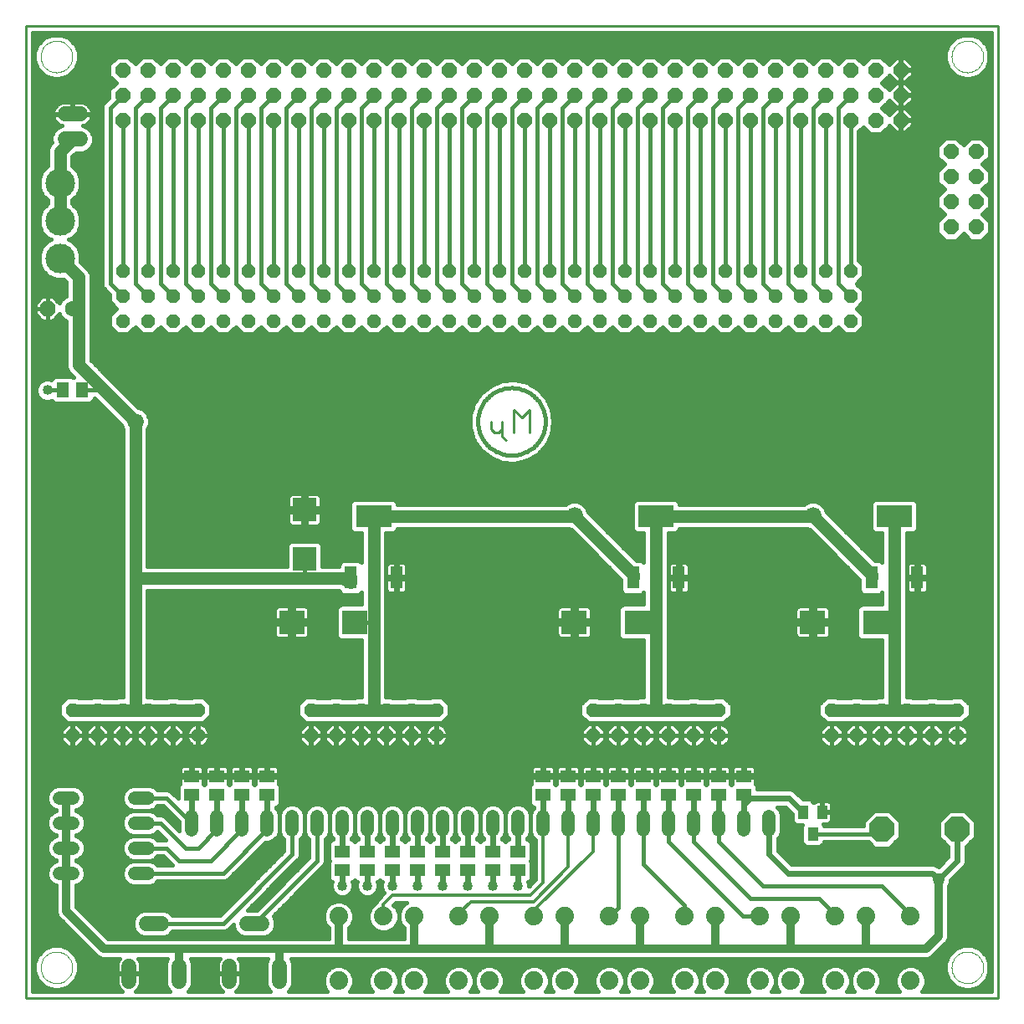
<source format=gbl>
G75*
G70*
%OFA0B0*%
%FSLAX24Y24*%
%IPPOS*%
%LPD*%
%AMOC8*
5,1,8,0,0,1.08239X$1,22.5*
%
%ADD10C,0.0100*%
%ADD11C,0.0160*%
%ADD12C,0.0000*%
%ADD13OC8,0.0600*%
%ADD14C,0.0600*%
%ADD15C,0.1181*%
%ADD16R,0.0591X0.0512*%
%ADD17C,0.0520*%
%ADD18C,0.0740*%
%ADD19OC8,0.1000*%
%ADD20R,0.0512X0.0591*%
%ADD21R,0.0394X0.0551*%
%ADD22C,0.0560*%
%ADD23OC8,0.0560*%
%ADD24R,0.0480X0.0880*%
%ADD25R,0.1417X0.0866*%
%ADD26OC8,0.0630*%
%ADD27C,0.0630*%
%ADD28R,0.1024X0.0945*%
%ADD29R,0.0945X0.0945*%
%ADD30C,0.0500*%
%ADD31C,0.0500*%
%ADD32C,0.0660*%
%ADD33C,0.0240*%
%ADD34C,0.0400*%
%ADD35C,0.0320*%
%ADD36C,0.0120*%
D10*
X002638Y000643D02*
X002638Y039398D01*
X041393Y039398D01*
X041393Y000643D01*
X002638Y000643D01*
X021779Y022876D02*
X021629Y023027D01*
X021629Y023327D01*
X021479Y023177D01*
X021329Y023177D01*
X021179Y023327D01*
X021179Y023627D01*
X021629Y023627D02*
X021629Y023327D01*
X022099Y023177D02*
X022099Y024077D01*
X022400Y023777D01*
X022700Y024077D01*
X022700Y023177D01*
D11*
X023471Y022884D02*
X041103Y022884D01*
X041103Y023042D02*
X023547Y023042D01*
X023592Y023136D02*
X023377Y022688D01*
X023377Y022688D01*
X023039Y022324D01*
X023039Y022324D01*
X023039Y022324D01*
X022609Y022076D01*
X022609Y022076D01*
X022125Y021965D01*
X022125Y021965D01*
X021629Y022002D01*
X021629Y022002D01*
X021167Y022184D01*
X021167Y022184D01*
X020779Y022493D01*
X020779Y022493D01*
X020779Y022493D01*
X020499Y022904D01*
X020499Y022904D01*
X020352Y023378D01*
X020352Y023875D01*
X020499Y024350D01*
X020499Y024350D01*
X020779Y024760D01*
X020779Y024760D01*
X021167Y025070D01*
X021167Y025070D01*
X021629Y025251D01*
X021629Y025251D01*
X022125Y025288D01*
X022125Y025288D01*
X022609Y025178D01*
X022609Y025178D01*
X023039Y024929D01*
X023039Y024929D01*
X023377Y024565D01*
X023377Y024565D01*
X023592Y024118D01*
X023592Y024118D01*
X023666Y023627D01*
X023592Y023136D01*
X023592Y023136D01*
X023602Y023201D02*
X041103Y023201D01*
X041103Y023359D02*
X023626Y023359D01*
X023650Y023518D02*
X041103Y023518D01*
X041103Y023676D02*
X023659Y023676D01*
X023635Y023835D02*
X041103Y023835D01*
X041103Y023993D02*
X023611Y023993D01*
X023576Y024152D02*
X041103Y024152D01*
X041103Y024310D02*
X023500Y024310D01*
X023423Y024469D02*
X041103Y024469D01*
X041103Y024627D02*
X023319Y024627D01*
X023172Y024786D02*
X041103Y024786D01*
X041103Y024944D02*
X023013Y024944D01*
X022739Y025103D02*
X041103Y025103D01*
X041103Y025261D02*
X022243Y025261D01*
X021763Y025261D02*
X006058Y025261D01*
X006165Y025154D02*
X005240Y026080D01*
X005240Y029474D01*
X005165Y029654D01*
X004831Y029989D01*
X004831Y030292D01*
X004704Y030597D01*
X004470Y030831D01*
X004360Y030877D01*
X004470Y030923D01*
X004704Y031156D01*
X004831Y031461D01*
X004831Y031792D01*
X004704Y032097D01*
X004490Y032311D01*
X004490Y032442D01*
X004704Y032656D01*
X004831Y032961D01*
X004831Y033292D01*
X004704Y033597D01*
X004490Y033811D01*
X004490Y034174D01*
X004653Y034337D01*
X004907Y034337D01*
X005106Y034419D01*
X005258Y034571D01*
X005340Y034769D01*
X005340Y034984D01*
X005258Y035183D01*
X005106Y035334D01*
X004921Y035411D01*
X004984Y035432D01*
X005052Y035466D01*
X005113Y035511D01*
X005166Y035564D01*
X005211Y035625D01*
X005245Y035692D01*
X005268Y035764D01*
X005280Y035839D01*
X005280Y035857D01*
X004520Y035857D01*
X004520Y035897D01*
X004480Y035897D01*
X004480Y036357D01*
X004162Y036357D01*
X004088Y036345D01*
X004016Y036321D01*
X003948Y036287D01*
X003887Y036243D01*
X003834Y036189D01*
X003789Y036128D01*
X003755Y036061D01*
X003732Y035989D01*
X003720Y035914D01*
X003720Y035897D01*
X004480Y035897D01*
X004480Y035857D01*
X003720Y035857D01*
X003720Y035839D01*
X003732Y035764D01*
X003755Y035692D01*
X003789Y035625D01*
X003834Y035564D01*
X003887Y035511D01*
X003948Y035466D01*
X004016Y035432D01*
X004079Y035411D01*
X003894Y035334D01*
X003742Y035183D01*
X003660Y034984D01*
X003660Y034769D01*
X003672Y034741D01*
X003585Y034654D01*
X003510Y034474D01*
X003510Y033811D01*
X003296Y033597D01*
X003169Y033292D01*
X003169Y032961D01*
X003296Y032656D01*
X003510Y032442D01*
X003510Y032311D01*
X003296Y032097D01*
X003169Y031792D01*
X003169Y031461D01*
X003296Y031156D01*
X003530Y030923D01*
X003640Y030877D01*
X003530Y030831D01*
X003296Y030597D01*
X003169Y030292D01*
X003169Y029961D01*
X003296Y029656D01*
X003530Y029423D01*
X003835Y029296D01*
X004138Y029296D01*
X004260Y029174D01*
X004260Y028628D01*
X004186Y028597D01*
X004029Y028441D01*
X003987Y028339D01*
X003705Y028622D01*
X003500Y028622D01*
X003295Y028622D01*
X003005Y028332D01*
X003005Y028127D01*
X003500Y028127D01*
X003500Y028622D01*
X003500Y028127D01*
X003500Y028127D01*
X003500Y028127D01*
X003005Y028127D01*
X003005Y027922D01*
X003295Y027632D01*
X003500Y027632D01*
X003705Y027632D01*
X003987Y027914D01*
X004029Y027812D01*
X004186Y027656D01*
X004260Y027625D01*
X004260Y025779D01*
X004335Y025599D01*
X004536Y025398D01*
X004500Y025383D01*
X004430Y025412D01*
X003822Y025412D01*
X003734Y025375D01*
X003667Y025308D01*
X003658Y025287D01*
X003588Y025317D01*
X003412Y025317D01*
X003251Y025250D01*
X003127Y025126D01*
X003060Y024964D01*
X003060Y024789D01*
X003127Y024627D01*
X002928Y024627D01*
X002928Y024469D02*
X003335Y024469D01*
X003412Y024437D02*
X003588Y024437D01*
X003658Y024466D01*
X003667Y024445D01*
X003734Y024378D01*
X003822Y024341D01*
X004430Y024341D01*
X004500Y024371D01*
X004570Y024341D01*
X005178Y024341D01*
X005266Y024378D01*
X005333Y024445D01*
X005370Y024534D01*
X005370Y024557D01*
X005377Y024557D01*
X005472Y024461D01*
X006437Y023497D01*
X006510Y023320D01*
X006510Y012647D01*
X006285Y012647D01*
X006255Y012617D01*
X005745Y012617D01*
X005715Y012647D01*
X005285Y012647D01*
X005255Y012617D01*
X004745Y012617D01*
X004715Y012647D01*
X004285Y012647D01*
X003980Y012342D01*
X003980Y011911D01*
X004285Y011607D01*
X004715Y011607D01*
X004745Y011637D01*
X005255Y011637D01*
X005285Y011607D01*
X005715Y011607D01*
X005745Y011637D01*
X006255Y011637D01*
X006285Y011607D01*
X006715Y011607D01*
X006745Y011637D01*
X007255Y011637D01*
X007285Y011607D01*
X007715Y011607D01*
X007745Y011637D01*
X008255Y011637D01*
X008285Y011607D01*
X008715Y011607D01*
X008745Y011637D01*
X009255Y011637D01*
X009285Y011607D01*
X009715Y011607D01*
X010020Y011911D01*
X010020Y012342D01*
X009715Y012647D01*
X009285Y012647D01*
X009255Y012617D01*
X008745Y012617D01*
X008715Y012647D01*
X008285Y012647D01*
X008255Y012617D01*
X007745Y012617D01*
X007715Y012647D01*
X007490Y012647D01*
X007490Y016887D01*
X015123Y016887D01*
X015147Y016831D01*
X015214Y016763D01*
X015302Y016727D01*
X015578Y016727D01*
X015664Y016723D01*
X015676Y016727D01*
X015878Y016727D01*
X015966Y016763D01*
X016010Y016807D01*
X016010Y016339D01*
X015200Y016339D01*
X015112Y016303D01*
X015045Y016235D01*
X015008Y016147D01*
X015008Y015106D01*
X015045Y015018D01*
X015112Y014951D01*
X015200Y014914D01*
X016010Y014914D01*
X016010Y012647D01*
X015785Y012647D01*
X015755Y012617D01*
X015245Y012617D01*
X015215Y012647D01*
X014785Y012647D01*
X014755Y012617D01*
X014245Y012617D01*
X014215Y012647D01*
X013785Y012647D01*
X013480Y012342D01*
X013480Y011911D01*
X013785Y011607D01*
X014215Y011607D01*
X014245Y011637D01*
X014755Y011637D01*
X014785Y011607D01*
X015215Y011607D01*
X015245Y011637D01*
X015755Y011637D01*
X015785Y011607D01*
X016215Y011607D01*
X016245Y011637D01*
X016755Y011637D01*
X016785Y011607D01*
X017215Y011607D01*
X017245Y011637D01*
X017755Y011637D01*
X017785Y011607D01*
X018215Y011607D01*
X018245Y011637D01*
X018755Y011637D01*
X018785Y011607D01*
X019215Y011607D01*
X019520Y011911D01*
X019520Y012342D01*
X019215Y012647D01*
X018785Y012647D01*
X018755Y012617D01*
X018245Y012617D01*
X018215Y012647D01*
X017785Y012647D01*
X017755Y012617D01*
X017245Y012617D01*
X017215Y012647D01*
X016990Y012647D01*
X016990Y019174D01*
X017256Y019174D01*
X017345Y019210D01*
X017412Y019278D01*
X017445Y019357D01*
X024266Y019357D01*
X024370Y019313D01*
X026350Y017334D01*
X026350Y017309D01*
X026360Y017285D01*
X026360Y016919D01*
X026397Y016831D01*
X026464Y016763D01*
X026552Y016727D01*
X027128Y016727D01*
X027216Y016763D01*
X027260Y016807D01*
X027260Y016339D01*
X026450Y016339D01*
X026362Y016303D01*
X026295Y016235D01*
X026258Y016147D01*
X026258Y015106D01*
X026295Y015018D01*
X026362Y014951D01*
X026450Y014914D01*
X027260Y014914D01*
X027260Y012647D01*
X027035Y012647D01*
X027005Y012617D01*
X026495Y012617D01*
X026465Y012647D01*
X026035Y012647D01*
X026005Y012617D01*
X025495Y012617D01*
X025465Y012647D01*
X025035Y012647D01*
X024730Y012342D01*
X024730Y011911D01*
X025035Y011607D01*
X025465Y011607D01*
X025495Y011637D01*
X026005Y011637D01*
X026035Y011607D01*
X026465Y011607D01*
X026495Y011637D01*
X027005Y011637D01*
X027035Y011607D01*
X027465Y011607D01*
X027495Y011637D01*
X028005Y011637D01*
X028035Y011607D01*
X028465Y011607D01*
X028495Y011637D01*
X029005Y011637D01*
X029035Y011607D01*
X029465Y011607D01*
X029495Y011637D01*
X030005Y011637D01*
X030035Y011607D01*
X030465Y011607D01*
X030770Y011911D01*
X030770Y012342D01*
X030465Y012647D01*
X030035Y012647D01*
X030005Y012617D01*
X029495Y012617D01*
X029465Y012647D01*
X029035Y012647D01*
X029005Y012617D01*
X028495Y012617D01*
X028465Y012647D01*
X028240Y012647D01*
X028240Y019174D01*
X028506Y019174D01*
X028595Y019210D01*
X028662Y019278D01*
X028695Y019357D01*
X033766Y019357D01*
X033870Y019313D01*
X035850Y017334D01*
X035850Y017309D01*
X035860Y017285D01*
X035860Y016919D01*
X035897Y016831D01*
X035964Y016763D01*
X036052Y016727D01*
X036628Y016727D01*
X036716Y016763D01*
X036760Y016807D01*
X036760Y016339D01*
X035950Y016339D01*
X035862Y016303D01*
X035795Y016235D01*
X035758Y016147D01*
X035758Y015106D01*
X035795Y015018D01*
X035862Y014951D01*
X035950Y014914D01*
X036760Y014914D01*
X036760Y012647D01*
X036535Y012647D01*
X036505Y012617D01*
X035995Y012617D01*
X035965Y012647D01*
X035535Y012647D01*
X035505Y012617D01*
X034995Y012617D01*
X034965Y012647D01*
X034535Y012647D01*
X034230Y012342D01*
X034230Y011911D01*
X034535Y011607D01*
X034965Y011607D01*
X034995Y011637D01*
X035505Y011637D01*
X035535Y011607D01*
X035965Y011607D01*
X035995Y011637D01*
X036505Y011637D01*
X036535Y011607D01*
X036965Y011607D01*
X036995Y011637D01*
X037505Y011637D01*
X037535Y011607D01*
X037965Y011607D01*
X037995Y011637D01*
X038505Y011637D01*
X038535Y011607D01*
X038965Y011607D01*
X038995Y011637D01*
X039505Y011637D01*
X039535Y011607D01*
X039965Y011607D01*
X040270Y011911D01*
X040270Y012342D01*
X039965Y012647D01*
X039535Y012647D01*
X039505Y012617D01*
X038995Y012617D01*
X038965Y012647D01*
X038535Y012647D01*
X038505Y012617D01*
X037995Y012617D01*
X037965Y012647D01*
X037740Y012647D01*
X037740Y019174D01*
X038006Y019174D01*
X038095Y019210D01*
X038162Y019278D01*
X038199Y019366D01*
X038199Y020328D01*
X038162Y020416D01*
X038095Y020483D01*
X038006Y020520D01*
X036494Y020520D01*
X036405Y020483D01*
X036338Y020416D01*
X036301Y020328D01*
X036301Y019366D01*
X036338Y019278D01*
X036405Y019210D01*
X036494Y019174D01*
X036760Y019174D01*
X036760Y018006D01*
X036716Y018050D01*
X036628Y018087D01*
X036483Y018087D01*
X034563Y020006D01*
X034483Y020200D01*
X034323Y020360D01*
X034113Y020447D01*
X033887Y020447D01*
X033677Y020360D01*
X033654Y020337D01*
X028695Y020337D01*
X028662Y020416D01*
X028595Y020483D01*
X028506Y020520D01*
X026994Y020520D01*
X026905Y020483D01*
X026838Y020416D01*
X026801Y020328D01*
X026801Y019366D01*
X026838Y019278D01*
X026905Y019210D01*
X026994Y019174D01*
X027260Y019174D01*
X027260Y018006D01*
X027216Y018050D01*
X027128Y018087D01*
X026983Y018087D01*
X025063Y020006D01*
X024983Y020200D01*
X024823Y020360D01*
X024613Y020447D01*
X024387Y020447D01*
X024177Y020360D01*
X024154Y020337D01*
X017445Y020337D01*
X017412Y020416D01*
X017345Y020483D01*
X017256Y020520D01*
X015744Y020520D01*
X015655Y020483D01*
X015588Y020416D01*
X015551Y020328D01*
X015551Y019366D01*
X015588Y019278D01*
X015655Y019210D01*
X015744Y019174D01*
X016010Y019174D01*
X016010Y018006D01*
X015966Y018050D01*
X015878Y018087D01*
X015302Y018087D01*
X015214Y018050D01*
X015147Y017983D01*
X015110Y017894D01*
X015110Y017867D01*
X014462Y017867D01*
X014462Y018663D01*
X014426Y018751D01*
X014358Y018818D01*
X014270Y018855D01*
X013230Y018855D01*
X013142Y018818D01*
X013074Y018751D01*
X013038Y018663D01*
X013038Y017867D01*
X007490Y017867D01*
X007490Y023320D01*
X007570Y023513D01*
X007570Y023740D01*
X007483Y023950D01*
X007323Y024110D01*
X007130Y024190D01*
X006165Y025154D01*
X006217Y025103D02*
X021251Y025103D01*
X021010Y024944D02*
X006375Y024944D01*
X006534Y024786D02*
X020811Y024786D01*
X020779Y024760D02*
X020779Y024760D01*
X020688Y024627D02*
X006692Y024627D01*
X006851Y024469D02*
X020580Y024469D01*
X020487Y024310D02*
X007009Y024310D01*
X007222Y024152D02*
X020438Y024152D01*
X020389Y023993D02*
X007440Y023993D01*
X007531Y023835D02*
X020352Y023835D01*
X020352Y023676D02*
X007570Y023676D01*
X007570Y023518D02*
X020352Y023518D01*
X020358Y023359D02*
X007506Y023359D01*
X007490Y023201D02*
X020407Y023201D01*
X020456Y023042D02*
X007490Y023042D01*
X007490Y022884D02*
X020512Y022884D01*
X020620Y022725D02*
X007490Y022725D01*
X007490Y022567D02*
X020729Y022567D01*
X020885Y022408D02*
X007490Y022408D01*
X007490Y022250D02*
X021084Y022250D01*
X021402Y022091D02*
X007490Y022091D01*
X007490Y021933D02*
X041103Y021933D01*
X041103Y022091D02*
X022636Y022091D01*
X022910Y022250D02*
X041103Y022250D01*
X041103Y022408D02*
X023117Y022408D01*
X023264Y022567D02*
X041103Y022567D01*
X041103Y022725D02*
X023395Y022725D01*
X020654Y023627D02*
X020656Y023700D01*
X020662Y023773D01*
X020672Y023845D01*
X020685Y023916D01*
X020703Y023987D01*
X020724Y024057D01*
X020750Y024125D01*
X020778Y024192D01*
X020811Y024257D01*
X020847Y024321D01*
X020886Y024382D01*
X020928Y024442D01*
X020974Y024498D01*
X021023Y024553D01*
X021074Y024604D01*
X021129Y024653D01*
X021185Y024699D01*
X021245Y024741D01*
X021306Y024780D01*
X021370Y024816D01*
X021435Y024849D01*
X021502Y024877D01*
X021570Y024903D01*
X021640Y024924D01*
X021711Y024942D01*
X021782Y024955D01*
X021854Y024965D01*
X021927Y024971D01*
X022000Y024973D01*
X022073Y024971D01*
X022146Y024965D01*
X022218Y024955D01*
X022289Y024942D01*
X022360Y024924D01*
X022430Y024903D01*
X022498Y024877D01*
X022565Y024849D01*
X022630Y024816D01*
X022694Y024780D01*
X022755Y024741D01*
X022815Y024699D01*
X022871Y024653D01*
X022926Y024604D01*
X022977Y024553D01*
X023026Y024498D01*
X023072Y024442D01*
X023114Y024382D01*
X023153Y024321D01*
X023189Y024257D01*
X023222Y024192D01*
X023250Y024125D01*
X023276Y024057D01*
X023297Y023987D01*
X023315Y023916D01*
X023328Y023845D01*
X023338Y023773D01*
X023344Y023700D01*
X023346Y023627D01*
X023344Y023554D01*
X023338Y023481D01*
X023328Y023409D01*
X023315Y023338D01*
X023297Y023267D01*
X023276Y023197D01*
X023250Y023129D01*
X023222Y023062D01*
X023189Y022997D01*
X023153Y022933D01*
X023114Y022872D01*
X023072Y022812D01*
X023026Y022756D01*
X022977Y022701D01*
X022926Y022650D01*
X022871Y022601D01*
X022815Y022555D01*
X022755Y022513D01*
X022694Y022474D01*
X022630Y022438D01*
X022565Y022405D01*
X022498Y022377D01*
X022430Y022351D01*
X022360Y022330D01*
X022289Y022312D01*
X022218Y022299D01*
X022146Y022289D01*
X022073Y022283D01*
X022000Y022281D01*
X021927Y022283D01*
X021854Y022289D01*
X021782Y022299D01*
X021711Y022312D01*
X021640Y022330D01*
X021570Y022351D01*
X021502Y022377D01*
X021435Y022405D01*
X021370Y022438D01*
X021306Y022474D01*
X021245Y022513D01*
X021185Y022555D01*
X021129Y022601D01*
X021074Y022650D01*
X021023Y022701D01*
X020974Y022756D01*
X020928Y022812D01*
X020886Y022872D01*
X020847Y022933D01*
X020811Y022997D01*
X020778Y023062D01*
X020750Y023129D01*
X020724Y023197D01*
X020703Y023267D01*
X020685Y023338D01*
X020672Y023409D01*
X020662Y023481D01*
X020656Y023554D01*
X020654Y023627D01*
X020715Y027107D02*
X020285Y027107D01*
X020000Y027391D01*
X019715Y027107D01*
X019285Y027107D01*
X019000Y027391D01*
X018715Y027107D01*
X018285Y027107D01*
X018000Y027391D01*
X017715Y027107D01*
X017285Y027107D01*
X017000Y027391D01*
X016715Y027107D01*
X016285Y027107D01*
X016000Y027391D01*
X015715Y027107D01*
X015285Y027107D01*
X015000Y027391D01*
X014715Y027107D01*
X014285Y027107D01*
X014000Y027391D01*
X013715Y027107D01*
X013285Y027107D01*
X013000Y027391D01*
X012715Y027107D01*
X012285Y027107D01*
X012000Y027391D01*
X011715Y027107D01*
X011285Y027107D01*
X011000Y027391D01*
X010715Y027107D01*
X010285Y027107D01*
X010000Y027391D01*
X009715Y027107D01*
X009285Y027107D01*
X009000Y027391D01*
X008715Y027107D01*
X008285Y027107D01*
X008000Y027391D01*
X007715Y027107D01*
X007285Y027107D01*
X007000Y027391D01*
X006715Y027107D01*
X006285Y027107D01*
X005980Y027411D01*
X005980Y027842D01*
X006265Y028127D01*
X005980Y028411D01*
X005980Y028694D01*
X005729Y028945D01*
X005680Y029063D01*
X005680Y036190D01*
X005729Y036308D01*
X005819Y036398D01*
X005960Y036539D01*
X005960Y036850D01*
X006236Y037127D01*
X005960Y037403D01*
X005960Y037850D01*
X006276Y038167D01*
X006724Y038167D01*
X007000Y037890D01*
X007276Y038167D01*
X007724Y038167D01*
X008000Y037890D01*
X008276Y038167D01*
X008724Y038167D01*
X009000Y037890D01*
X009276Y038167D01*
X009724Y038167D01*
X010000Y037890D01*
X010276Y038167D01*
X010724Y038167D01*
X011000Y037890D01*
X011276Y038167D01*
X011724Y038167D01*
X012000Y037890D01*
X012276Y038167D01*
X012724Y038167D01*
X013000Y037890D01*
X013276Y038167D01*
X013724Y038167D01*
X014000Y037890D01*
X014276Y038167D01*
X014724Y038167D01*
X015000Y037890D01*
X015276Y038167D01*
X015724Y038167D01*
X016000Y037890D01*
X016276Y038167D01*
X016724Y038167D01*
X017000Y037890D01*
X017276Y038167D01*
X017724Y038167D01*
X018000Y037890D01*
X018276Y038167D01*
X018724Y038167D01*
X019000Y037890D01*
X019276Y038167D01*
X019724Y038167D01*
X020000Y037890D01*
X020276Y038167D01*
X020724Y038167D01*
X021000Y037890D01*
X021276Y038167D01*
X021724Y038167D01*
X022000Y037890D01*
X022276Y038167D01*
X022724Y038167D01*
X023000Y037890D01*
X023276Y038167D01*
X023724Y038167D01*
X024000Y037890D01*
X024276Y038167D01*
X024724Y038167D01*
X025000Y037890D01*
X025276Y038167D01*
X025724Y038167D01*
X026000Y037890D01*
X026276Y038167D01*
X026724Y038167D01*
X027000Y037890D01*
X027276Y038167D01*
X027724Y038167D01*
X028000Y037890D01*
X028276Y038167D01*
X028724Y038167D01*
X029000Y037890D01*
X029276Y038167D01*
X029724Y038167D01*
X030000Y037890D01*
X030276Y038167D01*
X030724Y038167D01*
X031000Y037890D01*
X031276Y038167D01*
X031724Y038167D01*
X032000Y037890D01*
X032276Y038167D01*
X032724Y038167D01*
X033000Y037890D01*
X033276Y038167D01*
X033724Y038167D01*
X034000Y037890D01*
X034276Y038167D01*
X034724Y038167D01*
X035000Y037890D01*
X035276Y038167D01*
X035724Y038167D01*
X036000Y037890D01*
X036276Y038167D01*
X036724Y038167D01*
X037040Y037850D01*
X037040Y037845D01*
X037301Y038107D01*
X037480Y038107D01*
X037480Y037647D01*
X037520Y037647D01*
X037520Y038107D01*
X037699Y038107D01*
X037980Y037825D01*
X037980Y037647D01*
X037520Y037647D01*
X037520Y037607D01*
X037980Y037607D01*
X037980Y037428D01*
X037699Y037147D01*
X037520Y037147D01*
X037520Y037607D01*
X037480Y037607D01*
X037480Y037147D01*
X037301Y037147D01*
X037040Y037408D01*
X037040Y037403D01*
X036764Y037127D01*
X037040Y036850D01*
X037040Y036845D01*
X037301Y037107D01*
X037480Y037107D01*
X037480Y036647D01*
X037520Y036647D01*
X037520Y037107D01*
X037699Y037107D01*
X037980Y036825D01*
X037980Y036647D01*
X037520Y036647D01*
X037520Y036607D01*
X037980Y036607D01*
X037980Y036428D01*
X037699Y036147D01*
X037520Y036147D01*
X037520Y036607D01*
X037480Y036607D01*
X037480Y036147D01*
X037301Y036147D01*
X037040Y036408D01*
X037040Y036403D01*
X036764Y036127D01*
X037040Y035850D01*
X037040Y035845D01*
X037301Y036107D01*
X037480Y036107D01*
X037480Y035647D01*
X037520Y035647D01*
X037520Y036107D01*
X037699Y036107D01*
X037980Y035825D01*
X037980Y035647D01*
X037520Y035647D01*
X037520Y035607D01*
X037980Y035607D01*
X037980Y035428D01*
X037699Y035147D01*
X037520Y035147D01*
X037520Y035607D01*
X037480Y035607D01*
X037480Y035147D01*
X037301Y035147D01*
X037040Y035408D01*
X037040Y035403D01*
X036724Y035087D01*
X036276Y035087D01*
X036000Y035363D01*
X035820Y035183D01*
X035820Y030042D01*
X036020Y029842D01*
X036020Y029411D01*
X035735Y029127D01*
X036020Y028842D01*
X036020Y028411D01*
X035735Y028127D01*
X036020Y027842D01*
X036020Y027411D01*
X035715Y027107D01*
X035285Y027107D01*
X035000Y027391D01*
X034715Y027107D01*
X034285Y027107D01*
X034000Y027391D01*
X033715Y027107D01*
X033285Y027107D01*
X033000Y027391D01*
X032715Y027107D01*
X032285Y027107D01*
X032000Y027391D01*
X031715Y027107D01*
X031285Y027107D01*
X031000Y027391D01*
X030715Y027107D01*
X030285Y027107D01*
X030000Y027391D01*
X029715Y027107D01*
X029285Y027107D01*
X029000Y027391D01*
X028715Y027107D01*
X028285Y027107D01*
X028000Y027391D01*
X027715Y027107D01*
X027285Y027107D01*
X027000Y027391D01*
X026715Y027107D01*
X026285Y027107D01*
X026000Y027391D01*
X025715Y027107D01*
X025285Y027107D01*
X025000Y027391D01*
X024715Y027107D01*
X024285Y027107D01*
X024000Y027391D01*
X023715Y027107D01*
X023285Y027107D01*
X023000Y027391D01*
X022715Y027107D01*
X022285Y027107D01*
X022000Y027391D01*
X021715Y027107D01*
X021285Y027107D01*
X021000Y027391D01*
X020715Y027107D01*
X020772Y027163D02*
X021228Y027163D01*
X021070Y027322D02*
X020930Y027322D01*
X020228Y027163D02*
X019772Y027163D01*
X019930Y027322D02*
X020070Y027322D01*
X019228Y027163D02*
X018772Y027163D01*
X018930Y027322D02*
X019070Y027322D01*
X018228Y027163D02*
X017772Y027163D01*
X017930Y027322D02*
X018070Y027322D01*
X017228Y027163D02*
X016772Y027163D01*
X016930Y027322D02*
X017070Y027322D01*
X016228Y027163D02*
X015772Y027163D01*
X015930Y027322D02*
X016070Y027322D01*
X015228Y027163D02*
X014772Y027163D01*
X014930Y027322D02*
X015070Y027322D01*
X014228Y027163D02*
X013772Y027163D01*
X013930Y027322D02*
X014070Y027322D01*
X013228Y027163D02*
X012772Y027163D01*
X012930Y027322D02*
X013070Y027322D01*
X012228Y027163D02*
X011772Y027163D01*
X011930Y027322D02*
X012070Y027322D01*
X011228Y027163D02*
X010772Y027163D01*
X010930Y027322D02*
X011070Y027322D01*
X010228Y027163D02*
X009772Y027163D01*
X009930Y027322D02*
X010070Y027322D01*
X009228Y027163D02*
X008772Y027163D01*
X008930Y027322D02*
X009070Y027322D01*
X008228Y027163D02*
X007772Y027163D01*
X007930Y027322D02*
X008070Y027322D01*
X007228Y027163D02*
X006772Y027163D01*
X006930Y027322D02*
X007070Y027322D01*
X006228Y027163D02*
X005240Y027163D01*
X005240Y027005D02*
X041103Y027005D01*
X041103Y027163D02*
X035772Y027163D01*
X035930Y027322D02*
X041103Y027322D01*
X041103Y027480D02*
X036020Y027480D01*
X036020Y027639D02*
X041103Y027639D01*
X041103Y027797D02*
X036020Y027797D01*
X035906Y027956D02*
X041103Y027956D01*
X041103Y028114D02*
X035748Y028114D01*
X035881Y028273D02*
X041103Y028273D01*
X041103Y028431D02*
X036020Y028431D01*
X036020Y028590D02*
X041103Y028590D01*
X041103Y028748D02*
X036020Y028748D01*
X035955Y028907D02*
X041103Y028907D01*
X041103Y029065D02*
X035797Y029065D01*
X035832Y029224D02*
X041103Y029224D01*
X041103Y029382D02*
X035991Y029382D01*
X036020Y029541D02*
X041103Y029541D01*
X041103Y029699D02*
X036020Y029699D01*
X036004Y029858D02*
X041103Y029858D01*
X041103Y030016D02*
X035846Y030016D01*
X035820Y030175D02*
X041103Y030175D01*
X041103Y030333D02*
X035820Y030333D01*
X035820Y030492D02*
X041103Y030492D01*
X041103Y030650D02*
X035820Y030650D01*
X035820Y030809D02*
X041103Y030809D01*
X041103Y030967D02*
X040854Y030967D01*
X040724Y030837D02*
X041040Y031153D01*
X041040Y031600D01*
X040764Y031877D01*
X041040Y032153D01*
X041040Y032600D01*
X040764Y032877D01*
X041040Y033153D01*
X041040Y033600D01*
X040764Y033877D01*
X041040Y034153D01*
X041040Y034600D01*
X040724Y034917D01*
X040276Y034917D01*
X040000Y034640D01*
X039724Y034917D01*
X039276Y034917D01*
X038960Y034600D01*
X038960Y034153D01*
X039236Y033877D01*
X038960Y033600D01*
X038960Y033153D01*
X039236Y032877D01*
X038960Y032600D01*
X038960Y032153D01*
X039236Y031877D01*
X038960Y031600D01*
X038960Y031153D01*
X039276Y030837D01*
X039724Y030837D01*
X040000Y031113D01*
X040276Y030837D01*
X040724Y030837D01*
X041013Y031126D02*
X041103Y031126D01*
X041103Y031284D02*
X041040Y031284D01*
X041040Y031443D02*
X041103Y031443D01*
X041103Y031601D02*
X041039Y031601D01*
X041103Y031760D02*
X040881Y031760D01*
X040805Y031918D02*
X041103Y031918D01*
X041103Y032077D02*
X040964Y032077D01*
X041040Y032235D02*
X041103Y032235D01*
X041103Y032394D02*
X041040Y032394D01*
X041040Y032552D02*
X041103Y032552D01*
X041103Y032711D02*
X040930Y032711D01*
X040771Y032869D02*
X041103Y032869D01*
X041103Y033028D02*
X040915Y033028D01*
X041040Y033186D02*
X041103Y033186D01*
X041103Y033345D02*
X041040Y033345D01*
X041040Y033503D02*
X041103Y033503D01*
X041103Y033662D02*
X040979Y033662D01*
X041103Y033820D02*
X040820Y033820D01*
X040866Y033979D02*
X041103Y033979D01*
X041103Y034137D02*
X041024Y034137D01*
X041040Y034296D02*
X041103Y034296D01*
X041103Y034454D02*
X041040Y034454D01*
X041028Y034613D02*
X041103Y034613D01*
X041103Y034771D02*
X040869Y034771D01*
X041103Y034930D02*
X035820Y034930D01*
X035820Y035088D02*
X036275Y035088D01*
X036116Y035247D02*
X035884Y035247D01*
X035820Y034771D02*
X039131Y034771D01*
X038972Y034613D02*
X035820Y034613D01*
X035820Y034454D02*
X038960Y034454D01*
X038960Y034296D02*
X035820Y034296D01*
X035820Y034137D02*
X038976Y034137D01*
X039134Y033979D02*
X035820Y033979D01*
X035820Y033820D02*
X039180Y033820D01*
X039021Y033662D02*
X035820Y033662D01*
X035820Y033503D02*
X038960Y033503D01*
X038960Y033345D02*
X035820Y033345D01*
X035820Y033186D02*
X038960Y033186D01*
X039085Y033028D02*
X035820Y033028D01*
X035820Y032869D02*
X039229Y032869D01*
X039070Y032711D02*
X035820Y032711D01*
X035820Y032552D02*
X038960Y032552D01*
X038960Y032394D02*
X035820Y032394D01*
X035820Y032235D02*
X038960Y032235D01*
X039036Y032077D02*
X035820Y032077D01*
X035820Y031918D02*
X039195Y031918D01*
X039119Y031760D02*
X035820Y031760D01*
X035820Y031601D02*
X038961Y031601D01*
X038960Y031443D02*
X035820Y031443D01*
X035820Y031284D02*
X038960Y031284D01*
X038987Y031126D02*
X035820Y031126D01*
X035820Y030967D02*
X039146Y030967D01*
X039854Y030967D02*
X040146Y030967D01*
X040131Y034771D02*
X039869Y034771D01*
X041103Y035088D02*
X036725Y035088D01*
X036884Y035247D02*
X037201Y035247D01*
X037043Y035405D02*
X037040Y035405D01*
X037480Y035405D02*
X037520Y035405D01*
X037520Y035247D02*
X037480Y035247D01*
X037480Y035564D02*
X037520Y035564D01*
X037520Y035722D02*
X037480Y035722D01*
X037480Y035881D02*
X037520Y035881D01*
X037520Y036039D02*
X037480Y036039D01*
X037480Y036198D02*
X037520Y036198D01*
X037520Y036356D02*
X037480Y036356D01*
X037480Y036515D02*
X037520Y036515D01*
X037520Y036673D02*
X037480Y036673D01*
X037480Y036832D02*
X037520Y036832D01*
X037520Y036990D02*
X037480Y036990D01*
X037480Y037149D02*
X037520Y037149D01*
X037520Y037307D02*
X037480Y037307D01*
X037480Y037466D02*
X037520Y037466D01*
X037520Y037624D02*
X039476Y037624D01*
X039425Y037675D02*
X039670Y037431D01*
X039989Y037298D01*
X040335Y037298D01*
X040655Y037431D01*
X040900Y037675D01*
X041032Y037995D01*
X041032Y038341D01*
X040900Y038661D01*
X040655Y038906D01*
X040335Y039038D01*
X039989Y039038D01*
X039670Y038906D01*
X039425Y038661D01*
X039292Y038341D01*
X039292Y037995D01*
X039425Y037675D01*
X039380Y037783D02*
X037980Y037783D01*
X037864Y037941D02*
X039315Y037941D01*
X039292Y038100D02*
X037706Y038100D01*
X037520Y038100D02*
X037480Y038100D01*
X037480Y037941D02*
X037520Y037941D01*
X037520Y037783D02*
X037480Y037783D01*
X037294Y038100D02*
X036791Y038100D01*
X036949Y037941D02*
X037136Y037941D01*
X037141Y037307D02*
X036944Y037307D01*
X036786Y037149D02*
X037299Y037149D01*
X037185Y036990D02*
X036900Y036990D01*
X036993Y036356D02*
X037092Y036356D01*
X037250Y036198D02*
X036835Y036198D01*
X036851Y036039D02*
X037234Y036039D01*
X037075Y035881D02*
X037010Y035881D01*
X037766Y036039D02*
X041103Y036039D01*
X041103Y035881D02*
X037925Y035881D01*
X037980Y035722D02*
X041103Y035722D01*
X041103Y035564D02*
X037980Y035564D01*
X037957Y035405D02*
X041103Y035405D01*
X041103Y035247D02*
X037799Y035247D01*
X037750Y036198D02*
X041103Y036198D01*
X041103Y036356D02*
X037908Y036356D01*
X037980Y036515D02*
X041103Y036515D01*
X041103Y036673D02*
X037980Y036673D01*
X037974Y036832D02*
X041103Y036832D01*
X041103Y036990D02*
X037815Y036990D01*
X037701Y037149D02*
X041103Y037149D01*
X041103Y037307D02*
X040357Y037307D01*
X040690Y037466D02*
X041103Y037466D01*
X041103Y037624D02*
X040849Y037624D01*
X040944Y037783D02*
X041103Y037783D01*
X041103Y037941D02*
X041010Y037941D01*
X041032Y038100D02*
X041103Y038100D01*
X041103Y038258D02*
X041032Y038258D01*
X041001Y038417D02*
X041103Y038417D01*
X041103Y038575D02*
X040935Y038575D01*
X040827Y038734D02*
X041103Y038734D01*
X041103Y038892D02*
X040669Y038892D01*
X041103Y039051D02*
X002928Y039051D01*
X002928Y039108D02*
X041103Y039108D01*
X041103Y000933D01*
X038339Y000933D01*
X038407Y001001D01*
X038500Y001225D01*
X038500Y001468D01*
X038407Y001692D01*
X038236Y001864D01*
X038011Y001957D01*
X037769Y001957D01*
X037544Y001864D01*
X037373Y001692D01*
X037280Y001468D01*
X037280Y001225D01*
X037373Y001001D01*
X037441Y000933D01*
X036559Y000933D01*
X036627Y001001D01*
X036720Y001225D01*
X036720Y001468D01*
X036627Y001692D01*
X036456Y001864D01*
X036231Y001957D01*
X035989Y001957D01*
X035764Y001864D01*
X035593Y001692D01*
X035500Y001468D01*
X035407Y001692D01*
X035236Y001864D01*
X035011Y001957D01*
X034769Y001957D01*
X034544Y001864D01*
X034373Y001692D01*
X034280Y001468D01*
X034280Y001225D01*
X034373Y001001D01*
X034441Y000933D01*
X033559Y000933D01*
X033627Y001001D01*
X033720Y001225D01*
X033720Y001468D01*
X033627Y001692D01*
X033456Y001864D01*
X033231Y001957D01*
X032989Y001957D01*
X032764Y001864D01*
X032593Y001692D01*
X032500Y001468D01*
X032407Y001692D01*
X032236Y001864D01*
X032011Y001957D01*
X031769Y001957D01*
X031544Y001864D01*
X031373Y001692D01*
X031280Y001468D01*
X031280Y001225D01*
X031373Y001001D01*
X031441Y000933D01*
X030559Y000933D01*
X030627Y001001D01*
X030720Y001225D01*
X030720Y001468D01*
X030627Y001692D01*
X030456Y001864D01*
X030231Y001957D01*
X029989Y001957D01*
X029764Y001864D01*
X029593Y001692D01*
X029500Y001468D01*
X029407Y001692D01*
X029236Y001864D01*
X029011Y001957D01*
X028769Y001957D01*
X028544Y001864D01*
X028373Y001692D01*
X028280Y001468D01*
X028280Y001225D01*
X028373Y001001D01*
X028441Y000933D01*
X027559Y000933D01*
X027627Y001001D01*
X027720Y001225D01*
X027720Y001468D01*
X027627Y001692D01*
X027456Y001864D01*
X027231Y001957D01*
X026989Y001957D01*
X026764Y001864D01*
X026593Y001692D01*
X026500Y001468D01*
X026407Y001692D01*
X026236Y001864D01*
X026011Y001957D01*
X025769Y001957D01*
X025544Y001864D01*
X025373Y001692D01*
X025280Y001468D01*
X025280Y001225D01*
X025373Y001001D01*
X025441Y000933D01*
X024559Y000933D01*
X024627Y001001D01*
X024720Y001225D01*
X024720Y001468D01*
X024627Y001692D01*
X024456Y001864D01*
X024231Y001957D01*
X023989Y001957D01*
X023764Y001864D01*
X023593Y001692D01*
X023500Y001468D01*
X023407Y001692D01*
X023236Y001864D01*
X023011Y001957D01*
X022769Y001957D01*
X022544Y001864D01*
X022373Y001692D01*
X022280Y001468D01*
X022280Y001225D01*
X022373Y001001D01*
X022441Y000933D01*
X021559Y000933D01*
X021627Y001001D01*
X021720Y001225D01*
X021720Y001468D01*
X021627Y001692D01*
X021456Y001864D01*
X021231Y001957D01*
X020989Y001957D01*
X020764Y001864D01*
X020593Y001692D01*
X020500Y001468D01*
X020407Y001692D01*
X020236Y001864D01*
X020011Y001957D01*
X019769Y001957D01*
X019544Y001864D01*
X019373Y001692D01*
X019280Y001468D01*
X019280Y001225D01*
X019373Y001001D01*
X019441Y000933D01*
X018559Y000933D01*
X018627Y001001D01*
X018720Y001225D01*
X018720Y001468D01*
X018627Y001692D01*
X018456Y001864D01*
X018231Y001957D01*
X017989Y001957D01*
X017764Y001864D01*
X017593Y001692D01*
X017500Y001468D01*
X017407Y001692D01*
X017236Y001864D01*
X017011Y001957D01*
X016769Y001957D01*
X016544Y001864D01*
X016373Y001692D01*
X016280Y001468D01*
X016280Y001225D01*
X016373Y001001D01*
X016441Y000933D01*
X015559Y000933D01*
X015627Y001001D01*
X015720Y001225D01*
X015720Y001468D01*
X015627Y001692D01*
X015456Y001864D01*
X015231Y001957D01*
X014989Y001957D01*
X014764Y001864D01*
X014593Y001692D01*
X014500Y001468D01*
X014500Y001225D01*
X014593Y001001D01*
X014661Y000933D01*
X013120Y000933D01*
X013208Y001021D01*
X013290Y001219D01*
X013290Y002034D01*
X013210Y002227D01*
X015195Y002227D01*
X015219Y002220D01*
X015274Y002227D01*
X038580Y002227D01*
X038727Y002288D01*
X039227Y002788D01*
X039339Y002900D01*
X039400Y003047D01*
X039400Y005084D01*
X039415Y005099D01*
X039490Y005279D01*
X039490Y005358D01*
X040055Y005923D01*
X040110Y006055D01*
X040110Y006690D01*
X040490Y007070D01*
X040490Y007683D01*
X040057Y008117D01*
X039443Y008117D01*
X039010Y007683D01*
X039010Y007070D01*
X039390Y006690D01*
X039390Y006276D01*
X039000Y005886D01*
X038954Y005932D01*
X038822Y005987D01*
X033149Y005987D01*
X032610Y006526D01*
X032610Y007020D01*
X032674Y007083D01*
X032750Y007267D01*
X032750Y007986D01*
X032674Y008170D01*
X032577Y008267D01*
X032910Y008267D01*
X033189Y007987D01*
X033189Y007736D01*
X033226Y007648D01*
X033293Y007581D01*
X033381Y007544D01*
X033574Y007544D01*
X033563Y007517D01*
X033563Y006870D01*
X033600Y006782D01*
X033667Y006715D01*
X033755Y006678D01*
X034245Y006678D01*
X034333Y006715D01*
X034400Y006782D01*
X034437Y006870D01*
X034437Y006874D01*
X036207Y006874D01*
X036443Y006637D01*
X037057Y006637D01*
X037490Y007070D01*
X037490Y007683D01*
X037057Y008117D01*
X036443Y008117D01*
X036010Y007683D01*
X036010Y007514D01*
X034437Y007514D01*
X034437Y007517D01*
X034401Y007604D01*
X034595Y007604D01*
X034640Y007616D01*
X034681Y007640D01*
X034715Y007674D01*
X034739Y007715D01*
X034751Y007760D01*
X034751Y008041D01*
X034392Y008041D01*
X034392Y008078D01*
X034356Y008078D01*
X034356Y008515D01*
X034153Y008515D01*
X034108Y008503D01*
X034067Y008479D01*
X034036Y008448D01*
X034026Y008471D01*
X033959Y008539D01*
X033871Y008575D01*
X033620Y008575D01*
X033263Y008932D01*
X033131Y008987D01*
X031785Y008987D01*
X031785Y009056D01*
X031749Y009144D01*
X031714Y009179D01*
X031725Y009221D01*
X031725Y009453D01*
X031298Y009453D01*
X031298Y009549D01*
X031202Y009549D01*
X031202Y009937D01*
X030931Y009937D01*
X030885Y009924D01*
X030844Y009901D01*
X030811Y009867D01*
X030787Y009826D01*
X030775Y009780D01*
X030775Y009549D01*
X031202Y009549D01*
X031202Y009453D01*
X030775Y009453D01*
X030775Y009221D01*
X030786Y009179D01*
X030751Y009144D01*
X030750Y009141D01*
X030749Y009144D01*
X030714Y009179D01*
X030725Y009221D01*
X030725Y009453D01*
X030298Y009453D01*
X030298Y009549D01*
X030202Y009549D01*
X030202Y009937D01*
X029931Y009937D01*
X029885Y009924D01*
X029844Y009901D01*
X029811Y009867D01*
X029787Y009826D01*
X029775Y009780D01*
X029775Y009549D01*
X030202Y009549D01*
X030202Y009453D01*
X029775Y009453D01*
X029775Y009221D01*
X029786Y009179D01*
X029751Y009144D01*
X029750Y009141D01*
X029749Y009144D01*
X029714Y009179D01*
X029725Y009221D01*
X029725Y009453D01*
X029298Y009453D01*
X029298Y009549D01*
X029202Y009549D01*
X029202Y009937D01*
X028931Y009937D01*
X028885Y009924D01*
X028844Y009901D01*
X028811Y009867D01*
X028787Y009826D01*
X028775Y009780D01*
X028775Y009549D01*
X029202Y009549D01*
X029202Y009453D01*
X028775Y009453D01*
X028775Y009221D01*
X028786Y009179D01*
X028751Y009144D01*
X028750Y009141D01*
X028749Y009144D01*
X028714Y009179D01*
X028725Y009221D01*
X028725Y009453D01*
X028298Y009453D01*
X028298Y009549D01*
X028202Y009549D01*
X028202Y009937D01*
X027931Y009937D01*
X027885Y009924D01*
X027844Y009901D01*
X027811Y009867D01*
X027787Y009826D01*
X027775Y009780D01*
X027775Y009549D01*
X028202Y009549D01*
X028202Y009453D01*
X027775Y009453D01*
X027775Y009221D01*
X027786Y009179D01*
X027751Y009144D01*
X027750Y009141D01*
X027749Y009144D01*
X027714Y009179D01*
X027725Y009221D01*
X027725Y009453D01*
X027298Y009453D01*
X027298Y009549D01*
X027202Y009549D01*
X027202Y009937D01*
X026931Y009937D01*
X026885Y009924D01*
X026844Y009901D01*
X026811Y009867D01*
X026787Y009826D01*
X026775Y009780D01*
X026775Y009549D01*
X027202Y009549D01*
X027202Y009453D01*
X026775Y009453D01*
X026775Y009221D01*
X026786Y009179D01*
X026751Y009144D01*
X026750Y009141D01*
X026749Y009144D01*
X026714Y009179D01*
X026725Y009221D01*
X026725Y009453D01*
X026298Y009453D01*
X026298Y009549D01*
X026202Y009549D01*
X026202Y009937D01*
X025931Y009937D01*
X025885Y009924D01*
X025844Y009901D01*
X025811Y009867D01*
X025787Y009826D01*
X025775Y009780D01*
X025775Y009549D01*
X026202Y009549D01*
X026202Y009453D01*
X025775Y009453D01*
X025775Y009221D01*
X025786Y009179D01*
X025751Y009144D01*
X025750Y009141D01*
X025749Y009144D01*
X025714Y009179D01*
X025725Y009221D01*
X025725Y009453D01*
X025298Y009453D01*
X025298Y009549D01*
X025202Y009549D01*
X025202Y009937D01*
X024931Y009937D01*
X024885Y009924D01*
X024844Y009901D01*
X024811Y009867D01*
X024787Y009826D01*
X024775Y009780D01*
X024775Y009549D01*
X025202Y009549D01*
X025202Y009453D01*
X024775Y009453D01*
X024775Y009221D01*
X024786Y009179D01*
X024751Y009144D01*
X024750Y009141D01*
X024749Y009144D01*
X024714Y009179D01*
X024725Y009221D01*
X024725Y009453D01*
X024298Y009453D01*
X024298Y009549D01*
X024202Y009549D01*
X024202Y009937D01*
X023931Y009937D01*
X023885Y009924D01*
X023844Y009901D01*
X023811Y009867D01*
X023787Y009826D01*
X023775Y009780D01*
X023775Y009549D01*
X024202Y009549D01*
X024202Y009453D01*
X023775Y009453D01*
X023775Y009221D01*
X023786Y009179D01*
X023751Y009144D01*
X023750Y009141D01*
X023749Y009144D01*
X023714Y009179D01*
X023725Y009221D01*
X023725Y009453D01*
X023298Y009453D01*
X023298Y009549D01*
X023202Y009549D01*
X023202Y009937D01*
X022931Y009937D01*
X022885Y009924D01*
X022844Y009901D01*
X022811Y009867D01*
X022787Y009826D01*
X022775Y009780D01*
X022775Y009549D01*
X023202Y009549D01*
X023202Y009453D01*
X022775Y009453D01*
X022775Y009221D01*
X022786Y009179D01*
X022751Y009144D01*
X022715Y009056D01*
X022715Y008449D01*
X022751Y008361D01*
X022819Y008293D01*
X022890Y008264D01*
X022890Y008234D01*
X022826Y008170D01*
X022750Y007986D01*
X022674Y008170D01*
X022533Y008311D01*
X022349Y008387D01*
X022151Y008387D01*
X021967Y008311D01*
X021826Y008170D01*
X021750Y007986D01*
X021674Y008170D01*
X021533Y008311D01*
X021349Y008387D01*
X021151Y008387D01*
X020967Y008311D01*
X020826Y008170D01*
X020750Y007986D01*
X020674Y008170D01*
X020533Y008311D01*
X020349Y008387D01*
X020151Y008387D01*
X019967Y008311D01*
X019826Y008170D01*
X019750Y007986D01*
X019674Y008170D01*
X019533Y008311D01*
X019349Y008387D01*
X019151Y008387D01*
X018967Y008311D01*
X018826Y008170D01*
X018750Y007986D01*
X018674Y008170D01*
X018533Y008311D01*
X018349Y008387D01*
X018151Y008387D01*
X017967Y008311D01*
X017826Y008170D01*
X017750Y007986D01*
X017674Y008170D01*
X017533Y008311D01*
X017349Y008387D01*
X017151Y008387D01*
X016967Y008311D01*
X016826Y008170D01*
X016750Y007986D01*
X016674Y008170D01*
X016533Y008311D01*
X016349Y008387D01*
X016151Y008387D01*
X015967Y008311D01*
X015826Y008170D01*
X015750Y007986D01*
X015674Y008170D01*
X015533Y008311D01*
X015349Y008387D01*
X015151Y008387D01*
X014967Y008311D01*
X014826Y008170D01*
X014750Y007986D01*
X014674Y008170D01*
X014533Y008311D01*
X014349Y008387D01*
X014151Y008387D01*
X013967Y008311D01*
X013826Y008170D01*
X013750Y007986D01*
X013674Y008170D01*
X013533Y008311D01*
X013349Y008387D01*
X013151Y008387D01*
X012967Y008311D01*
X012826Y008170D01*
X012750Y007986D01*
X012750Y007267D01*
X012826Y007083D01*
X012930Y006980D01*
X012930Y006509D01*
X010367Y003947D01*
X008494Y003947D01*
X008356Y004084D01*
X008157Y004167D01*
X007343Y004167D01*
X007144Y004084D01*
X006992Y003933D01*
X006910Y003734D01*
X006910Y003519D01*
X006992Y003321D01*
X007144Y003169D01*
X007343Y003087D01*
X008157Y003087D01*
X008356Y003169D01*
X008494Y003307D01*
X010564Y003307D01*
X010681Y003355D01*
X010910Y003584D01*
X010910Y003519D01*
X010992Y003321D01*
X011144Y003169D01*
X011343Y003087D01*
X012157Y003087D01*
X012356Y003169D01*
X012508Y003321D01*
X012590Y003519D01*
X012590Y003734D01*
X012508Y003932D01*
X014431Y005855D01*
X014521Y005945D01*
X014570Y006063D01*
X014570Y006980D01*
X014674Y007083D01*
X014750Y007267D01*
X014750Y007986D01*
X014750Y007267D01*
X014826Y007083D01*
X014890Y007020D01*
X014890Y006990D01*
X014819Y006960D01*
X014751Y006893D01*
X014715Y006804D01*
X014715Y006197D01*
X014744Y006127D01*
X014715Y006056D01*
X014715Y005449D01*
X014751Y005361D01*
X014819Y005293D01*
X014839Y005285D01*
X014810Y005214D01*
X014810Y005039D01*
X014877Y004877D01*
X015001Y004754D01*
X015162Y004687D01*
X015338Y004687D01*
X015499Y004754D01*
X015623Y004877D01*
X015690Y005039D01*
X015690Y005214D01*
X015661Y005285D01*
X015681Y005293D01*
X015749Y005361D01*
X015750Y005364D01*
X015751Y005361D01*
X015819Y005293D01*
X015839Y005285D01*
X015810Y005214D01*
X015810Y005039D01*
X015877Y004877D01*
X016001Y004754D01*
X016162Y004687D01*
X016338Y004687D01*
X016499Y004754D01*
X016623Y004877D01*
X016690Y005039D01*
X016690Y005214D01*
X016661Y005285D01*
X016681Y005293D01*
X016749Y005361D01*
X016750Y005364D01*
X016751Y005361D01*
X016819Y005293D01*
X016839Y005285D01*
X016810Y005214D01*
X016810Y005039D01*
X016877Y004877D01*
X016914Y004840D01*
X016636Y004562D01*
X016590Y004451D01*
X016590Y004443D01*
X016544Y004424D01*
X016373Y004252D01*
X016280Y004028D01*
X016280Y003785D01*
X016373Y003561D01*
X016544Y003390D01*
X016769Y003297D01*
X017011Y003297D01*
X017236Y003390D01*
X017407Y003561D01*
X017500Y003785D01*
X017593Y003561D01*
X017710Y003444D01*
X017710Y003027D01*
X015510Y003027D01*
X015510Y003444D01*
X015627Y003561D01*
X015720Y003785D01*
X015720Y004028D01*
X015627Y004252D01*
X015456Y004424D01*
X015231Y004517D01*
X014989Y004517D01*
X014764Y004424D01*
X014593Y004252D01*
X014500Y004028D01*
X014500Y003785D01*
X014593Y003561D01*
X014710Y003444D01*
X014710Y003027D01*
X005916Y003027D01*
X004650Y004292D01*
X004650Y005143D01*
X004793Y005203D01*
X004934Y005343D01*
X005010Y005527D01*
X005010Y005726D01*
X004934Y005910D01*
X004793Y006051D01*
X004650Y006110D01*
X004650Y006143D01*
X004793Y006203D01*
X004934Y006343D01*
X005010Y006527D01*
X005010Y006726D01*
X004934Y006910D01*
X004793Y007051D01*
X004650Y007110D01*
X004650Y007143D01*
X004793Y007203D01*
X004934Y007343D01*
X005010Y007527D01*
X005010Y007726D01*
X004934Y007910D01*
X004793Y008051D01*
X004650Y008110D01*
X004650Y008143D01*
X006851Y008143D01*
X006891Y008127D02*
X007609Y008127D01*
X006891Y008127D01*
X006707Y008203D01*
X006566Y008343D01*
X006490Y008527D01*
X006490Y008726D01*
X006566Y008910D01*
X006707Y009051D01*
X006891Y009127D01*
X007609Y009127D01*
X007793Y009051D01*
X007897Y008947D01*
X008314Y008947D01*
X008431Y008898D01*
X008715Y008614D01*
X008715Y009056D01*
X008751Y009144D01*
X008786Y009179D01*
X008775Y009221D01*
X008775Y009453D01*
X009202Y009453D01*
X009202Y009549D01*
X009202Y009937D01*
X008931Y009937D01*
X008885Y009924D01*
X008844Y009901D01*
X008811Y009867D01*
X008787Y009826D01*
X008775Y009780D01*
X008775Y009549D01*
X009202Y009549D01*
X009298Y009549D01*
X009298Y009937D01*
X009569Y009937D01*
X009615Y009924D01*
X009656Y009901D01*
X009689Y009867D01*
X009713Y009826D01*
X009725Y009780D01*
X009725Y009549D01*
X009298Y009549D01*
X009298Y009453D01*
X009725Y009453D01*
X009725Y009221D01*
X009714Y009179D01*
X009749Y009144D01*
X009750Y009141D01*
X009751Y009144D01*
X009786Y009179D01*
X009775Y009221D01*
X009775Y009453D01*
X010202Y009453D01*
X010202Y009549D01*
X010202Y009937D01*
X009931Y009937D01*
X009885Y009924D01*
X009844Y009901D01*
X009811Y009867D01*
X009787Y009826D01*
X009775Y009780D01*
X009775Y009549D01*
X010202Y009549D01*
X010298Y009549D01*
X010298Y009937D01*
X010569Y009937D01*
X010615Y009924D01*
X010656Y009901D01*
X010689Y009867D01*
X010713Y009826D01*
X010725Y009780D01*
X010725Y009549D01*
X010298Y009549D01*
X010298Y009453D01*
X010725Y009453D01*
X010725Y009221D01*
X010714Y009179D01*
X010749Y009144D01*
X010750Y009141D01*
X010751Y009144D01*
X010786Y009179D01*
X010775Y009221D01*
X010775Y009453D01*
X011202Y009453D01*
X011202Y009549D01*
X011202Y009937D01*
X010931Y009937D01*
X010885Y009924D01*
X010844Y009901D01*
X010811Y009867D01*
X010787Y009826D01*
X010775Y009780D01*
X010775Y009549D01*
X011202Y009549D01*
X011298Y009549D01*
X011298Y009937D01*
X011569Y009937D01*
X011615Y009924D01*
X011656Y009901D01*
X011689Y009867D01*
X011713Y009826D01*
X011725Y009780D01*
X011725Y009549D01*
X011298Y009549D01*
X011298Y009453D01*
X011725Y009453D01*
X011725Y009221D01*
X011714Y009179D01*
X011749Y009144D01*
X011750Y009141D01*
X011751Y009144D01*
X011786Y009179D01*
X011775Y009221D01*
X011775Y009453D01*
X012202Y009453D01*
X012202Y009549D01*
X012202Y009937D01*
X011931Y009937D01*
X011885Y009924D01*
X011844Y009901D01*
X011811Y009867D01*
X011787Y009826D01*
X011775Y009780D01*
X011775Y009549D01*
X012202Y009549D01*
X012298Y009549D01*
X012298Y009937D01*
X012569Y009937D01*
X012615Y009924D01*
X012656Y009901D01*
X012689Y009867D01*
X012713Y009826D01*
X012725Y009780D01*
X012725Y009549D01*
X012298Y009549D01*
X012298Y009453D01*
X012725Y009453D01*
X012725Y009221D01*
X012714Y009179D01*
X012749Y009144D01*
X012785Y009056D01*
X012785Y008449D01*
X012749Y008361D01*
X012681Y008293D01*
X012610Y008264D01*
X012610Y008234D01*
X012674Y008170D01*
X012750Y007986D01*
X012750Y007267D01*
X012674Y007083D01*
X012533Y006943D01*
X012349Y006867D01*
X012193Y006867D01*
X010681Y005355D01*
X010564Y005307D01*
X007897Y005307D01*
X007793Y005203D01*
X007609Y005127D01*
X006891Y005127D01*
X006707Y005203D01*
X006566Y005343D01*
X006490Y005527D01*
X006490Y005726D01*
X006566Y005910D01*
X006707Y006051D01*
X006891Y006127D01*
X007609Y006127D01*
X006891Y006127D01*
X006707Y006203D01*
X006566Y006343D01*
X006490Y006527D01*
X006490Y006726D01*
X006566Y006910D01*
X006707Y007051D01*
X006891Y007127D01*
X007609Y007127D01*
X006891Y007127D01*
X006707Y007203D01*
X006566Y007343D01*
X006490Y007527D01*
X006490Y007726D01*
X006566Y007910D01*
X006707Y008051D01*
X006891Y008127D01*
X006641Y007985D02*
X004859Y007985D01*
X004969Y007826D02*
X006531Y007826D01*
X006490Y007668D02*
X005010Y007668D01*
X005003Y007509D02*
X006497Y007509D01*
X006563Y007351D02*
X004937Y007351D01*
X004768Y007192D02*
X006732Y007192D01*
X006690Y007034D02*
X004810Y007034D01*
X004948Y006875D02*
X006552Y006875D01*
X006490Y006717D02*
X005010Y006717D01*
X005010Y006558D02*
X006490Y006558D01*
X006543Y006400D02*
X004957Y006400D01*
X004832Y006241D02*
X006668Y006241D01*
X006784Y006083D02*
X004716Y006083D01*
X004920Y005924D02*
X006580Y005924D01*
X006506Y005766D02*
X004994Y005766D01*
X005010Y005607D02*
X006490Y005607D01*
X006523Y005449D02*
X004977Y005449D01*
X004881Y005290D02*
X006619Y005290D01*
X006878Y005132D02*
X004650Y005132D01*
X004650Y004973D02*
X011394Y004973D01*
X011235Y004815D02*
X004650Y004815D01*
X004650Y004656D02*
X011077Y004656D01*
X010918Y004498D02*
X004650Y004498D01*
X004650Y004339D02*
X010760Y004339D01*
X010601Y004181D02*
X004762Y004181D01*
X004920Y004022D02*
X007082Y004022D01*
X006964Y003864D02*
X005079Y003864D01*
X005237Y003705D02*
X006910Y003705D01*
X006910Y003547D02*
X005396Y003547D01*
X005554Y003388D02*
X006964Y003388D01*
X007083Y003230D02*
X005713Y003230D01*
X005871Y003071D02*
X014710Y003071D01*
X014710Y003230D02*
X012417Y003230D01*
X012536Y003388D02*
X014710Y003388D01*
X014607Y003547D02*
X012590Y003547D01*
X012590Y003705D02*
X014533Y003705D01*
X014500Y003864D02*
X012536Y003864D01*
X012598Y004022D02*
X014500Y004022D01*
X014563Y004181D02*
X012757Y004181D01*
X012915Y004339D02*
X014680Y004339D01*
X014943Y004498D02*
X013074Y004498D01*
X013232Y004656D02*
X016730Y004656D01*
X016609Y004498D02*
X015277Y004498D01*
X015540Y004339D02*
X016460Y004339D01*
X016343Y004181D02*
X015657Y004181D01*
X015720Y004022D02*
X016280Y004022D01*
X016280Y003864D02*
X015720Y003864D01*
X015687Y003705D02*
X016313Y003705D01*
X016387Y003547D02*
X015613Y003547D01*
X015510Y003388D02*
X016548Y003388D01*
X017232Y003388D02*
X017710Y003388D01*
X017710Y003230D02*
X015510Y003230D01*
X015510Y003071D02*
X017710Y003071D01*
X017607Y003547D02*
X017393Y003547D01*
X017467Y003705D02*
X017533Y003705D01*
X017500Y003785D02*
X017500Y004028D01*
X017593Y004252D01*
X017764Y004424D01*
X017832Y004452D01*
X017374Y004452D01*
X017291Y004368D01*
X017407Y004252D01*
X017500Y004028D01*
X017500Y003785D01*
X017500Y003864D02*
X017500Y003864D01*
X017500Y004022D02*
X017500Y004022D01*
X017437Y004181D02*
X017563Y004181D01*
X017680Y004339D02*
X017320Y004339D01*
X016889Y004815D02*
X016560Y004815D01*
X016663Y004973D02*
X016837Y004973D01*
X016810Y005132D02*
X016690Y005132D01*
X016674Y005290D02*
X016826Y005290D01*
X015940Y004815D02*
X015560Y004815D01*
X015663Y004973D02*
X015837Y004973D01*
X015810Y005132D02*
X015690Y005132D01*
X015674Y005290D02*
X015826Y005290D01*
X014826Y005290D02*
X013866Y005290D01*
X013708Y005132D02*
X014810Y005132D01*
X014837Y004973D02*
X013549Y004973D01*
X013391Y004815D02*
X014940Y004815D01*
X014715Y005449D02*
X014025Y005449D01*
X014183Y005607D02*
X014715Y005607D01*
X014715Y005766D02*
X014342Y005766D01*
X014500Y005924D02*
X014715Y005924D01*
X014726Y006083D02*
X014570Y006083D01*
X014570Y006241D02*
X014715Y006241D01*
X014715Y006400D02*
X014570Y006400D01*
X014570Y006558D02*
X014715Y006558D01*
X014715Y006717D02*
X014570Y006717D01*
X014570Y006875D02*
X014744Y006875D01*
X014624Y007034D02*
X014876Y007034D01*
X014781Y007192D02*
X014719Y007192D01*
X014750Y007351D02*
X014750Y007351D01*
X014750Y007509D02*
X014750Y007509D01*
X014750Y007668D02*
X014750Y007668D01*
X014750Y007826D02*
X014750Y007826D01*
X014750Y007985D02*
X014750Y007985D01*
X014685Y008143D02*
X014815Y008143D01*
X014958Y008302D02*
X014542Y008302D01*
X013958Y008302D02*
X013542Y008302D01*
X013685Y008143D02*
X013815Y008143D01*
X013750Y007986D02*
X013750Y007267D01*
X013674Y007083D01*
X013570Y006980D01*
X013570Y006313D01*
X013521Y006195D01*
X013431Y006105D01*
X011493Y004167D01*
X011837Y004167D01*
X013930Y006259D01*
X013930Y006980D01*
X013826Y007083D01*
X013750Y007267D01*
X013750Y007986D01*
X013750Y007985D02*
X013750Y007985D01*
X013750Y007826D02*
X013750Y007826D01*
X013750Y007668D02*
X013750Y007668D01*
X013750Y007509D02*
X013750Y007509D01*
X013750Y007351D02*
X013750Y007351D01*
X013719Y007192D02*
X013781Y007192D01*
X013876Y007034D02*
X013624Y007034D01*
X013570Y006875D02*
X013930Y006875D01*
X013930Y006717D02*
X013570Y006717D01*
X013570Y006558D02*
X013930Y006558D01*
X013930Y006400D02*
X013570Y006400D01*
X013540Y006241D02*
X013912Y006241D01*
X013753Y006083D02*
X013409Y006083D01*
X013250Y005924D02*
X013595Y005924D01*
X013436Y005766D02*
X013092Y005766D01*
X012933Y005607D02*
X013278Y005607D01*
X013119Y005449D02*
X012775Y005449D01*
X012616Y005290D02*
X012961Y005290D01*
X012802Y005132D02*
X012458Y005132D01*
X012299Y004973D02*
X012644Y004973D01*
X012485Y004815D02*
X012141Y004815D01*
X011982Y004656D02*
X012327Y004656D01*
X012168Y004498D02*
X011824Y004498D01*
X011665Y004339D02*
X012010Y004339D01*
X011851Y004181D02*
X011507Y004181D01*
X011750Y003627D02*
X014250Y006127D01*
X014250Y007627D01*
X013250Y007627D02*
X013250Y006377D01*
X010500Y003627D01*
X007750Y003627D01*
X008417Y003230D02*
X011083Y003230D01*
X010964Y003388D02*
X010714Y003388D01*
X010873Y003547D02*
X010910Y003547D01*
X010443Y004022D02*
X008418Y004022D01*
X007622Y005132D02*
X011552Y005132D01*
X011711Y005290D02*
X007881Y005290D01*
X007250Y005627D02*
X010500Y005627D01*
X012250Y007377D01*
X012250Y007627D01*
X012750Y007668D02*
X012750Y007668D01*
X012750Y007826D02*
X012750Y007826D01*
X012750Y007985D02*
X012750Y007985D01*
X012685Y008143D02*
X012815Y008143D01*
X012690Y008302D02*
X012958Y008302D01*
X012785Y008460D02*
X022715Y008460D01*
X022715Y008619D02*
X012785Y008619D01*
X012785Y008777D02*
X022715Y008777D01*
X022715Y008936D02*
X012785Y008936D01*
X012770Y009094D02*
X022730Y009094D01*
X022775Y009253D02*
X012725Y009253D01*
X012725Y009411D02*
X022775Y009411D01*
X022775Y009570D02*
X012725Y009570D01*
X012725Y009728D02*
X022775Y009728D01*
X022830Y009887D02*
X012670Y009887D01*
X012298Y009887D02*
X012202Y009887D01*
X012202Y009728D02*
X012298Y009728D01*
X012298Y009570D02*
X012202Y009570D01*
X011775Y009570D02*
X011725Y009570D01*
X011725Y009728D02*
X011775Y009728D01*
X011830Y009887D02*
X011670Y009887D01*
X011298Y009887D02*
X011202Y009887D01*
X011202Y009728D02*
X011298Y009728D01*
X011298Y009570D02*
X011202Y009570D01*
X010775Y009570D02*
X010725Y009570D01*
X010725Y009728D02*
X010775Y009728D01*
X010830Y009887D02*
X010670Y009887D01*
X010298Y009887D02*
X010202Y009887D01*
X010202Y009728D02*
X010298Y009728D01*
X010298Y009570D02*
X010202Y009570D01*
X009775Y009570D02*
X009725Y009570D01*
X009725Y009728D02*
X009775Y009728D01*
X009830Y009887D02*
X009670Y009887D01*
X009298Y009887D02*
X009202Y009887D01*
X009202Y009728D02*
X009298Y009728D01*
X009298Y009570D02*
X009202Y009570D01*
X008775Y009570D02*
X002928Y009570D01*
X002928Y009728D02*
X008775Y009728D01*
X008830Y009887D02*
X002928Y009887D01*
X002928Y010045D02*
X041103Y010045D01*
X041103Y009887D02*
X031670Y009887D01*
X031656Y009901D02*
X031615Y009924D01*
X031569Y009937D01*
X031298Y009937D01*
X031298Y009549D01*
X031725Y009549D01*
X031725Y009780D01*
X031713Y009826D01*
X031689Y009867D01*
X031656Y009901D01*
X031725Y009728D02*
X041103Y009728D01*
X041103Y009570D02*
X031725Y009570D01*
X031725Y009411D02*
X041103Y009411D01*
X041103Y009253D02*
X031725Y009253D01*
X031770Y009094D02*
X041103Y009094D01*
X041103Y008936D02*
X033254Y008936D01*
X033418Y008777D02*
X041103Y008777D01*
X041103Y008619D02*
X033576Y008619D01*
X034031Y008460D02*
X034047Y008460D01*
X034356Y008460D02*
X034392Y008460D01*
X034392Y008515D02*
X034392Y008078D01*
X034751Y008078D01*
X034751Y008359D01*
X034739Y008405D01*
X034715Y008446D01*
X034681Y008479D01*
X034640Y008503D01*
X034595Y008515D01*
X034392Y008515D01*
X034392Y008302D02*
X034356Y008302D01*
X034356Y008143D02*
X034392Y008143D01*
X034751Y008143D02*
X041103Y008143D01*
X041103Y007985D02*
X040189Y007985D01*
X040347Y007826D02*
X041103Y007826D01*
X041103Y007668D02*
X040490Y007668D01*
X040490Y007509D02*
X041103Y007509D01*
X041103Y007351D02*
X040490Y007351D01*
X040490Y007192D02*
X041103Y007192D01*
X041103Y007034D02*
X040454Y007034D01*
X040295Y006875D02*
X041103Y006875D01*
X041103Y006717D02*
X040137Y006717D01*
X040110Y006558D02*
X041103Y006558D01*
X041103Y006400D02*
X040110Y006400D01*
X040110Y006241D02*
X041103Y006241D01*
X041103Y006083D02*
X040110Y006083D01*
X040056Y005924D02*
X041103Y005924D01*
X041103Y005766D02*
X039898Y005766D01*
X039740Y005607D02*
X041103Y005607D01*
X041103Y005449D02*
X039581Y005449D01*
X039490Y005290D02*
X041103Y005290D01*
X041103Y005132D02*
X039429Y005132D01*
X039400Y004973D02*
X041103Y004973D01*
X041103Y004815D02*
X039400Y004815D01*
X039400Y004656D02*
X041103Y004656D01*
X041103Y004498D02*
X039400Y004498D01*
X039400Y004339D02*
X041103Y004339D01*
X041103Y004181D02*
X039400Y004181D01*
X039400Y004022D02*
X041103Y004022D01*
X041103Y003864D02*
X039400Y003864D01*
X039400Y003705D02*
X041103Y003705D01*
X041103Y003547D02*
X039400Y003547D01*
X039400Y003388D02*
X041103Y003388D01*
X041103Y003230D02*
X039400Y003230D01*
X039400Y003071D02*
X041103Y003071D01*
X041103Y002913D02*
X039344Y002913D01*
X039193Y002754D02*
X041103Y002754D01*
X041103Y002596D02*
X040671Y002596D01*
X040655Y002611D02*
X040335Y002744D01*
X039989Y002744D01*
X039670Y002611D01*
X039425Y002367D01*
X039292Y002047D01*
X039292Y001701D01*
X039425Y001381D01*
X039670Y001136D01*
X039989Y001004D01*
X040335Y001004D01*
X040655Y001136D01*
X040900Y001381D01*
X041032Y001701D01*
X041032Y002047D01*
X040900Y002367D01*
X040655Y002611D01*
X040829Y002437D02*
X041103Y002437D01*
X041103Y002279D02*
X040936Y002279D01*
X041002Y002120D02*
X041103Y002120D01*
X041103Y001962D02*
X041032Y001962D01*
X041032Y001803D02*
X041103Y001803D01*
X041103Y001645D02*
X041009Y001645D01*
X040943Y001486D02*
X041103Y001486D01*
X041103Y001328D02*
X040847Y001328D01*
X040688Y001169D02*
X041103Y001169D01*
X041103Y001011D02*
X040352Y001011D01*
X039973Y001011D02*
X038411Y001011D01*
X038477Y001169D02*
X039637Y001169D01*
X039478Y001328D02*
X038500Y001328D01*
X038492Y001486D02*
X039381Y001486D01*
X039316Y001645D02*
X038427Y001645D01*
X038296Y001803D02*
X039292Y001803D01*
X039292Y001962D02*
X013290Y001962D01*
X013290Y001803D02*
X014704Y001803D01*
X014573Y001645D02*
X013290Y001645D01*
X013290Y001486D02*
X014508Y001486D01*
X014500Y001328D02*
X013290Y001328D01*
X013269Y001169D02*
X014523Y001169D01*
X014589Y001011D02*
X013198Y001011D01*
X012380Y000933D02*
X011025Y000933D01*
X011063Y000961D01*
X011116Y001014D01*
X011161Y001075D01*
X011195Y001142D01*
X011218Y001214D01*
X011230Y001289D01*
X011230Y001607D01*
X010770Y001607D01*
X010770Y001647D01*
X011230Y001647D01*
X011230Y001964D01*
X011218Y002039D01*
X011195Y002111D01*
X011161Y002178D01*
X011125Y002227D01*
X012290Y002227D01*
X012210Y002034D01*
X012210Y001219D01*
X012292Y001021D01*
X012380Y000933D01*
X012302Y001011D02*
X011113Y001011D01*
X011204Y001169D02*
X012231Y001169D01*
X012210Y001328D02*
X011230Y001328D01*
X011230Y001486D02*
X012210Y001486D01*
X012210Y001645D02*
X010770Y001645D01*
X010730Y001645D02*
X009290Y001645D01*
X009290Y001803D02*
X010270Y001803D01*
X010270Y001647D02*
X010270Y001964D01*
X010282Y002039D01*
X010305Y002111D01*
X010339Y002178D01*
X010375Y002227D01*
X009210Y002227D01*
X009290Y002034D01*
X009290Y001219D01*
X009208Y001021D01*
X009120Y000933D01*
X010475Y000933D01*
X010437Y000961D01*
X010384Y001014D01*
X010339Y001075D01*
X010305Y001142D01*
X010282Y001214D01*
X010270Y001289D01*
X010270Y001607D01*
X010730Y001607D01*
X010730Y001647D01*
X010270Y001647D01*
X010270Y001486D02*
X009290Y001486D01*
X009290Y001328D02*
X010270Y001328D01*
X010296Y001169D02*
X009269Y001169D01*
X009198Y001011D02*
X010387Y001011D01*
X010270Y001962D02*
X009290Y001962D01*
X009254Y002120D02*
X010310Y002120D01*
X011190Y002120D02*
X012246Y002120D01*
X012210Y001962D02*
X011230Y001962D01*
X011230Y001803D02*
X012210Y001803D01*
X013254Y002120D02*
X039323Y002120D01*
X039389Y002279D02*
X038705Y002279D01*
X038876Y002437D02*
X039496Y002437D01*
X039654Y002596D02*
X039035Y002596D01*
X037890Y003907D02*
X037890Y003987D01*
X036750Y005127D01*
X032000Y005127D01*
X030250Y006877D01*
X030250Y007627D01*
X029250Y007627D02*
X029250Y006877D01*
X031500Y004627D01*
X034250Y004627D01*
X034890Y003987D01*
X034890Y003907D01*
X035296Y001803D02*
X035704Y001803D01*
X035573Y001645D02*
X035427Y001645D01*
X035492Y001486D02*
X035508Y001486D01*
X035500Y001468D02*
X035500Y001225D01*
X035407Y001001D01*
X035339Y000933D01*
X035661Y000933D01*
X035593Y001001D01*
X035500Y001225D01*
X035500Y001468D01*
X035500Y001328D02*
X035500Y001328D01*
X035477Y001169D02*
X035523Y001169D01*
X035589Y001011D02*
X035411Y001011D01*
X034369Y001011D02*
X033631Y001011D01*
X033697Y001169D02*
X034303Y001169D01*
X034280Y001328D02*
X033720Y001328D01*
X033712Y001486D02*
X034288Y001486D01*
X034353Y001645D02*
X033647Y001645D01*
X033516Y001803D02*
X034484Y001803D01*
X032704Y001803D02*
X032296Y001803D01*
X032427Y001645D02*
X032573Y001645D01*
X032508Y001486D02*
X032492Y001486D01*
X032500Y001468D02*
X032500Y001225D01*
X032407Y001001D01*
X032339Y000933D01*
X032661Y000933D01*
X032593Y001001D01*
X032500Y001225D01*
X032500Y001468D01*
X032500Y001328D02*
X032500Y001328D01*
X032477Y001169D02*
X032523Y001169D01*
X032589Y001011D02*
X032411Y001011D01*
X031369Y001011D02*
X030631Y001011D01*
X030697Y001169D02*
X031303Y001169D01*
X031280Y001328D02*
X030720Y001328D01*
X030712Y001486D02*
X031288Y001486D01*
X031353Y001645D02*
X030647Y001645D01*
X030516Y001803D02*
X031484Y001803D01*
X029704Y001803D02*
X029296Y001803D01*
X029427Y001645D02*
X029573Y001645D01*
X029508Y001486D02*
X029492Y001486D01*
X029500Y001468D02*
X029500Y001225D01*
X029407Y001001D01*
X029339Y000933D01*
X029661Y000933D01*
X029593Y001001D01*
X029500Y001225D01*
X029500Y001468D01*
X029500Y001328D02*
X029500Y001328D01*
X029477Y001169D02*
X029523Y001169D01*
X029589Y001011D02*
X029411Y001011D01*
X028369Y001011D02*
X027631Y001011D01*
X027697Y001169D02*
X028303Y001169D01*
X028280Y001328D02*
X027720Y001328D01*
X027712Y001486D02*
X028288Y001486D01*
X028353Y001645D02*
X027647Y001645D01*
X027516Y001803D02*
X028484Y001803D01*
X026704Y001803D02*
X026296Y001803D01*
X026427Y001645D02*
X026573Y001645D01*
X026508Y001486D02*
X026492Y001486D01*
X026500Y001468D02*
X026500Y001225D01*
X026407Y001001D01*
X026339Y000933D01*
X026661Y000933D01*
X026593Y001001D01*
X026500Y001225D01*
X026500Y001468D01*
X026500Y001328D02*
X026500Y001328D01*
X026477Y001169D02*
X026523Y001169D01*
X026589Y001011D02*
X026411Y001011D01*
X025484Y001803D02*
X024516Y001803D01*
X024647Y001645D02*
X025353Y001645D01*
X025288Y001486D02*
X024712Y001486D01*
X024720Y001328D02*
X025280Y001328D01*
X025303Y001169D02*
X024697Y001169D01*
X024631Y001011D02*
X025369Y001011D01*
X023661Y000933D02*
X023339Y000933D01*
X023407Y001001D01*
X023500Y001225D01*
X023500Y001468D01*
X023500Y001225D01*
X023593Y001001D01*
X023661Y000933D01*
X023589Y001011D02*
X023411Y001011D01*
X023477Y001169D02*
X023523Y001169D01*
X023500Y001328D02*
X023500Y001328D01*
X023492Y001486D02*
X023508Y001486D01*
X023573Y001645D02*
X023427Y001645D01*
X023296Y001803D02*
X023704Y001803D01*
X022484Y001803D02*
X021516Y001803D01*
X021647Y001645D02*
X022353Y001645D01*
X022288Y001486D02*
X021712Y001486D01*
X021720Y001328D02*
X022280Y001328D01*
X022303Y001169D02*
X021697Y001169D01*
X021631Y001011D02*
X022369Y001011D01*
X020661Y000933D02*
X020339Y000933D01*
X020407Y001001D01*
X020500Y001225D01*
X020500Y001468D01*
X020500Y001225D01*
X020593Y001001D01*
X020661Y000933D01*
X020589Y001011D02*
X020411Y001011D01*
X020477Y001169D02*
X020523Y001169D01*
X020500Y001328D02*
X020500Y001328D01*
X020492Y001486D02*
X020508Y001486D01*
X020573Y001645D02*
X020427Y001645D01*
X020296Y001803D02*
X020704Y001803D01*
X019484Y001803D02*
X018516Y001803D01*
X018647Y001645D02*
X019353Y001645D01*
X019288Y001486D02*
X018712Y001486D01*
X018720Y001328D02*
X019280Y001328D01*
X019303Y001169D02*
X018697Y001169D01*
X018631Y001011D02*
X019369Y001011D01*
X017661Y000933D02*
X017339Y000933D01*
X017407Y001001D01*
X017500Y001225D01*
X017500Y001468D01*
X017500Y001225D01*
X017593Y001001D01*
X017661Y000933D01*
X017589Y001011D02*
X017411Y001011D01*
X017477Y001169D02*
X017523Y001169D01*
X017500Y001328D02*
X017500Y001328D01*
X017492Y001486D02*
X017508Y001486D01*
X017573Y001645D02*
X017427Y001645D01*
X017296Y001803D02*
X017704Y001803D01*
X016484Y001803D02*
X015516Y001803D01*
X015647Y001645D02*
X016353Y001645D01*
X016288Y001486D02*
X015712Y001486D01*
X015720Y001328D02*
X016280Y001328D01*
X016303Y001169D02*
X015697Y001169D01*
X015631Y001011D02*
X016369Y001011D01*
X011869Y005449D02*
X010775Y005449D01*
X010933Y005607D02*
X012028Y005607D01*
X012186Y005766D02*
X011092Y005766D01*
X011250Y005924D02*
X012345Y005924D01*
X012503Y006083D02*
X011409Y006083D01*
X011567Y006241D02*
X012662Y006241D01*
X012820Y006400D02*
X011726Y006400D01*
X011884Y006558D02*
X012930Y006558D01*
X012930Y006717D02*
X012043Y006717D01*
X012370Y006875D02*
X012930Y006875D01*
X012876Y007034D02*
X012624Y007034D01*
X012719Y007192D02*
X012781Y007192D01*
X012750Y007351D02*
X012750Y007351D01*
X012750Y007509D02*
X012750Y007509D01*
X011250Y007627D02*
X011250Y007377D01*
X010000Y006127D01*
X008750Y006127D01*
X008250Y006627D01*
X007250Y006627D01*
X007609Y007127D02*
X007793Y007051D01*
X007897Y006947D01*
X008227Y006947D01*
X007882Y007292D01*
X007793Y007203D01*
X007609Y007127D01*
X007768Y007192D02*
X007982Y007192D01*
X008140Y007034D02*
X007810Y007034D01*
X008000Y007627D02*
X007250Y007627D01*
X007609Y008127D02*
X007793Y008051D01*
X007897Y007947D01*
X008064Y007947D01*
X008181Y007898D01*
X008750Y007329D01*
X008750Y007674D01*
X008117Y008307D01*
X007897Y008307D01*
X007793Y008203D01*
X007609Y008127D01*
X007649Y008143D02*
X008281Y008143D01*
X008439Y007985D02*
X007859Y007985D01*
X007892Y008302D02*
X008122Y008302D01*
X008250Y008627D02*
X009250Y007627D01*
X008750Y007668D02*
X008412Y007668D01*
X008570Y007509D02*
X008750Y007509D01*
X008750Y007351D02*
X008729Y007351D01*
X008598Y007826D02*
X008253Y007826D01*
X008000Y007627D02*
X009000Y006627D01*
X009500Y006627D01*
X010250Y007377D01*
X010250Y007627D01*
X009775Y009253D02*
X009725Y009253D01*
X009725Y009411D02*
X009775Y009411D01*
X010725Y009411D02*
X010775Y009411D01*
X010775Y009253D02*
X010725Y009253D01*
X011725Y009253D02*
X011775Y009253D01*
X011775Y009411D02*
X011725Y009411D01*
X009859Y010838D02*
X013638Y010838D01*
X013540Y010936D02*
X013809Y010667D01*
X013990Y010667D01*
X013990Y011117D01*
X013540Y011117D01*
X013540Y010936D01*
X013540Y010996D02*
X009941Y010996D01*
X009949Y011019D02*
X009960Y011090D01*
X009960Y011117D01*
X009510Y011117D01*
X009510Y011137D01*
X009490Y011137D01*
X009490Y011587D01*
X009464Y011587D01*
X009392Y011575D01*
X009323Y011553D01*
X009259Y011520D01*
X009200Y011478D01*
X009149Y011426D01*
X009107Y011368D01*
X009074Y011303D01*
X009051Y011234D01*
X009040Y011163D01*
X009040Y011137D01*
X009490Y011137D01*
X009490Y011117D01*
X009040Y011117D01*
X009040Y011090D01*
X009051Y011019D01*
X009074Y010950D01*
X009107Y010886D01*
X009149Y010827D01*
X009200Y010776D01*
X009259Y010733D01*
X009323Y010700D01*
X009392Y010678D01*
X009464Y010667D01*
X009490Y010667D01*
X009490Y011117D01*
X009510Y011117D01*
X009510Y010667D01*
X009536Y010667D01*
X009608Y010678D01*
X009677Y010700D01*
X009741Y010733D01*
X009800Y010776D01*
X009851Y010827D01*
X009893Y010886D01*
X009926Y010950D01*
X009949Y011019D01*
X009960Y011137D02*
X009960Y011163D01*
X009949Y011234D01*
X009926Y011303D01*
X009893Y011368D01*
X009851Y011426D01*
X009800Y011478D01*
X009741Y011520D01*
X009677Y011553D01*
X009608Y011575D01*
X009536Y011587D01*
X009510Y011587D01*
X009510Y011137D01*
X009960Y011137D01*
X009960Y011155D02*
X013540Y011155D01*
X013540Y011137D02*
X013990Y011137D01*
X013990Y011587D01*
X013809Y011587D01*
X013540Y011317D01*
X013540Y011137D01*
X013540Y011313D02*
X009921Y011313D01*
X009806Y011472D02*
X013694Y011472D01*
X013761Y011630D02*
X009739Y011630D01*
X009897Y011789D02*
X013603Y011789D01*
X013480Y011947D02*
X010020Y011947D01*
X010020Y012106D02*
X013480Y012106D01*
X013480Y012264D02*
X010020Y012264D01*
X009939Y012423D02*
X013561Y012423D01*
X013719Y012581D02*
X009781Y012581D01*
X009261Y011630D02*
X008739Y011630D01*
X008691Y011587D02*
X008510Y011587D01*
X008510Y011137D01*
X008490Y011137D01*
X008490Y011587D01*
X008309Y011587D01*
X008040Y011317D01*
X008040Y011137D01*
X008490Y011137D01*
X008490Y011117D01*
X008040Y011117D01*
X008040Y010936D01*
X008309Y010667D01*
X008490Y010667D01*
X008490Y011117D01*
X008510Y011117D01*
X008510Y011137D01*
X008960Y011137D01*
X008960Y011317D01*
X008691Y011587D01*
X008806Y011472D02*
X009194Y011472D01*
X009079Y011313D02*
X008960Y011313D01*
X008960Y011155D02*
X009040Y011155D01*
X008960Y011117D02*
X008510Y011117D01*
X008510Y010667D01*
X008691Y010667D01*
X008960Y010936D01*
X008960Y011117D01*
X008960Y010996D02*
X009059Y010996D01*
X009141Y010838D02*
X008862Y010838D01*
X008703Y010679D02*
X009389Y010679D01*
X009490Y010679D02*
X009510Y010679D01*
X009611Y010679D02*
X013797Y010679D01*
X013990Y010679D02*
X014010Y010679D01*
X014010Y010667D02*
X014191Y010667D01*
X014460Y010936D01*
X014460Y011117D01*
X014010Y011117D01*
X014010Y011137D01*
X013990Y011137D01*
X013990Y011117D01*
X014010Y011117D01*
X014010Y010667D01*
X014010Y010838D02*
X013990Y010838D01*
X013990Y010996D02*
X014010Y010996D01*
X014010Y011137D02*
X014460Y011137D01*
X014460Y011317D01*
X014191Y011587D01*
X014010Y011587D01*
X014010Y011137D01*
X014010Y011155D02*
X013990Y011155D01*
X013990Y011313D02*
X014010Y011313D01*
X014010Y011472D02*
X013990Y011472D01*
X014239Y011630D02*
X014761Y011630D01*
X014809Y011587D02*
X014540Y011317D01*
X014540Y011137D01*
X014990Y011137D01*
X014990Y011587D01*
X014809Y011587D01*
X014694Y011472D02*
X014306Y011472D01*
X014460Y011313D02*
X014540Y011313D01*
X014540Y011155D02*
X014460Y011155D01*
X014540Y011117D02*
X014540Y010936D01*
X014809Y010667D01*
X014990Y010667D01*
X014990Y011117D01*
X014540Y011117D01*
X014540Y010996D02*
X014460Y010996D01*
X014362Y010838D02*
X014638Y010838D01*
X014797Y010679D02*
X014203Y010679D01*
X014990Y010679D02*
X015010Y010679D01*
X015010Y010667D02*
X015191Y010667D01*
X015460Y010936D01*
X015460Y011117D01*
X015010Y011117D01*
X015010Y011137D01*
X014990Y011137D01*
X014990Y011117D01*
X015010Y011117D01*
X015010Y010667D01*
X015010Y010838D02*
X014990Y010838D01*
X014990Y010996D02*
X015010Y010996D01*
X015010Y011137D02*
X015460Y011137D01*
X015460Y011317D01*
X015191Y011587D01*
X015010Y011587D01*
X015010Y011137D01*
X015010Y011155D02*
X014990Y011155D01*
X014990Y011313D02*
X015010Y011313D01*
X015010Y011472D02*
X014990Y011472D01*
X015239Y011630D02*
X015761Y011630D01*
X015809Y011587D02*
X015540Y011317D01*
X015540Y011137D01*
X015990Y011137D01*
X015990Y011587D01*
X015809Y011587D01*
X015694Y011472D02*
X015306Y011472D01*
X015460Y011313D02*
X015540Y011313D01*
X015540Y011155D02*
X015460Y011155D01*
X015540Y011117D02*
X015540Y010936D01*
X015809Y010667D01*
X015990Y010667D01*
X015990Y011117D01*
X015540Y011117D01*
X015540Y010996D02*
X015460Y010996D01*
X015362Y010838D02*
X015638Y010838D01*
X015797Y010679D02*
X015203Y010679D01*
X015990Y010679D02*
X016010Y010679D01*
X016010Y010667D02*
X016191Y010667D01*
X016460Y010936D01*
X016460Y011117D01*
X016010Y011117D01*
X016010Y011137D01*
X015990Y011137D01*
X015990Y011117D01*
X016010Y011117D01*
X016010Y010667D01*
X016010Y010838D02*
X015990Y010838D01*
X015990Y010996D02*
X016010Y010996D01*
X016010Y011137D02*
X016460Y011137D01*
X016460Y011317D01*
X016191Y011587D01*
X016010Y011587D01*
X016010Y011137D01*
X016010Y011155D02*
X015990Y011155D01*
X015990Y011313D02*
X016010Y011313D01*
X016010Y011472D02*
X015990Y011472D01*
X016239Y011630D02*
X016761Y011630D01*
X016809Y011587D02*
X016540Y011317D01*
X016540Y011137D01*
X016990Y011137D01*
X016990Y011587D01*
X016809Y011587D01*
X016694Y011472D02*
X016306Y011472D01*
X016460Y011313D02*
X016540Y011313D01*
X016540Y011155D02*
X016460Y011155D01*
X016540Y011117D02*
X016540Y010936D01*
X016809Y010667D01*
X016990Y010667D01*
X016990Y011117D01*
X016540Y011117D01*
X016540Y010996D02*
X016460Y010996D01*
X016362Y010838D02*
X016638Y010838D01*
X016797Y010679D02*
X016203Y010679D01*
X016990Y010679D02*
X017010Y010679D01*
X017010Y010667D02*
X017191Y010667D01*
X017460Y010936D01*
X017460Y011117D01*
X017010Y011117D01*
X017010Y011137D01*
X016990Y011137D01*
X016990Y011117D01*
X017010Y011117D01*
X017010Y010667D01*
X017010Y010838D02*
X016990Y010838D01*
X016990Y010996D02*
X017010Y010996D01*
X017010Y011137D02*
X017460Y011137D01*
X017460Y011317D01*
X017191Y011587D01*
X017010Y011587D01*
X017010Y011137D01*
X017010Y011155D02*
X016990Y011155D01*
X016990Y011313D02*
X017010Y011313D01*
X017010Y011472D02*
X016990Y011472D01*
X017239Y011630D02*
X017761Y011630D01*
X017809Y011587D02*
X017540Y011317D01*
X017540Y011137D01*
X017990Y011137D01*
X017990Y011587D01*
X017809Y011587D01*
X017694Y011472D02*
X017306Y011472D01*
X017460Y011313D02*
X017540Y011313D01*
X017540Y011155D02*
X017460Y011155D01*
X017540Y011117D02*
X017540Y010936D01*
X017809Y010667D01*
X017990Y010667D01*
X017990Y011117D01*
X017540Y011117D01*
X017540Y010996D02*
X017460Y010996D01*
X017362Y010838D02*
X017638Y010838D01*
X017797Y010679D02*
X017203Y010679D01*
X017990Y010679D02*
X018010Y010679D01*
X018010Y010667D02*
X018191Y010667D01*
X018460Y010936D01*
X018460Y011117D01*
X018010Y011117D01*
X018010Y011137D01*
X017990Y011137D01*
X017990Y011117D01*
X018010Y011117D01*
X018010Y010667D01*
X018010Y010838D02*
X017990Y010838D01*
X017990Y010996D02*
X018010Y010996D01*
X018010Y011137D02*
X018460Y011137D01*
X018460Y011317D01*
X018191Y011587D01*
X018010Y011587D01*
X018010Y011137D01*
X018010Y011155D02*
X017990Y011155D01*
X017990Y011313D02*
X018010Y011313D01*
X018010Y011472D02*
X017990Y011472D01*
X018239Y011630D02*
X018761Y011630D01*
X018823Y011553D02*
X018759Y011520D01*
X018700Y011478D01*
X018649Y011426D01*
X018607Y011368D01*
X018574Y011303D01*
X018551Y011234D01*
X018540Y011163D01*
X018540Y011137D01*
X018990Y011137D01*
X018990Y011587D01*
X018964Y011587D01*
X018892Y011575D01*
X018823Y011553D01*
X018694Y011472D02*
X018306Y011472D01*
X018460Y011313D02*
X018579Y011313D01*
X018540Y011155D02*
X018460Y011155D01*
X018540Y011117D02*
X018540Y011090D01*
X018551Y011019D01*
X018574Y010950D01*
X018607Y010886D01*
X018649Y010827D01*
X018700Y010776D01*
X018759Y010733D01*
X018823Y010700D01*
X018892Y010678D01*
X018964Y010667D01*
X018990Y010667D01*
X018990Y011117D01*
X018540Y011117D01*
X018559Y010996D02*
X018460Y010996D01*
X018362Y010838D02*
X018641Y010838D01*
X018889Y010679D02*
X018203Y010679D01*
X018990Y010679D02*
X019010Y010679D01*
X019010Y010667D02*
X019036Y010667D01*
X019108Y010678D01*
X019177Y010700D01*
X019241Y010733D01*
X019300Y010776D01*
X019351Y010827D01*
X019393Y010886D01*
X019426Y010950D01*
X019449Y011019D01*
X019460Y011090D01*
X019460Y011117D01*
X019010Y011117D01*
X019010Y011137D01*
X018990Y011137D01*
X018990Y011117D01*
X019010Y011117D01*
X019010Y010667D01*
X019111Y010679D02*
X025047Y010679D01*
X025059Y010667D02*
X025240Y010667D01*
X025240Y011117D01*
X024790Y011117D01*
X024790Y010936D01*
X025059Y010667D01*
X025240Y010679D02*
X025260Y010679D01*
X025260Y010667D02*
X025441Y010667D01*
X025710Y010936D01*
X025710Y011117D01*
X025260Y011117D01*
X025260Y011137D01*
X025240Y011137D01*
X025240Y011587D01*
X025059Y011587D01*
X024790Y011317D01*
X024790Y011137D01*
X025240Y011137D01*
X025240Y011117D01*
X025260Y011117D01*
X025260Y010667D01*
X025260Y010838D02*
X025240Y010838D01*
X025240Y010996D02*
X025260Y010996D01*
X025260Y011137D02*
X025710Y011137D01*
X025710Y011317D01*
X025441Y011587D01*
X025260Y011587D01*
X025260Y011137D01*
X025260Y011155D02*
X025240Y011155D01*
X025240Y011313D02*
X025260Y011313D01*
X025260Y011472D02*
X025240Y011472D01*
X025011Y011630D02*
X019239Y011630D01*
X019177Y011553D02*
X019108Y011575D01*
X019036Y011587D01*
X019010Y011587D01*
X019010Y011137D01*
X019460Y011137D01*
X019460Y011163D01*
X019449Y011234D01*
X019426Y011303D01*
X019393Y011368D01*
X019351Y011426D01*
X019300Y011478D01*
X019241Y011520D01*
X019177Y011553D01*
X019306Y011472D02*
X024944Y011472D01*
X024790Y011313D02*
X019421Y011313D01*
X019460Y011155D02*
X024790Y011155D01*
X024790Y010996D02*
X019441Y010996D01*
X019359Y010838D02*
X024888Y010838D01*
X025453Y010679D02*
X026047Y010679D01*
X026059Y010667D02*
X026240Y010667D01*
X026240Y011117D01*
X025790Y011117D01*
X025790Y010936D01*
X026059Y010667D01*
X026240Y010679D02*
X026260Y010679D01*
X026260Y010667D02*
X026441Y010667D01*
X026710Y010936D01*
X026710Y011117D01*
X026260Y011117D01*
X026260Y011137D01*
X026240Y011137D01*
X026240Y011587D01*
X026059Y011587D01*
X025790Y011317D01*
X025790Y011137D01*
X026240Y011137D01*
X026240Y011117D01*
X026260Y011117D01*
X026260Y010667D01*
X026260Y010838D02*
X026240Y010838D01*
X026240Y010996D02*
X026260Y010996D01*
X026260Y011137D02*
X026710Y011137D01*
X026710Y011317D01*
X026441Y011587D01*
X026260Y011587D01*
X026260Y011137D01*
X026260Y011155D02*
X026240Y011155D01*
X026240Y011313D02*
X026260Y011313D01*
X026260Y011472D02*
X026240Y011472D01*
X026011Y011630D02*
X025489Y011630D01*
X025556Y011472D02*
X025944Y011472D01*
X025790Y011313D02*
X025710Y011313D01*
X025710Y011155D02*
X025790Y011155D01*
X025790Y010996D02*
X025710Y010996D01*
X025612Y010838D02*
X025888Y010838D01*
X026453Y010679D02*
X027047Y010679D01*
X027059Y010667D02*
X027240Y010667D01*
X027240Y011117D01*
X026790Y011117D01*
X026790Y010936D01*
X027059Y010667D01*
X027240Y010679D02*
X027260Y010679D01*
X027260Y010667D02*
X027441Y010667D01*
X027710Y010936D01*
X027710Y011117D01*
X027260Y011117D01*
X027260Y011137D01*
X027240Y011137D01*
X027240Y011587D01*
X027059Y011587D01*
X026790Y011317D01*
X026790Y011137D01*
X027240Y011137D01*
X027240Y011117D01*
X027260Y011117D01*
X027260Y010667D01*
X027260Y010838D02*
X027240Y010838D01*
X027240Y010996D02*
X027260Y010996D01*
X027260Y011137D02*
X027710Y011137D01*
X027710Y011317D01*
X027441Y011587D01*
X027260Y011587D01*
X027260Y011137D01*
X027260Y011155D02*
X027240Y011155D01*
X027240Y011313D02*
X027260Y011313D01*
X027260Y011472D02*
X027240Y011472D01*
X027011Y011630D02*
X026489Y011630D01*
X026556Y011472D02*
X026944Y011472D01*
X026790Y011313D02*
X026710Y011313D01*
X026710Y011155D02*
X026790Y011155D01*
X026790Y010996D02*
X026710Y010996D01*
X026612Y010838D02*
X026888Y010838D01*
X027453Y010679D02*
X028047Y010679D01*
X028059Y010667D02*
X028240Y010667D01*
X028240Y011117D01*
X027790Y011117D01*
X027790Y010936D01*
X028059Y010667D01*
X028240Y010679D02*
X028260Y010679D01*
X028260Y010667D02*
X028441Y010667D01*
X028710Y010936D01*
X028710Y011117D01*
X028260Y011117D01*
X028260Y011137D01*
X028240Y011137D01*
X028240Y011587D01*
X028059Y011587D01*
X027790Y011317D01*
X027790Y011137D01*
X028240Y011137D01*
X028240Y011117D01*
X028260Y011117D01*
X028260Y010667D01*
X028260Y010838D02*
X028240Y010838D01*
X028240Y010996D02*
X028260Y010996D01*
X028260Y011137D02*
X028710Y011137D01*
X028710Y011317D01*
X028441Y011587D01*
X028260Y011587D01*
X028260Y011137D01*
X028260Y011155D02*
X028240Y011155D01*
X028240Y011313D02*
X028260Y011313D01*
X028260Y011472D02*
X028240Y011472D01*
X028011Y011630D02*
X027489Y011630D01*
X027556Y011472D02*
X027944Y011472D01*
X027790Y011313D02*
X027710Y011313D01*
X027710Y011155D02*
X027790Y011155D01*
X027790Y010996D02*
X027710Y010996D01*
X027612Y010838D02*
X027888Y010838D01*
X028453Y010679D02*
X029047Y010679D01*
X029059Y010667D02*
X029240Y010667D01*
X029240Y011117D01*
X028790Y011117D01*
X028790Y010936D01*
X029059Y010667D01*
X029240Y010679D02*
X029260Y010679D01*
X029260Y010667D02*
X029441Y010667D01*
X029710Y010936D01*
X029710Y011117D01*
X029260Y011117D01*
X029260Y011137D01*
X029240Y011137D01*
X029240Y011587D01*
X029059Y011587D01*
X028790Y011317D01*
X028790Y011137D01*
X029240Y011137D01*
X029240Y011117D01*
X029260Y011117D01*
X029260Y010667D01*
X029260Y010838D02*
X029240Y010838D01*
X029240Y010996D02*
X029260Y010996D01*
X029260Y011137D02*
X029710Y011137D01*
X029710Y011317D01*
X029441Y011587D01*
X029260Y011587D01*
X029260Y011137D01*
X029260Y011155D02*
X029240Y011155D01*
X029240Y011313D02*
X029260Y011313D01*
X029260Y011472D02*
X029240Y011472D01*
X029011Y011630D02*
X028489Y011630D01*
X028556Y011472D02*
X028944Y011472D01*
X028790Y011313D02*
X028710Y011313D01*
X028710Y011155D02*
X028790Y011155D01*
X028790Y010996D02*
X028710Y010996D01*
X028612Y010838D02*
X028888Y010838D01*
X029453Y010679D02*
X030139Y010679D01*
X030142Y010678D02*
X030214Y010667D01*
X030240Y010667D01*
X030240Y011117D01*
X029790Y011117D01*
X029790Y011090D01*
X029801Y011019D01*
X029824Y010950D01*
X029857Y010886D01*
X029899Y010827D01*
X029950Y010776D01*
X030009Y010733D01*
X030073Y010700D01*
X030142Y010678D01*
X030240Y010679D02*
X030260Y010679D01*
X030260Y010667D02*
X030286Y010667D01*
X030358Y010678D01*
X030427Y010700D01*
X030491Y010733D01*
X030550Y010776D01*
X030601Y010827D01*
X030643Y010886D01*
X030676Y010950D01*
X030699Y011019D01*
X030710Y011090D01*
X030710Y011117D01*
X030260Y011117D01*
X030260Y011137D01*
X030240Y011137D01*
X030240Y011587D01*
X030214Y011587D01*
X030142Y011575D01*
X030073Y011553D01*
X030009Y011520D01*
X029950Y011478D01*
X029899Y011426D01*
X029857Y011368D01*
X029824Y011303D01*
X029801Y011234D01*
X029790Y011163D01*
X029790Y011137D01*
X030240Y011137D01*
X030240Y011117D01*
X030260Y011117D01*
X030260Y010667D01*
X030361Y010679D02*
X034547Y010679D01*
X034559Y010667D02*
X034740Y010667D01*
X034740Y011117D01*
X034290Y011117D01*
X034290Y010936D01*
X034559Y010667D01*
X034740Y010679D02*
X034760Y010679D01*
X034760Y010667D02*
X034941Y010667D01*
X035210Y010936D01*
X035210Y011117D01*
X034760Y011117D01*
X034760Y011137D01*
X034740Y011137D01*
X034740Y011587D01*
X034559Y011587D01*
X034290Y011317D01*
X034290Y011137D01*
X034740Y011137D01*
X034740Y011117D01*
X034760Y011117D01*
X034760Y010667D01*
X034760Y010838D02*
X034740Y010838D01*
X034740Y010996D02*
X034760Y010996D01*
X034760Y011137D02*
X035210Y011137D01*
X035210Y011317D01*
X034941Y011587D01*
X034760Y011587D01*
X034760Y011137D01*
X034760Y011155D02*
X034740Y011155D01*
X034740Y011313D02*
X034760Y011313D01*
X034760Y011472D02*
X034740Y011472D01*
X034511Y011630D02*
X030489Y011630D01*
X030427Y011553D02*
X030358Y011575D01*
X030286Y011587D01*
X030260Y011587D01*
X030260Y011137D01*
X030710Y011137D01*
X030710Y011163D01*
X030699Y011234D01*
X030676Y011303D01*
X030643Y011368D01*
X030601Y011426D01*
X030550Y011478D01*
X030491Y011520D01*
X030427Y011553D01*
X030556Y011472D02*
X034444Y011472D01*
X034290Y011313D02*
X030671Y011313D01*
X030710Y011155D02*
X034290Y011155D01*
X034290Y010996D02*
X030691Y010996D01*
X030609Y010838D02*
X034388Y010838D01*
X034953Y010679D02*
X035547Y010679D01*
X035559Y010667D02*
X035740Y010667D01*
X035740Y011117D01*
X035290Y011117D01*
X035290Y010936D01*
X035559Y010667D01*
X035740Y010679D02*
X035760Y010679D01*
X035760Y010667D02*
X035941Y010667D01*
X036210Y010936D01*
X036210Y011117D01*
X035760Y011117D01*
X035760Y011137D01*
X035740Y011137D01*
X035740Y011587D01*
X035559Y011587D01*
X035290Y011317D01*
X035290Y011137D01*
X035740Y011137D01*
X035740Y011117D01*
X035760Y011117D01*
X035760Y010667D01*
X035760Y010838D02*
X035740Y010838D01*
X035740Y010996D02*
X035760Y010996D01*
X035760Y011137D02*
X036210Y011137D01*
X036210Y011317D01*
X035941Y011587D01*
X035760Y011587D01*
X035760Y011137D01*
X035760Y011155D02*
X035740Y011155D01*
X035740Y011313D02*
X035760Y011313D01*
X035760Y011472D02*
X035740Y011472D01*
X035511Y011630D02*
X034989Y011630D01*
X035056Y011472D02*
X035444Y011472D01*
X035290Y011313D02*
X035210Y011313D01*
X035210Y011155D02*
X035290Y011155D01*
X035290Y010996D02*
X035210Y010996D01*
X035112Y010838D02*
X035388Y010838D01*
X035953Y010679D02*
X036547Y010679D01*
X036559Y010667D02*
X036740Y010667D01*
X036740Y011117D01*
X036290Y011117D01*
X036290Y010936D01*
X036559Y010667D01*
X036740Y010679D02*
X036760Y010679D01*
X036760Y010667D02*
X036941Y010667D01*
X037210Y010936D01*
X037210Y011117D01*
X036760Y011117D01*
X036760Y011137D01*
X036740Y011137D01*
X036740Y011587D01*
X036559Y011587D01*
X036290Y011317D01*
X036290Y011137D01*
X036740Y011137D01*
X036740Y011117D01*
X036760Y011117D01*
X036760Y010667D01*
X036760Y010838D02*
X036740Y010838D01*
X036740Y010996D02*
X036760Y010996D01*
X036760Y011137D02*
X037210Y011137D01*
X037210Y011317D01*
X036941Y011587D01*
X036760Y011587D01*
X036760Y011137D01*
X036760Y011155D02*
X036740Y011155D01*
X036740Y011313D02*
X036760Y011313D01*
X036760Y011472D02*
X036740Y011472D01*
X036511Y011630D02*
X035989Y011630D01*
X036056Y011472D02*
X036444Y011472D01*
X036290Y011313D02*
X036210Y011313D01*
X036210Y011155D02*
X036290Y011155D01*
X036290Y010996D02*
X036210Y010996D01*
X036112Y010838D02*
X036388Y010838D01*
X036953Y010679D02*
X037547Y010679D01*
X037559Y010667D02*
X037740Y010667D01*
X037740Y011117D01*
X037290Y011117D01*
X037290Y010936D01*
X037559Y010667D01*
X037740Y010679D02*
X037760Y010679D01*
X037760Y010667D02*
X037941Y010667D01*
X038210Y010936D01*
X038210Y011117D01*
X037760Y011117D01*
X037760Y011137D01*
X037740Y011137D01*
X037740Y011587D01*
X037559Y011587D01*
X037290Y011317D01*
X037290Y011137D01*
X037740Y011137D01*
X037740Y011117D01*
X037760Y011117D01*
X037760Y010667D01*
X037760Y010838D02*
X037740Y010838D01*
X037740Y010996D02*
X037760Y010996D01*
X037760Y011137D02*
X038210Y011137D01*
X038210Y011317D01*
X037941Y011587D01*
X037760Y011587D01*
X037760Y011137D01*
X037760Y011155D02*
X037740Y011155D01*
X037740Y011313D02*
X037760Y011313D01*
X037760Y011472D02*
X037740Y011472D01*
X037511Y011630D02*
X036989Y011630D01*
X037056Y011472D02*
X037444Y011472D01*
X037290Y011313D02*
X037210Y011313D01*
X037210Y011155D02*
X037290Y011155D01*
X037290Y010996D02*
X037210Y010996D01*
X037112Y010838D02*
X037388Y010838D01*
X037953Y010679D02*
X038547Y010679D01*
X038559Y010667D02*
X038740Y010667D01*
X038740Y011117D01*
X038290Y011117D01*
X038290Y010936D01*
X038559Y010667D01*
X038740Y010679D02*
X038760Y010679D01*
X038760Y010667D02*
X038941Y010667D01*
X039210Y010936D01*
X039210Y011117D01*
X038760Y011117D01*
X038760Y011137D01*
X038740Y011137D01*
X038740Y011587D01*
X038559Y011587D01*
X038290Y011317D01*
X038290Y011137D01*
X038740Y011137D01*
X038740Y011117D01*
X038760Y011117D01*
X038760Y010667D01*
X038760Y010838D02*
X038740Y010838D01*
X038740Y010996D02*
X038760Y010996D01*
X038760Y011137D02*
X039210Y011137D01*
X039210Y011317D01*
X038941Y011587D01*
X038760Y011587D01*
X038760Y011137D01*
X038760Y011155D02*
X038740Y011155D01*
X038740Y011313D02*
X038760Y011313D01*
X038760Y011472D02*
X038740Y011472D01*
X038511Y011630D02*
X037989Y011630D01*
X038056Y011472D02*
X038444Y011472D01*
X038290Y011313D02*
X038210Y011313D01*
X038210Y011155D02*
X038290Y011155D01*
X038290Y010996D02*
X038210Y010996D01*
X038112Y010838D02*
X038388Y010838D01*
X038953Y010679D02*
X039639Y010679D01*
X039642Y010678D02*
X039714Y010667D01*
X039740Y010667D01*
X039740Y011117D01*
X039290Y011117D01*
X039290Y011090D01*
X039301Y011019D01*
X039324Y010950D01*
X039357Y010886D01*
X039399Y010827D01*
X039450Y010776D01*
X039509Y010733D01*
X039573Y010700D01*
X039642Y010678D01*
X039740Y010679D02*
X039760Y010679D01*
X039760Y010667D02*
X039786Y010667D01*
X039858Y010678D01*
X039927Y010700D01*
X039991Y010733D01*
X040050Y010776D01*
X040101Y010827D01*
X040143Y010886D01*
X040176Y010950D01*
X040199Y011019D01*
X040210Y011090D01*
X040210Y011117D01*
X039760Y011117D01*
X039760Y011137D01*
X039740Y011137D01*
X039740Y011587D01*
X039714Y011587D01*
X039642Y011575D01*
X039573Y011553D01*
X039509Y011520D01*
X039450Y011478D01*
X039399Y011426D01*
X039357Y011368D01*
X039324Y011303D01*
X039301Y011234D01*
X039290Y011163D01*
X039290Y011137D01*
X039740Y011137D01*
X039740Y011117D01*
X039760Y011117D01*
X039760Y010667D01*
X039861Y010679D02*
X041103Y010679D01*
X041103Y010521D02*
X002928Y010521D01*
X002928Y010679D02*
X004297Y010679D01*
X004309Y010667D02*
X004490Y010667D01*
X004490Y011117D01*
X004040Y011117D01*
X004040Y010936D01*
X004309Y010667D01*
X004490Y010679D02*
X004510Y010679D01*
X004510Y010667D02*
X004691Y010667D01*
X004960Y010936D01*
X004960Y011117D01*
X004510Y011117D01*
X004510Y011137D01*
X004490Y011137D01*
X004490Y011587D01*
X004309Y011587D01*
X004040Y011317D01*
X004040Y011137D01*
X004490Y011137D01*
X004490Y011117D01*
X004510Y011117D01*
X004510Y010667D01*
X004510Y010838D02*
X004490Y010838D01*
X004490Y010996D02*
X004510Y010996D01*
X004510Y011137D02*
X004960Y011137D01*
X004960Y011317D01*
X004691Y011587D01*
X004510Y011587D01*
X004510Y011137D01*
X004510Y011155D02*
X004490Y011155D01*
X004490Y011313D02*
X004510Y011313D01*
X004510Y011472D02*
X004490Y011472D01*
X004261Y011630D02*
X002928Y011630D01*
X002928Y011472D02*
X004194Y011472D01*
X004040Y011313D02*
X002928Y011313D01*
X002928Y011155D02*
X004040Y011155D01*
X004040Y010996D02*
X002928Y010996D01*
X002928Y010838D02*
X004138Y010838D01*
X004703Y010679D02*
X005297Y010679D01*
X005309Y010667D02*
X005490Y010667D01*
X005490Y011117D01*
X005040Y011117D01*
X005040Y010936D01*
X005309Y010667D01*
X005490Y010679D02*
X005510Y010679D01*
X005510Y010667D02*
X005691Y010667D01*
X005960Y010936D01*
X005960Y011117D01*
X005510Y011117D01*
X005510Y011137D01*
X005490Y011137D01*
X005490Y011587D01*
X005309Y011587D01*
X005040Y011317D01*
X005040Y011137D01*
X005490Y011137D01*
X005490Y011117D01*
X005510Y011117D01*
X005510Y010667D01*
X005510Y010838D02*
X005490Y010838D01*
X005490Y010996D02*
X005510Y010996D01*
X005510Y011137D02*
X005960Y011137D01*
X005960Y011317D01*
X005691Y011587D01*
X005510Y011587D01*
X005510Y011137D01*
X005510Y011155D02*
X005490Y011155D01*
X005490Y011313D02*
X005510Y011313D01*
X005510Y011472D02*
X005490Y011472D01*
X005261Y011630D02*
X004739Y011630D01*
X004806Y011472D02*
X005194Y011472D01*
X005040Y011313D02*
X004960Y011313D01*
X004960Y011155D02*
X005040Y011155D01*
X005040Y010996D02*
X004960Y010996D01*
X004862Y010838D02*
X005138Y010838D01*
X005703Y010679D02*
X006297Y010679D01*
X006309Y010667D02*
X006490Y010667D01*
X006490Y011117D01*
X006040Y011117D01*
X006040Y010936D01*
X006309Y010667D01*
X006490Y010679D02*
X006510Y010679D01*
X006510Y010667D02*
X006691Y010667D01*
X006960Y010936D01*
X006960Y011117D01*
X006510Y011117D01*
X006510Y011137D01*
X006490Y011137D01*
X006490Y011587D01*
X006309Y011587D01*
X006040Y011317D01*
X006040Y011137D01*
X006490Y011137D01*
X006490Y011117D01*
X006510Y011117D01*
X006510Y010667D01*
X006510Y010838D02*
X006490Y010838D01*
X006490Y010996D02*
X006510Y010996D01*
X006510Y011137D02*
X006960Y011137D01*
X006960Y011317D01*
X006691Y011587D01*
X006510Y011587D01*
X006510Y011137D01*
X006510Y011155D02*
X006490Y011155D01*
X006490Y011313D02*
X006510Y011313D01*
X006510Y011472D02*
X006490Y011472D01*
X006261Y011630D02*
X005739Y011630D01*
X005806Y011472D02*
X006194Y011472D01*
X006040Y011313D02*
X005960Y011313D01*
X005960Y011155D02*
X006040Y011155D01*
X006040Y010996D02*
X005960Y010996D01*
X005862Y010838D02*
X006138Y010838D01*
X006703Y010679D02*
X007297Y010679D01*
X007309Y010667D02*
X007490Y010667D01*
X007490Y011117D01*
X007040Y011117D01*
X007040Y010936D01*
X007309Y010667D01*
X007490Y010679D02*
X007510Y010679D01*
X007510Y010667D02*
X007691Y010667D01*
X007960Y010936D01*
X007960Y011117D01*
X007510Y011117D01*
X007510Y011137D01*
X007490Y011137D01*
X007490Y011587D01*
X007309Y011587D01*
X007040Y011317D01*
X007040Y011137D01*
X007490Y011137D01*
X007490Y011117D01*
X007510Y011117D01*
X007510Y010667D01*
X007510Y010838D02*
X007490Y010838D01*
X007490Y010996D02*
X007510Y010996D01*
X007510Y011137D02*
X007960Y011137D01*
X007960Y011317D01*
X007691Y011587D01*
X007510Y011587D01*
X007510Y011137D01*
X007510Y011155D02*
X007490Y011155D01*
X007490Y011313D02*
X007510Y011313D01*
X007510Y011472D02*
X007490Y011472D01*
X007261Y011630D02*
X006739Y011630D01*
X006806Y011472D02*
X007194Y011472D01*
X007040Y011313D02*
X006960Y011313D01*
X006960Y011155D02*
X007040Y011155D01*
X007040Y010996D02*
X006960Y010996D01*
X006862Y010838D02*
X007138Y010838D01*
X007703Y010679D02*
X008297Y010679D01*
X008490Y010679D02*
X008510Y010679D01*
X008510Y010838D02*
X008490Y010838D01*
X008490Y010996D02*
X008510Y010996D01*
X008510Y011155D02*
X008490Y011155D01*
X008490Y011313D02*
X008510Y011313D01*
X008510Y011472D02*
X008490Y011472D01*
X008261Y011630D02*
X007739Y011630D01*
X007806Y011472D02*
X008194Y011472D01*
X008040Y011313D02*
X007960Y011313D01*
X007960Y011155D02*
X008040Y011155D01*
X008040Y010996D02*
X007960Y010996D01*
X007862Y010838D02*
X008138Y010838D01*
X009490Y010838D02*
X009510Y010838D01*
X009510Y010996D02*
X009490Y010996D01*
X009490Y011155D02*
X009510Y011155D01*
X009510Y011313D02*
X009490Y011313D01*
X009490Y011472D02*
X009510Y011472D01*
X008775Y009411D02*
X002928Y009411D01*
X002928Y009253D02*
X008775Y009253D01*
X008730Y009094D02*
X007688Y009094D01*
X007250Y008627D02*
X008250Y008627D01*
X008340Y008936D02*
X008715Y008936D01*
X008715Y008777D02*
X008552Y008777D01*
X008711Y008619D02*
X008715Y008619D01*
X006812Y009094D02*
X004688Y009094D01*
X004609Y009127D02*
X003891Y009127D01*
X003707Y009051D01*
X003566Y008910D01*
X003490Y008726D01*
X003490Y008527D01*
X003566Y008343D01*
X003707Y008203D01*
X003850Y008143D01*
X002928Y008143D01*
X002928Y007985D02*
X003641Y007985D01*
X003707Y008051D02*
X003566Y007910D01*
X003490Y007726D01*
X003490Y007527D01*
X003566Y007343D01*
X003707Y007203D01*
X003850Y007143D01*
X003850Y007110D01*
X003707Y007051D01*
X003566Y006910D01*
X003490Y006726D01*
X003490Y006527D01*
X003566Y006343D01*
X003707Y006203D01*
X003850Y006143D01*
X003850Y006110D01*
X003707Y006051D01*
X003566Y005910D01*
X003490Y005726D01*
X003490Y005527D01*
X003566Y005343D01*
X003707Y005203D01*
X003850Y005143D01*
X003850Y004047D01*
X003911Y003900D01*
X005411Y002400D01*
X005523Y002288D01*
X005670Y002227D01*
X006375Y002227D01*
X006339Y002178D01*
X006305Y002111D01*
X006282Y002039D01*
X006270Y001964D01*
X006270Y001647D01*
X006730Y001647D01*
X006730Y001607D01*
X006270Y001607D01*
X006270Y001289D01*
X006282Y001214D01*
X006305Y001142D01*
X006339Y001075D01*
X006384Y001014D01*
X006437Y000961D01*
X006475Y000933D01*
X002928Y000933D01*
X002928Y039108D01*
X002928Y038892D02*
X003362Y038892D01*
X003375Y038906D02*
X003131Y038661D01*
X002998Y038341D01*
X002998Y037995D01*
X003131Y037675D01*
X003375Y037431D01*
X003695Y037298D01*
X004041Y037298D01*
X004361Y037431D01*
X004606Y037675D01*
X004738Y037995D01*
X004738Y038341D01*
X004606Y038661D01*
X004361Y038906D01*
X004041Y039038D01*
X003695Y039038D01*
X003375Y038906D01*
X003203Y038734D02*
X002928Y038734D01*
X002928Y038575D02*
X003095Y038575D01*
X003030Y038417D02*
X002928Y038417D01*
X002928Y038258D02*
X002998Y038258D01*
X002998Y038100D02*
X002928Y038100D01*
X002928Y037941D02*
X003020Y037941D01*
X003086Y037783D02*
X002928Y037783D01*
X002928Y037624D02*
X003182Y037624D01*
X003340Y037466D02*
X002928Y037466D01*
X002928Y037307D02*
X003673Y037307D01*
X004063Y037307D02*
X006056Y037307D01*
X005960Y037466D02*
X004396Y037466D01*
X004555Y037624D02*
X005960Y037624D01*
X005960Y037783D02*
X004650Y037783D01*
X004716Y037941D02*
X006051Y037941D01*
X006209Y038100D02*
X004738Y038100D01*
X004738Y038258D02*
X039292Y038258D01*
X039324Y038417D02*
X004707Y038417D01*
X004641Y038575D02*
X039389Y038575D01*
X039498Y038734D02*
X004533Y038734D01*
X004374Y038892D02*
X039656Y038892D01*
X039635Y037466D02*
X037980Y037466D01*
X037859Y037307D02*
X039967Y037307D01*
X036209Y038100D02*
X035791Y038100D01*
X035949Y037941D02*
X036051Y037941D01*
X035209Y038100D02*
X034791Y038100D01*
X034949Y037941D02*
X035051Y037941D01*
X034209Y038100D02*
X033791Y038100D01*
X033949Y037941D02*
X034051Y037941D01*
X033209Y038100D02*
X032791Y038100D01*
X032949Y037941D02*
X033051Y037941D01*
X032209Y038100D02*
X031791Y038100D01*
X031949Y037941D02*
X032051Y037941D01*
X031209Y038100D02*
X030791Y038100D01*
X030949Y037941D02*
X031051Y037941D01*
X030209Y038100D02*
X029791Y038100D01*
X029949Y037941D02*
X030051Y037941D01*
X029209Y038100D02*
X028791Y038100D01*
X028949Y037941D02*
X029051Y037941D01*
X028209Y038100D02*
X027791Y038100D01*
X027949Y037941D02*
X028051Y037941D01*
X027209Y038100D02*
X026791Y038100D01*
X026949Y037941D02*
X027051Y037941D01*
X026209Y038100D02*
X025791Y038100D01*
X025949Y037941D02*
X026051Y037941D01*
X025209Y038100D02*
X024791Y038100D01*
X024949Y037941D02*
X025051Y037941D01*
X024209Y038100D02*
X023791Y038100D01*
X023949Y037941D02*
X024051Y037941D01*
X023209Y038100D02*
X022791Y038100D01*
X022949Y037941D02*
X023051Y037941D01*
X022209Y038100D02*
X021791Y038100D01*
X021949Y037941D02*
X022051Y037941D01*
X021209Y038100D02*
X020791Y038100D01*
X020949Y037941D02*
X021051Y037941D01*
X020209Y038100D02*
X019791Y038100D01*
X019949Y037941D02*
X020051Y037941D01*
X019209Y038100D02*
X018791Y038100D01*
X018949Y037941D02*
X019051Y037941D01*
X018209Y038100D02*
X017791Y038100D01*
X017949Y037941D02*
X018051Y037941D01*
X017209Y038100D02*
X016791Y038100D01*
X016949Y037941D02*
X017051Y037941D01*
X016209Y038100D02*
X015791Y038100D01*
X015949Y037941D02*
X016051Y037941D01*
X015209Y038100D02*
X014791Y038100D01*
X014949Y037941D02*
X015051Y037941D01*
X014209Y038100D02*
X013791Y038100D01*
X013949Y037941D02*
X014051Y037941D01*
X013209Y038100D02*
X012791Y038100D01*
X012949Y037941D02*
X013051Y037941D01*
X012209Y038100D02*
X011791Y038100D01*
X011949Y037941D02*
X012051Y037941D01*
X011209Y038100D02*
X010791Y038100D01*
X010949Y037941D02*
X011051Y037941D01*
X010209Y038100D02*
X009791Y038100D01*
X009949Y037941D02*
X010051Y037941D01*
X009209Y038100D02*
X008791Y038100D01*
X008949Y037941D02*
X009051Y037941D01*
X008209Y038100D02*
X007791Y038100D01*
X007949Y037941D02*
X008051Y037941D01*
X007209Y038100D02*
X006791Y038100D01*
X006949Y037941D02*
X007051Y037941D01*
X006214Y037149D02*
X002928Y037149D01*
X002928Y036990D02*
X006100Y036990D01*
X005960Y036832D02*
X002928Y036832D01*
X002928Y036673D02*
X005960Y036673D01*
X005936Y036515D02*
X002928Y036515D01*
X002928Y036356D02*
X004159Y036356D01*
X004480Y036356D02*
X004520Y036356D01*
X004520Y036357D02*
X004520Y035897D01*
X005280Y035897D01*
X005280Y035914D01*
X005268Y035989D01*
X005245Y036061D01*
X005211Y036128D01*
X005166Y036189D01*
X005113Y036243D01*
X005052Y036287D01*
X004984Y036321D01*
X004912Y036345D01*
X004838Y036357D01*
X004520Y036357D01*
X004520Y036198D02*
X004480Y036198D01*
X004480Y036039D02*
X004520Y036039D01*
X004520Y035881D02*
X005680Y035881D01*
X005680Y036039D02*
X005252Y036039D01*
X005158Y036198D02*
X005683Y036198D01*
X005777Y036356D02*
X004841Y036356D01*
X004480Y035881D02*
X002928Y035881D01*
X002928Y036039D02*
X003748Y036039D01*
X003842Y036198D02*
X002928Y036198D01*
X002928Y035722D02*
X003745Y035722D01*
X003834Y035564D02*
X002928Y035564D01*
X002928Y035405D02*
X004065Y035405D01*
X003806Y035247D02*
X002928Y035247D01*
X002928Y035088D02*
X003703Y035088D01*
X003660Y034930D02*
X002928Y034930D01*
X002928Y034771D02*
X003660Y034771D01*
X003567Y034613D02*
X002928Y034613D01*
X002928Y034454D02*
X003510Y034454D01*
X003510Y034296D02*
X002928Y034296D01*
X002928Y034137D02*
X003510Y034137D01*
X003510Y033979D02*
X002928Y033979D01*
X002928Y033820D02*
X003510Y033820D01*
X003360Y033662D02*
X002928Y033662D01*
X002928Y033503D02*
X003257Y033503D01*
X003191Y033345D02*
X002928Y033345D01*
X002928Y033186D02*
X003169Y033186D01*
X003169Y033028D02*
X002928Y033028D01*
X002928Y032869D02*
X003208Y032869D01*
X003273Y032711D02*
X002928Y032711D01*
X002928Y032552D02*
X003400Y032552D01*
X003510Y032394D02*
X002928Y032394D01*
X002928Y032235D02*
X003434Y032235D01*
X003287Y032077D02*
X002928Y032077D01*
X002928Y031918D02*
X003222Y031918D01*
X003169Y031760D02*
X002928Y031760D01*
X002928Y031601D02*
X003169Y031601D01*
X003177Y031443D02*
X002928Y031443D01*
X002928Y031284D02*
X003243Y031284D01*
X003326Y031126D02*
X002928Y031126D01*
X002928Y030967D02*
X003485Y030967D01*
X003507Y030809D02*
X002928Y030809D01*
X002928Y030650D02*
X003349Y030650D01*
X003252Y030492D02*
X002928Y030492D01*
X002928Y030333D02*
X003187Y030333D01*
X003169Y030175D02*
X002928Y030175D01*
X002928Y030016D02*
X003169Y030016D01*
X003212Y029858D02*
X002928Y029858D01*
X002928Y029699D02*
X003278Y029699D01*
X003411Y029541D02*
X002928Y029541D01*
X002928Y029382D02*
X003627Y029382D01*
X004210Y029224D02*
X002928Y029224D01*
X002928Y029065D02*
X004260Y029065D01*
X004260Y028907D02*
X002928Y028907D01*
X002928Y028748D02*
X004260Y028748D01*
X004178Y028590D02*
X003737Y028590D01*
X003895Y028431D02*
X004025Y028431D01*
X003500Y028431D02*
X003500Y028431D01*
X003500Y028273D02*
X003500Y028273D01*
X003500Y028127D02*
X003500Y027632D01*
X003500Y028127D01*
X003500Y028127D01*
X003500Y028114D02*
X003500Y028114D01*
X003500Y027956D02*
X003500Y027956D01*
X003500Y027797D02*
X003500Y027797D01*
X003500Y027639D02*
X003500Y027639D01*
X003712Y027639D02*
X004228Y027639D01*
X004260Y027480D02*
X002928Y027480D01*
X002928Y027322D02*
X004260Y027322D01*
X004260Y027163D02*
X002928Y027163D01*
X002928Y027005D02*
X004260Y027005D01*
X004260Y026846D02*
X002928Y026846D01*
X002928Y026688D02*
X004260Y026688D01*
X004260Y026529D02*
X002928Y026529D01*
X002928Y026371D02*
X004260Y026371D01*
X004260Y026212D02*
X002928Y026212D01*
X002928Y026054D02*
X004260Y026054D01*
X004260Y025895D02*
X002928Y025895D01*
X002928Y025737D02*
X004278Y025737D01*
X004355Y025578D02*
X002928Y025578D01*
X002928Y025420D02*
X004514Y025420D01*
X004874Y024877D02*
X005750Y024877D01*
X005465Y024469D02*
X005343Y024469D01*
X005623Y024310D02*
X002928Y024310D01*
X002928Y024152D02*
X005782Y024152D01*
X005940Y023993D02*
X002928Y023993D01*
X002928Y023835D02*
X006099Y023835D01*
X006257Y023676D02*
X002928Y023676D01*
X002928Y023518D02*
X006416Y023518D01*
X006494Y023359D02*
X002928Y023359D01*
X002928Y023201D02*
X006510Y023201D01*
X006510Y023042D02*
X002928Y023042D01*
X002928Y022884D02*
X006510Y022884D01*
X006510Y022725D02*
X002928Y022725D01*
X002928Y022567D02*
X006510Y022567D01*
X006510Y022408D02*
X002928Y022408D01*
X002928Y022250D02*
X006510Y022250D01*
X006510Y022091D02*
X002928Y022091D01*
X002928Y021933D02*
X006510Y021933D01*
X006510Y021774D02*
X002928Y021774D01*
X002928Y021616D02*
X006510Y021616D01*
X006510Y021457D02*
X002928Y021457D01*
X002928Y021299D02*
X006510Y021299D01*
X006510Y021140D02*
X002928Y021140D01*
X002928Y020982D02*
X006510Y020982D01*
X006510Y020823D02*
X002928Y020823D01*
X002928Y020665D02*
X006510Y020665D01*
X006510Y020506D02*
X002928Y020506D01*
X002928Y020348D02*
X006510Y020348D01*
X006510Y020189D02*
X002928Y020189D01*
X002928Y020031D02*
X006510Y020031D01*
X006510Y019872D02*
X002928Y019872D01*
X002928Y019714D02*
X006510Y019714D01*
X006510Y019555D02*
X002928Y019555D01*
X002928Y019397D02*
X006510Y019397D01*
X006510Y019238D02*
X002928Y019238D01*
X002928Y019080D02*
X006510Y019080D01*
X006510Y018921D02*
X002928Y018921D01*
X002928Y018763D02*
X006510Y018763D01*
X006510Y018604D02*
X002928Y018604D01*
X002928Y018446D02*
X006510Y018446D01*
X006510Y018287D02*
X002928Y018287D01*
X002928Y018129D02*
X006510Y018129D01*
X006510Y017970D02*
X002928Y017970D01*
X002928Y017812D02*
X006510Y017812D01*
X006510Y017653D02*
X002928Y017653D01*
X002928Y017495D02*
X006510Y017495D01*
X006510Y017336D02*
X002928Y017336D01*
X002928Y017178D02*
X006510Y017178D01*
X006510Y017019D02*
X002928Y017019D01*
X002928Y016861D02*
X006510Y016861D01*
X006510Y016702D02*
X002928Y016702D01*
X002928Y016544D02*
X006510Y016544D01*
X006510Y016385D02*
X002928Y016385D01*
X002928Y016227D02*
X006510Y016227D01*
X006510Y016068D02*
X002928Y016068D01*
X002928Y015910D02*
X006510Y015910D01*
X006510Y015751D02*
X002928Y015751D01*
X002928Y015593D02*
X006510Y015593D01*
X006510Y015434D02*
X002928Y015434D01*
X002928Y015276D02*
X006510Y015276D01*
X006510Y015117D02*
X002928Y015117D01*
X002928Y014959D02*
X006510Y014959D01*
X006510Y014800D02*
X002928Y014800D01*
X002928Y014642D02*
X006510Y014642D01*
X006510Y014483D02*
X002928Y014483D01*
X002928Y014325D02*
X006510Y014325D01*
X006510Y014166D02*
X002928Y014166D01*
X002928Y014008D02*
X006510Y014008D01*
X006510Y013849D02*
X002928Y013849D01*
X002928Y013691D02*
X006510Y013691D01*
X006510Y013532D02*
X002928Y013532D01*
X002928Y013374D02*
X006510Y013374D01*
X006510Y013215D02*
X002928Y013215D01*
X002928Y013057D02*
X006510Y013057D01*
X006510Y012898D02*
X002928Y012898D01*
X002928Y012740D02*
X006510Y012740D01*
X007490Y012740D02*
X016010Y012740D01*
X016010Y012898D02*
X007490Y012898D01*
X007490Y013057D02*
X016010Y013057D01*
X016010Y013215D02*
X007490Y013215D01*
X007490Y013374D02*
X016010Y013374D01*
X016010Y013532D02*
X007490Y013532D01*
X007490Y013691D02*
X016010Y013691D01*
X016010Y013849D02*
X007490Y013849D01*
X007490Y014008D02*
X016010Y014008D01*
X016010Y014166D02*
X007490Y014166D01*
X007490Y014325D02*
X016010Y014325D01*
X016010Y014483D02*
X007490Y014483D01*
X007490Y014642D02*
X016010Y014642D01*
X016010Y014800D02*
X007490Y014800D01*
X007490Y014959D02*
X015104Y014959D01*
X015008Y015117D02*
X013928Y015117D01*
X013932Y015131D02*
X013932Y015547D01*
X013320Y015547D01*
X013320Y015707D01*
X013160Y015707D01*
X013160Y016279D01*
X012705Y016279D01*
X012659Y016267D01*
X012618Y016243D01*
X012584Y016210D01*
X012561Y016169D01*
X012548Y016123D01*
X012548Y015707D01*
X013160Y015707D01*
X013160Y015547D01*
X012548Y015547D01*
X012548Y015131D01*
X012561Y015085D01*
X012584Y015044D01*
X012618Y015010D01*
X012659Y014986D01*
X012705Y014974D01*
X013160Y014974D01*
X013160Y015547D01*
X013320Y015547D01*
X013320Y014974D01*
X013776Y014974D01*
X013821Y014986D01*
X013862Y015010D01*
X013896Y015044D01*
X013920Y015085D01*
X013932Y015131D01*
X013932Y015276D02*
X015008Y015276D01*
X015008Y015434D02*
X013932Y015434D01*
X013932Y015707D02*
X013932Y016123D01*
X013920Y016169D01*
X013896Y016210D01*
X013862Y016243D01*
X013821Y016267D01*
X013776Y016279D01*
X013320Y016279D01*
X013320Y015707D01*
X013932Y015707D01*
X013932Y015751D02*
X015008Y015751D01*
X015008Y015593D02*
X013320Y015593D01*
X013320Y015751D02*
X013160Y015751D01*
X013160Y015593D02*
X007490Y015593D01*
X007490Y015751D02*
X012548Y015751D01*
X012548Y015910D02*
X007490Y015910D01*
X007490Y016068D02*
X012548Y016068D01*
X012601Y016227D02*
X007490Y016227D01*
X007490Y016385D02*
X016010Y016385D01*
X016010Y016544D02*
X007490Y016544D01*
X007490Y016702D02*
X016010Y016702D01*
X015134Y016861D02*
X007490Y016861D01*
X007490Y017970D02*
X013038Y017970D01*
X013038Y018129D02*
X007490Y018129D01*
X007490Y018287D02*
X013038Y018287D01*
X013038Y018446D02*
X007490Y018446D01*
X007490Y018604D02*
X013038Y018604D01*
X013086Y018763D02*
X007490Y018763D01*
X007490Y018921D02*
X016010Y018921D01*
X016010Y018763D02*
X014414Y018763D01*
X014462Y018604D02*
X016010Y018604D01*
X016010Y018446D02*
X014462Y018446D01*
X014462Y018287D02*
X016010Y018287D01*
X016010Y018129D02*
X014462Y018129D01*
X014462Y017970D02*
X015141Y017970D01*
X015627Y019238D02*
X007490Y019238D01*
X007490Y019080D02*
X016010Y019080D01*
X015551Y019397D02*
X007490Y019397D01*
X007490Y019555D02*
X013118Y019555D01*
X013110Y019569D02*
X013134Y019528D01*
X013167Y019494D01*
X013208Y019471D01*
X013254Y019458D01*
X013670Y019458D01*
X013670Y020031D01*
X013098Y020031D01*
X013098Y019615D01*
X013110Y019569D01*
X013098Y019714D02*
X007490Y019714D01*
X007490Y019872D02*
X013098Y019872D01*
X013098Y020031D02*
X007490Y020031D01*
X007490Y020189D02*
X013670Y020189D01*
X013670Y020191D02*
X013670Y020031D01*
X013830Y020031D01*
X013830Y020191D01*
X013670Y020191D01*
X013670Y020763D01*
X013254Y020763D01*
X013208Y020751D01*
X013167Y020727D01*
X013134Y020694D01*
X013110Y020653D01*
X013098Y020607D01*
X013098Y020191D01*
X013670Y020191D01*
X013670Y020348D02*
X013830Y020348D01*
X013830Y020191D02*
X013830Y020763D01*
X014246Y020763D01*
X014292Y020751D01*
X014333Y020727D01*
X014366Y020694D01*
X014390Y020653D01*
X014402Y020607D01*
X014402Y020191D01*
X013830Y020191D01*
X013830Y020189D02*
X015551Y020189D01*
X015551Y020031D02*
X014402Y020031D01*
X014402Y019615D01*
X014390Y019569D01*
X014366Y019528D01*
X014333Y019494D01*
X014292Y019471D01*
X014246Y019458D01*
X013830Y019458D01*
X013830Y020031D01*
X014402Y020031D01*
X014402Y019872D02*
X015551Y019872D01*
X015551Y019714D02*
X014402Y019714D01*
X014382Y019555D02*
X015551Y019555D01*
X015560Y020348D02*
X014402Y020348D01*
X014402Y020506D02*
X015711Y020506D01*
X014383Y020665D02*
X041103Y020665D01*
X041103Y020823D02*
X007490Y020823D01*
X007490Y020665D02*
X013117Y020665D01*
X013098Y020506D02*
X007490Y020506D01*
X007490Y020348D02*
X013098Y020348D01*
X013670Y020506D02*
X013830Y020506D01*
X013830Y020665D02*
X013670Y020665D01*
X013670Y020031D02*
X013830Y020031D01*
X013830Y019872D02*
X013670Y019872D01*
X013670Y019714D02*
X013830Y019714D01*
X013830Y019555D02*
X013670Y019555D01*
X013750Y018142D02*
X013750Y017377D01*
X013879Y016227D02*
X015041Y016227D01*
X015008Y016068D02*
X013932Y016068D01*
X013932Y015910D02*
X015008Y015910D01*
X015760Y015627D02*
X016500Y015627D01*
X016990Y015593D02*
X024410Y015593D01*
X024410Y015547D02*
X024410Y015707D01*
X024410Y016279D01*
X023955Y016279D01*
X023909Y016267D01*
X023868Y016243D01*
X023834Y016210D01*
X023811Y016169D01*
X023798Y016123D01*
X023798Y015707D01*
X024410Y015707D01*
X024570Y015707D01*
X024570Y016279D01*
X025026Y016279D01*
X025071Y016267D01*
X025112Y016243D01*
X025146Y016210D01*
X025170Y016169D01*
X025182Y016123D01*
X025182Y015707D01*
X024570Y015707D01*
X024570Y015547D01*
X025182Y015547D01*
X025182Y015131D01*
X025170Y015085D01*
X025146Y015044D01*
X025112Y015010D01*
X025071Y014986D01*
X025026Y014974D01*
X024570Y014974D01*
X024570Y015547D01*
X024410Y015547D01*
X023798Y015547D01*
X023798Y015131D01*
X023811Y015085D01*
X023834Y015044D01*
X023868Y015010D01*
X023909Y014986D01*
X023955Y014974D01*
X024410Y014974D01*
X024410Y015547D01*
X024410Y015434D02*
X024570Y015434D01*
X024570Y015276D02*
X024410Y015276D01*
X024410Y015117D02*
X024570Y015117D01*
X023802Y015117D02*
X016990Y015117D01*
X016990Y014959D02*
X026354Y014959D01*
X026258Y015117D02*
X025178Y015117D01*
X025182Y015276D02*
X026258Y015276D01*
X026258Y015434D02*
X025182Y015434D01*
X025182Y015751D02*
X026258Y015751D01*
X026258Y015593D02*
X024570Y015593D01*
X024570Y015751D02*
X024410Y015751D01*
X024410Y015910D02*
X024570Y015910D01*
X024570Y016068D02*
X024410Y016068D01*
X024410Y016227D02*
X024570Y016227D01*
X023851Y016227D02*
X016990Y016227D01*
X016990Y016385D02*
X027260Y016385D01*
X027260Y016544D02*
X016990Y016544D01*
X016990Y016702D02*
X027260Y016702D01*
X026384Y016861D02*
X017797Y016861D01*
X017794Y016856D02*
X017818Y016897D01*
X017830Y016943D01*
X017830Y017367D01*
X017450Y017367D01*
X017450Y017447D01*
X017370Y017447D01*
X017370Y018027D01*
X017146Y018027D01*
X017101Y018014D01*
X017059Y017991D01*
X017026Y017957D01*
X017002Y017916D01*
X016990Y017870D01*
X016990Y017447D01*
X017370Y017447D01*
X017370Y017367D01*
X016990Y017367D01*
X016990Y016943D01*
X017002Y016897D01*
X017026Y016856D01*
X017059Y016823D01*
X017101Y016799D01*
X017146Y016787D01*
X017370Y016787D01*
X017370Y017367D01*
X017450Y017367D01*
X017450Y016787D01*
X017674Y016787D01*
X017719Y016799D01*
X017761Y016823D01*
X017794Y016856D01*
X017830Y017019D02*
X026360Y017019D01*
X026360Y017178D02*
X017830Y017178D01*
X017830Y017336D02*
X026348Y017336D01*
X026189Y017495D02*
X017830Y017495D01*
X017830Y017447D02*
X017830Y017870D01*
X017818Y017916D01*
X017794Y017957D01*
X017761Y017991D01*
X017719Y018014D01*
X017674Y018027D01*
X017450Y018027D01*
X017450Y017447D01*
X017830Y017447D01*
X017830Y017653D02*
X026031Y017653D01*
X025872Y017812D02*
X017830Y017812D01*
X017781Y017970D02*
X025714Y017970D01*
X025555Y018129D02*
X016990Y018129D01*
X016990Y018287D02*
X025397Y018287D01*
X025238Y018446D02*
X016990Y018446D01*
X016990Y018604D02*
X025080Y018604D01*
X024921Y018763D02*
X016990Y018763D01*
X016990Y018921D02*
X024763Y018921D01*
X024604Y019080D02*
X016990Y019080D01*
X017373Y019238D02*
X024446Y019238D01*
X025197Y019872D02*
X026801Y019872D01*
X026801Y019714D02*
X025356Y019714D01*
X025514Y019555D02*
X026801Y019555D01*
X026801Y019397D02*
X025673Y019397D01*
X025831Y019238D02*
X026877Y019238D01*
X027260Y019080D02*
X025990Y019080D01*
X026148Y018921D02*
X027260Y018921D01*
X027260Y018763D02*
X026307Y018763D01*
X026465Y018604D02*
X027260Y018604D01*
X027260Y018446D02*
X026624Y018446D01*
X026782Y018287D02*
X027260Y018287D01*
X027260Y018129D02*
X026941Y018129D01*
X028240Y018129D02*
X035055Y018129D01*
X034897Y018287D02*
X028240Y018287D01*
X028240Y018446D02*
X034738Y018446D01*
X034580Y018604D02*
X028240Y018604D01*
X028240Y018763D02*
X034421Y018763D01*
X034263Y018921D02*
X028240Y018921D01*
X028240Y019080D02*
X034104Y019080D01*
X033946Y019238D02*
X028623Y019238D01*
X028690Y020348D02*
X033665Y020348D01*
X034335Y020348D02*
X036310Y020348D01*
X036301Y020189D02*
X034488Y020189D01*
X034553Y020031D02*
X036301Y020031D01*
X036301Y019872D02*
X034697Y019872D01*
X034856Y019714D02*
X036301Y019714D01*
X036301Y019555D02*
X035014Y019555D01*
X035173Y019397D02*
X036301Y019397D01*
X036377Y019238D02*
X035331Y019238D01*
X035490Y019080D02*
X036760Y019080D01*
X036760Y018921D02*
X035648Y018921D01*
X035807Y018763D02*
X036760Y018763D01*
X036760Y018604D02*
X035965Y018604D01*
X036124Y018446D02*
X036760Y018446D01*
X036760Y018287D02*
X036282Y018287D01*
X036441Y018129D02*
X036760Y018129D01*
X037740Y018129D02*
X041103Y018129D01*
X041103Y018287D02*
X037740Y018287D01*
X037740Y018446D02*
X041103Y018446D01*
X041103Y018604D02*
X037740Y018604D01*
X037740Y018763D02*
X041103Y018763D01*
X041103Y018921D02*
X037740Y018921D01*
X037740Y019080D02*
X041103Y019080D01*
X041103Y019238D02*
X038123Y019238D01*
X038199Y019397D02*
X041103Y019397D01*
X041103Y019555D02*
X038199Y019555D01*
X038199Y019714D02*
X041103Y019714D01*
X041103Y019872D02*
X038199Y019872D01*
X038199Y020031D02*
X041103Y020031D01*
X041103Y020189D02*
X038199Y020189D01*
X038190Y020348D02*
X041103Y020348D01*
X041103Y020506D02*
X038039Y020506D01*
X036461Y020506D02*
X028539Y020506D01*
X026961Y020506D02*
X017289Y020506D01*
X017440Y020348D02*
X024165Y020348D01*
X024835Y020348D02*
X026810Y020348D01*
X026801Y020189D02*
X024988Y020189D01*
X025053Y020031D02*
X026801Y020031D01*
X028240Y017970D02*
X028289Y017970D01*
X028276Y017957D02*
X028252Y017916D01*
X028240Y017870D01*
X028240Y017447D01*
X028620Y017447D01*
X028620Y018027D01*
X028396Y018027D01*
X028351Y018014D01*
X028309Y017991D01*
X028276Y017957D01*
X028240Y017812D02*
X028240Y017812D01*
X028240Y017653D02*
X028240Y017653D01*
X028240Y017495D02*
X028240Y017495D01*
X028240Y017367D02*
X028240Y016943D01*
X028252Y016897D01*
X028276Y016856D01*
X028309Y016823D01*
X028351Y016799D01*
X028396Y016787D01*
X028620Y016787D01*
X028620Y017367D01*
X028240Y017367D01*
X028240Y017336D02*
X028240Y017336D01*
X028240Y017178D02*
X028240Y017178D01*
X028240Y017019D02*
X028240Y017019D01*
X028240Y016861D02*
X028273Y016861D01*
X028240Y016702D02*
X036760Y016702D01*
X036760Y016544D02*
X028240Y016544D01*
X028240Y016385D02*
X036760Y016385D01*
X036510Y015627D02*
X037250Y015627D01*
X037740Y015593D02*
X041103Y015593D01*
X041103Y015751D02*
X037740Y015751D01*
X037740Y015910D02*
X041103Y015910D01*
X041103Y016068D02*
X037740Y016068D01*
X037740Y016227D02*
X041103Y016227D01*
X041103Y016385D02*
X037740Y016385D01*
X037740Y016544D02*
X041103Y016544D01*
X041103Y016702D02*
X037740Y016702D01*
X037809Y016823D02*
X037851Y016799D01*
X037896Y016787D01*
X038120Y016787D01*
X038120Y017367D01*
X037740Y017367D01*
X037740Y016943D01*
X037752Y016897D01*
X037776Y016856D01*
X037809Y016823D01*
X037773Y016861D02*
X037740Y016861D01*
X038120Y016861D02*
X038200Y016861D01*
X038200Y016787D02*
X038424Y016787D01*
X038469Y016799D01*
X038511Y016823D01*
X038544Y016856D01*
X038568Y016897D01*
X038580Y016943D01*
X038580Y017367D01*
X038200Y017367D01*
X038200Y017447D01*
X038120Y017447D01*
X038120Y018027D01*
X037896Y018027D01*
X037851Y018014D01*
X037809Y017991D01*
X037776Y017957D01*
X037752Y017916D01*
X037740Y017870D01*
X037740Y017447D01*
X038120Y017447D01*
X038120Y017367D01*
X038200Y017367D01*
X038200Y016787D01*
X038200Y017019D02*
X038120Y017019D01*
X038120Y017178D02*
X038200Y017178D01*
X038200Y017336D02*
X038120Y017336D01*
X038200Y017447D02*
X038580Y017447D01*
X038580Y017870D01*
X038568Y017916D01*
X038544Y017957D01*
X038511Y017991D01*
X038469Y018014D01*
X038424Y018027D01*
X038200Y018027D01*
X038200Y017447D01*
X038200Y017495D02*
X038120Y017495D01*
X038120Y017653D02*
X038200Y017653D01*
X038200Y017812D02*
X038120Y017812D01*
X038120Y017970D02*
X038200Y017970D01*
X038531Y017970D02*
X041103Y017970D01*
X041103Y017812D02*
X038580Y017812D01*
X038580Y017653D02*
X041103Y017653D01*
X041103Y017495D02*
X038580Y017495D01*
X038580Y017336D02*
X041103Y017336D01*
X041103Y017178D02*
X038580Y017178D01*
X038580Y017019D02*
X041103Y017019D01*
X041103Y016861D02*
X038547Y016861D01*
X037740Y017495D02*
X037740Y017495D01*
X037740Y017653D02*
X037740Y017653D01*
X037740Y017812D02*
X037740Y017812D01*
X037740Y017970D02*
X037789Y017970D01*
X035848Y017336D02*
X029080Y017336D01*
X029080Y017367D02*
X028700Y017367D01*
X028700Y017447D01*
X028620Y017447D01*
X028620Y017367D01*
X028700Y017367D01*
X028700Y016787D01*
X028924Y016787D01*
X028969Y016799D01*
X029011Y016823D01*
X029044Y016856D01*
X029068Y016897D01*
X029080Y016943D01*
X029080Y017367D01*
X029080Y017447D02*
X029080Y017870D01*
X029068Y017916D01*
X029044Y017957D01*
X029011Y017991D01*
X028969Y018014D01*
X028924Y018027D01*
X028700Y018027D01*
X028700Y017447D01*
X029080Y017447D01*
X029080Y017495D02*
X035689Y017495D01*
X035531Y017653D02*
X029080Y017653D01*
X029080Y017812D02*
X035372Y017812D01*
X035214Y017970D02*
X029031Y017970D01*
X028700Y017970D02*
X028620Y017970D01*
X028620Y017812D02*
X028700Y017812D01*
X028700Y017653D02*
X028620Y017653D01*
X028620Y017495D02*
X028700Y017495D01*
X028700Y017336D02*
X028620Y017336D01*
X028620Y017178D02*
X028700Y017178D01*
X028700Y017019D02*
X028620Y017019D01*
X028620Y016861D02*
X028700Y016861D01*
X029047Y016861D02*
X035884Y016861D01*
X035860Y017019D02*
X029080Y017019D01*
X029080Y017178D02*
X035860Y017178D01*
X035791Y016227D02*
X034629Y016227D01*
X034612Y016243D02*
X034571Y016267D01*
X034526Y016279D01*
X034070Y016279D01*
X034070Y015707D01*
X033910Y015707D01*
X033910Y016279D01*
X033455Y016279D01*
X033409Y016267D01*
X033368Y016243D01*
X033334Y016210D01*
X033311Y016169D01*
X033298Y016123D01*
X033298Y015707D01*
X033910Y015707D01*
X033910Y015547D01*
X033298Y015547D01*
X033298Y015131D01*
X033311Y015085D01*
X033334Y015044D01*
X033368Y015010D01*
X033409Y014986D01*
X033455Y014974D01*
X033910Y014974D01*
X033910Y015547D01*
X034070Y015547D01*
X034070Y015707D01*
X034682Y015707D01*
X034682Y016123D01*
X034670Y016169D01*
X034646Y016210D01*
X034612Y016243D01*
X034682Y016068D02*
X035758Y016068D01*
X035758Y015910D02*
X034682Y015910D01*
X034682Y015751D02*
X035758Y015751D01*
X035758Y015593D02*
X034070Y015593D01*
X034070Y015547D02*
X034682Y015547D01*
X034682Y015131D01*
X034670Y015085D01*
X034646Y015044D01*
X034612Y015010D01*
X034571Y014986D01*
X034526Y014974D01*
X034070Y014974D01*
X034070Y015547D01*
X034070Y015434D02*
X033910Y015434D01*
X033910Y015276D02*
X034070Y015276D01*
X034070Y015117D02*
X033910Y015117D01*
X033910Y015593D02*
X028240Y015593D01*
X028240Y015751D02*
X033298Y015751D01*
X033298Y015910D02*
X028240Y015910D01*
X028240Y016068D02*
X033298Y016068D01*
X033351Y016227D02*
X028240Y016227D01*
X027750Y015627D02*
X027010Y015627D01*
X026291Y016227D02*
X025129Y016227D01*
X025182Y016068D02*
X026258Y016068D01*
X026258Y015910D02*
X025182Y015910D01*
X023798Y015910D02*
X016990Y015910D01*
X016990Y016068D02*
X023798Y016068D01*
X023798Y015751D02*
X016990Y015751D01*
X016990Y015434D02*
X023798Y015434D01*
X023798Y015276D02*
X016990Y015276D01*
X016990Y014800D02*
X027260Y014800D01*
X027260Y014642D02*
X016990Y014642D01*
X016990Y014483D02*
X027260Y014483D01*
X027260Y014325D02*
X016990Y014325D01*
X016990Y014166D02*
X027260Y014166D01*
X027260Y014008D02*
X016990Y014008D01*
X016990Y013849D02*
X027260Y013849D01*
X027260Y013691D02*
X016990Y013691D01*
X016990Y013532D02*
X027260Y013532D01*
X027260Y013374D02*
X016990Y013374D01*
X016990Y013215D02*
X027260Y013215D01*
X027260Y013057D02*
X016990Y013057D01*
X016990Y012898D02*
X027260Y012898D01*
X027260Y012740D02*
X016990Y012740D01*
X018990Y011472D02*
X019010Y011472D01*
X019010Y011313D02*
X018990Y011313D01*
X018990Y011155D02*
X019010Y011155D01*
X019010Y010996D02*
X018990Y010996D01*
X018990Y010838D02*
X019010Y010838D01*
X019397Y011789D02*
X024853Y011789D01*
X024730Y011947D02*
X019520Y011947D01*
X019520Y012106D02*
X024730Y012106D01*
X024730Y012264D02*
X019520Y012264D01*
X019439Y012423D02*
X024811Y012423D01*
X024969Y012581D02*
X019281Y012581D01*
X023202Y009887D02*
X023298Y009887D01*
X023298Y009937D02*
X023298Y009549D01*
X023725Y009549D01*
X023725Y009780D01*
X023713Y009826D01*
X023689Y009867D01*
X023656Y009901D01*
X023615Y009924D01*
X023569Y009937D01*
X023298Y009937D01*
X023298Y009728D02*
X023202Y009728D01*
X023202Y009570D02*
X023298Y009570D01*
X023725Y009570D02*
X023775Y009570D01*
X023775Y009728D02*
X023725Y009728D01*
X023670Y009887D02*
X023830Y009887D01*
X024202Y009887D02*
X024298Y009887D01*
X024298Y009937D02*
X024298Y009549D01*
X024725Y009549D01*
X024725Y009780D01*
X024713Y009826D01*
X024689Y009867D01*
X024656Y009901D01*
X024615Y009924D01*
X024569Y009937D01*
X024298Y009937D01*
X024298Y009728D02*
X024202Y009728D01*
X024202Y009570D02*
X024298Y009570D01*
X024725Y009570D02*
X024775Y009570D01*
X024775Y009728D02*
X024725Y009728D01*
X024670Y009887D02*
X024830Y009887D01*
X025202Y009887D02*
X025298Y009887D01*
X025298Y009937D02*
X025298Y009549D01*
X025725Y009549D01*
X025725Y009780D01*
X025713Y009826D01*
X025689Y009867D01*
X025656Y009901D01*
X025615Y009924D01*
X025569Y009937D01*
X025298Y009937D01*
X025298Y009728D02*
X025202Y009728D01*
X025202Y009570D02*
X025298Y009570D01*
X025725Y009570D02*
X025775Y009570D01*
X025775Y009728D02*
X025725Y009728D01*
X025670Y009887D02*
X025830Y009887D01*
X026202Y009887D02*
X026298Y009887D01*
X026298Y009937D02*
X026298Y009549D01*
X026725Y009549D01*
X026725Y009780D01*
X026713Y009826D01*
X026689Y009867D01*
X026656Y009901D01*
X026615Y009924D01*
X026569Y009937D01*
X026298Y009937D01*
X026298Y009728D02*
X026202Y009728D01*
X026202Y009570D02*
X026298Y009570D01*
X026725Y009570D02*
X026775Y009570D01*
X026775Y009728D02*
X026725Y009728D01*
X026670Y009887D02*
X026830Y009887D01*
X027202Y009887D02*
X027298Y009887D01*
X027298Y009937D02*
X027298Y009549D01*
X027725Y009549D01*
X027725Y009780D01*
X027713Y009826D01*
X027689Y009867D01*
X027656Y009901D01*
X027615Y009924D01*
X027569Y009937D01*
X027298Y009937D01*
X027298Y009728D02*
X027202Y009728D01*
X027202Y009570D02*
X027298Y009570D01*
X027725Y009570D02*
X027775Y009570D01*
X027775Y009728D02*
X027725Y009728D01*
X027670Y009887D02*
X027830Y009887D01*
X028202Y009887D02*
X028298Y009887D01*
X028298Y009937D02*
X028298Y009549D01*
X028725Y009549D01*
X028725Y009780D01*
X028713Y009826D01*
X028689Y009867D01*
X028656Y009901D01*
X028615Y009924D01*
X028569Y009937D01*
X028298Y009937D01*
X028298Y009728D02*
X028202Y009728D01*
X028202Y009570D02*
X028298Y009570D01*
X028725Y009570D02*
X028775Y009570D01*
X028775Y009728D02*
X028725Y009728D01*
X028670Y009887D02*
X028830Y009887D01*
X029202Y009887D02*
X029298Y009887D01*
X029298Y009937D02*
X029298Y009549D01*
X029725Y009549D01*
X029725Y009780D01*
X029713Y009826D01*
X029689Y009867D01*
X029656Y009901D01*
X029615Y009924D01*
X029569Y009937D01*
X029298Y009937D01*
X029298Y009728D02*
X029202Y009728D01*
X029202Y009570D02*
X029298Y009570D01*
X029725Y009570D02*
X029775Y009570D01*
X029775Y009728D02*
X029725Y009728D01*
X029670Y009887D02*
X029830Y009887D01*
X030202Y009887D02*
X030298Y009887D01*
X030298Y009937D02*
X030298Y009549D01*
X030725Y009549D01*
X030725Y009780D01*
X030713Y009826D01*
X030689Y009867D01*
X030656Y009901D01*
X030615Y009924D01*
X030569Y009937D01*
X030298Y009937D01*
X030298Y009728D02*
X030202Y009728D01*
X030202Y009570D02*
X030298Y009570D01*
X030725Y009570D02*
X030775Y009570D01*
X030775Y009728D02*
X030725Y009728D01*
X030670Y009887D02*
X030830Y009887D01*
X031202Y009887D02*
X031298Y009887D01*
X031298Y009728D02*
X031202Y009728D01*
X031202Y009570D02*
X031298Y009570D01*
X030775Y009411D02*
X030725Y009411D01*
X030725Y009253D02*
X030775Y009253D01*
X029775Y009253D02*
X029725Y009253D01*
X029725Y009411D02*
X029775Y009411D01*
X028775Y009411D02*
X028725Y009411D01*
X028725Y009253D02*
X028775Y009253D01*
X027775Y009253D02*
X027725Y009253D01*
X027725Y009411D02*
X027775Y009411D01*
X026775Y009411D02*
X026725Y009411D01*
X026725Y009253D02*
X026775Y009253D01*
X025775Y009253D02*
X025725Y009253D01*
X025725Y009411D02*
X025775Y009411D01*
X024775Y009411D02*
X024725Y009411D01*
X024725Y009253D02*
X024775Y009253D01*
X023775Y009253D02*
X023725Y009253D01*
X023725Y009411D02*
X023775Y009411D01*
X022810Y008302D02*
X022542Y008302D01*
X022685Y008143D02*
X022815Y008143D01*
X022750Y007986D02*
X022750Y007267D01*
X022674Y007083D01*
X022610Y007020D01*
X022610Y006990D01*
X022681Y006960D01*
X022749Y006893D01*
X022785Y006804D01*
X022785Y006197D01*
X022756Y006127D01*
X022785Y006056D01*
X022785Y005449D01*
X022749Y005361D01*
X022681Y005293D01*
X022661Y005285D01*
X022690Y005214D01*
X022690Y005116D01*
X022950Y005376D01*
X022950Y006960D01*
X022826Y007083D01*
X022750Y007267D01*
X022750Y007986D01*
X022750Y007985D02*
X022750Y007985D01*
X022750Y007826D02*
X022750Y007826D01*
X022750Y007668D02*
X022750Y007668D01*
X022750Y007509D02*
X022750Y007509D01*
X022750Y007351D02*
X022750Y007351D01*
X022719Y007192D02*
X022781Y007192D01*
X022876Y007034D02*
X022624Y007034D01*
X022756Y006875D02*
X022950Y006875D01*
X022950Y006717D02*
X022785Y006717D01*
X022785Y006558D02*
X022950Y006558D01*
X022950Y006400D02*
X022785Y006400D01*
X022785Y006241D02*
X022950Y006241D01*
X022950Y006083D02*
X022774Y006083D01*
X022785Y005924D02*
X022950Y005924D01*
X022950Y005766D02*
X022785Y005766D01*
X022785Y005607D02*
X022950Y005607D01*
X022950Y005449D02*
X022785Y005449D01*
X022864Y005290D02*
X022674Y005290D01*
X022690Y005132D02*
X022706Y005132D01*
X021750Y006889D02*
X021749Y006893D01*
X021681Y006960D01*
X021610Y006990D01*
X021610Y007020D01*
X021674Y007083D01*
X021750Y007267D01*
X021750Y007986D01*
X021750Y007267D01*
X021826Y007083D01*
X021890Y007020D01*
X021890Y006990D01*
X021819Y006960D01*
X021751Y006893D01*
X021750Y006889D01*
X021624Y007034D02*
X021876Y007034D01*
X021781Y007192D02*
X021719Y007192D01*
X021750Y007351D02*
X021750Y007351D01*
X021750Y007509D02*
X021750Y007509D01*
X021750Y007668D02*
X021750Y007668D01*
X021750Y007826D02*
X021750Y007826D01*
X021750Y007985D02*
X021750Y007985D01*
X021685Y008143D02*
X021815Y008143D01*
X021958Y008302D02*
X021542Y008302D01*
X020958Y008302D02*
X020542Y008302D01*
X020685Y008143D02*
X020815Y008143D01*
X020750Y007986D02*
X020750Y007267D01*
X020674Y007083D01*
X020610Y007020D01*
X020610Y006990D01*
X020681Y006960D01*
X020749Y006893D01*
X020750Y006889D01*
X020751Y006893D01*
X020819Y006960D01*
X020890Y006990D01*
X020890Y007020D01*
X020826Y007083D01*
X020750Y007267D01*
X020750Y007986D01*
X020750Y007985D02*
X020750Y007985D01*
X020750Y007826D02*
X020750Y007826D01*
X020750Y007668D02*
X020750Y007668D01*
X020750Y007509D02*
X020750Y007509D01*
X020750Y007351D02*
X020750Y007351D01*
X020719Y007192D02*
X020781Y007192D01*
X020876Y007034D02*
X020624Y007034D01*
X019890Y007020D02*
X019890Y006990D01*
X019819Y006960D01*
X019751Y006893D01*
X019750Y006889D01*
X019749Y006893D01*
X019681Y006960D01*
X019610Y006990D01*
X019610Y007020D01*
X019674Y007083D01*
X019750Y007267D01*
X019750Y007986D01*
X019750Y007267D01*
X019826Y007083D01*
X019890Y007020D01*
X019876Y007034D02*
X019624Y007034D01*
X019719Y007192D02*
X019781Y007192D01*
X019750Y007351D02*
X019750Y007351D01*
X019750Y007509D02*
X019750Y007509D01*
X019750Y007668D02*
X019750Y007668D01*
X019750Y007826D02*
X019750Y007826D01*
X019750Y007985D02*
X019750Y007985D01*
X019685Y008143D02*
X019815Y008143D01*
X019958Y008302D02*
X019542Y008302D01*
X018958Y008302D02*
X018542Y008302D01*
X018685Y008143D02*
X018815Y008143D01*
X018750Y007986D02*
X018750Y007267D01*
X018674Y007083D01*
X018610Y007020D01*
X018610Y006990D01*
X018681Y006960D01*
X018749Y006893D01*
X018750Y006889D01*
X018751Y006893D01*
X018819Y006960D01*
X018890Y006990D01*
X018890Y007020D01*
X018826Y007083D01*
X018750Y007267D01*
X018750Y007986D01*
X018750Y007985D02*
X018750Y007985D01*
X018750Y007826D02*
X018750Y007826D01*
X018750Y007668D02*
X018750Y007668D01*
X018750Y007509D02*
X018750Y007509D01*
X018750Y007351D02*
X018750Y007351D01*
X018719Y007192D02*
X018781Y007192D01*
X018876Y007034D02*
X018624Y007034D01*
X017890Y007020D02*
X017890Y006990D01*
X017819Y006960D01*
X017751Y006893D01*
X017750Y006889D01*
X017749Y006893D01*
X017681Y006960D01*
X017610Y006990D01*
X017610Y007020D01*
X017674Y007083D01*
X017750Y007267D01*
X017750Y007986D01*
X017750Y007267D01*
X017826Y007083D01*
X017890Y007020D01*
X017876Y007034D02*
X017624Y007034D01*
X017719Y007192D02*
X017781Y007192D01*
X017750Y007351D02*
X017750Y007351D01*
X017750Y007509D02*
X017750Y007509D01*
X017750Y007668D02*
X017750Y007668D01*
X017750Y007826D02*
X017750Y007826D01*
X017750Y007985D02*
X017750Y007985D01*
X017685Y008143D02*
X017815Y008143D01*
X017958Y008302D02*
X017542Y008302D01*
X016958Y008302D02*
X016542Y008302D01*
X016685Y008143D02*
X016815Y008143D01*
X016750Y007986D02*
X016750Y007267D01*
X016674Y007083D01*
X016610Y007020D01*
X016610Y006990D01*
X016681Y006960D01*
X016749Y006893D01*
X016750Y006889D01*
X016751Y006893D01*
X016819Y006960D01*
X016890Y006990D01*
X016890Y007020D01*
X016826Y007083D01*
X016750Y007267D01*
X016750Y007986D01*
X016750Y007985D02*
X016750Y007985D01*
X016750Y007826D02*
X016750Y007826D01*
X016750Y007668D02*
X016750Y007668D01*
X016750Y007509D02*
X016750Y007509D01*
X016750Y007351D02*
X016750Y007351D01*
X016719Y007192D02*
X016781Y007192D01*
X016876Y007034D02*
X016624Y007034D01*
X015890Y007020D02*
X015890Y006990D01*
X015819Y006960D01*
X015751Y006893D01*
X015750Y006889D01*
X015749Y006893D01*
X015681Y006960D01*
X015610Y006990D01*
X015610Y007020D01*
X015674Y007083D01*
X015750Y007267D01*
X015750Y007986D01*
X015750Y007267D01*
X015826Y007083D01*
X015890Y007020D01*
X015876Y007034D02*
X015624Y007034D01*
X015719Y007192D02*
X015781Y007192D01*
X015750Y007351D02*
X015750Y007351D01*
X015750Y007509D02*
X015750Y007509D01*
X015750Y007668D02*
X015750Y007668D01*
X015750Y007826D02*
X015750Y007826D01*
X015750Y007985D02*
X015750Y007985D01*
X015685Y008143D02*
X015815Y008143D01*
X015958Y008302D02*
X015542Y008302D01*
X013320Y015117D02*
X013160Y015117D01*
X013160Y015276D02*
X013320Y015276D01*
X013320Y015434D02*
X013160Y015434D01*
X013160Y015910D02*
X013320Y015910D01*
X013320Y016068D02*
X013160Y016068D01*
X013160Y016227D02*
X013320Y016227D01*
X012548Y015434D02*
X007490Y015434D01*
X007490Y015276D02*
X012548Y015276D01*
X012552Y015117D02*
X007490Y015117D01*
X004219Y012581D02*
X002928Y012581D01*
X002928Y012423D02*
X004061Y012423D01*
X003980Y012264D02*
X002928Y012264D01*
X002928Y012106D02*
X003980Y012106D01*
X003980Y011947D02*
X002928Y011947D01*
X002928Y011789D02*
X004103Y011789D01*
X002928Y010362D02*
X041103Y010362D01*
X041103Y010204D02*
X002928Y010204D01*
X002928Y009094D02*
X003812Y009094D01*
X003592Y008936D02*
X002928Y008936D01*
X002928Y008777D02*
X003511Y008777D01*
X003490Y008619D02*
X002928Y008619D01*
X002928Y008460D02*
X003518Y008460D01*
X003608Y008302D02*
X002928Y008302D01*
X002928Y007826D02*
X003531Y007826D01*
X003490Y007668D02*
X002928Y007668D01*
X002928Y007509D02*
X003497Y007509D01*
X003563Y007351D02*
X002928Y007351D01*
X002928Y007192D02*
X003732Y007192D01*
X003690Y007034D02*
X002928Y007034D01*
X002928Y006875D02*
X003552Y006875D01*
X003490Y006717D02*
X002928Y006717D01*
X002928Y006558D02*
X003490Y006558D01*
X003543Y006400D02*
X002928Y006400D01*
X002928Y006241D02*
X003668Y006241D01*
X003784Y006083D02*
X002928Y006083D01*
X002928Y005924D02*
X003580Y005924D01*
X003506Y005766D02*
X002928Y005766D01*
X002928Y005607D02*
X003490Y005607D01*
X003523Y005449D02*
X002928Y005449D01*
X002928Y005290D02*
X003619Y005290D01*
X003850Y005132D02*
X002928Y005132D01*
X002928Y004973D02*
X003850Y004973D01*
X003850Y004815D02*
X002928Y004815D01*
X002928Y004656D02*
X003850Y004656D01*
X003850Y004498D02*
X002928Y004498D01*
X002928Y004339D02*
X003850Y004339D01*
X003850Y004181D02*
X002928Y004181D01*
X002928Y004022D02*
X003860Y004022D01*
X003947Y003864D02*
X002928Y003864D01*
X002928Y003705D02*
X004106Y003705D01*
X004264Y003547D02*
X002928Y003547D01*
X002928Y003388D02*
X004423Y003388D01*
X004581Y003230D02*
X002928Y003230D01*
X002928Y003071D02*
X004740Y003071D01*
X004898Y002913D02*
X002928Y002913D01*
X002928Y002754D02*
X005057Y002754D01*
X005215Y002596D02*
X004376Y002596D01*
X004361Y002611D02*
X004041Y002744D01*
X003695Y002744D01*
X003375Y002611D01*
X003131Y002367D01*
X002998Y002047D01*
X002998Y001701D01*
X003131Y001381D01*
X003375Y001136D01*
X003695Y001004D01*
X004041Y001004D01*
X004361Y001136D01*
X004606Y001381D01*
X004738Y001701D01*
X004738Y002047D01*
X004606Y002367D01*
X004361Y002611D01*
X004535Y002437D02*
X005374Y002437D01*
X005545Y002279D02*
X004642Y002279D01*
X004708Y002120D02*
X006310Y002120D01*
X006270Y001962D02*
X004738Y001962D01*
X004738Y001803D02*
X006270Y001803D01*
X006270Y001486D02*
X004649Y001486D01*
X004715Y001645D02*
X006730Y001645D01*
X006770Y001645D02*
X008210Y001645D01*
X008210Y001803D02*
X007230Y001803D01*
X007230Y001647D02*
X007230Y001964D01*
X007218Y002039D01*
X007195Y002111D01*
X007161Y002178D01*
X007125Y002227D01*
X008290Y002227D01*
X008210Y002034D01*
X008210Y001219D01*
X008292Y001021D01*
X008380Y000933D01*
X007025Y000933D01*
X007063Y000961D01*
X007116Y001014D01*
X007161Y001075D01*
X007195Y001142D01*
X007218Y001214D01*
X007230Y001289D01*
X007230Y001607D01*
X006770Y001607D01*
X006770Y001647D01*
X007230Y001647D01*
X007230Y001486D02*
X008210Y001486D01*
X008210Y001328D02*
X007230Y001328D01*
X007204Y001169D02*
X008231Y001169D01*
X008302Y001011D02*
X007113Y001011D01*
X006387Y001011D02*
X004058Y001011D01*
X004394Y001169D02*
X006296Y001169D01*
X006270Y001328D02*
X004552Y001328D01*
X003679Y001011D02*
X002928Y001011D01*
X002928Y001169D02*
X003342Y001169D01*
X003184Y001328D02*
X002928Y001328D01*
X002928Y001486D02*
X003087Y001486D01*
X003021Y001645D02*
X002928Y001645D01*
X002928Y001803D02*
X002998Y001803D01*
X002998Y001962D02*
X002928Y001962D01*
X002928Y002120D02*
X003029Y002120D01*
X003094Y002279D02*
X002928Y002279D01*
X002928Y002437D02*
X003201Y002437D01*
X003360Y002596D02*
X002928Y002596D01*
X007190Y002120D02*
X008246Y002120D01*
X008210Y001962D02*
X007230Y001962D01*
X007897Y005947D02*
X007793Y006051D01*
X007609Y006127D01*
X007793Y006203D01*
X007897Y006307D01*
X008117Y006307D01*
X008477Y005947D01*
X007897Y005947D01*
X007716Y006083D02*
X008341Y006083D01*
X008183Y006241D02*
X007832Y006241D01*
X006608Y008302D02*
X004892Y008302D01*
X004934Y008343D02*
X005010Y008527D01*
X005010Y008726D01*
X004934Y008910D01*
X004793Y009051D01*
X004609Y009127D01*
X004908Y008936D02*
X006592Y008936D01*
X006511Y008777D02*
X004989Y008777D01*
X005010Y008619D02*
X006490Y008619D01*
X006518Y008460D02*
X004982Y008460D01*
X004934Y008343D02*
X004793Y008203D01*
X004650Y008143D01*
X003850Y008143D02*
X003850Y008110D01*
X003707Y008051D01*
X007490Y020982D02*
X041103Y020982D01*
X041103Y021140D02*
X007490Y021140D01*
X007490Y021299D02*
X041103Y021299D01*
X041103Y021457D02*
X007490Y021457D01*
X007490Y021616D02*
X041103Y021616D01*
X041103Y021774D02*
X007490Y021774D01*
X004126Y024877D02*
X003500Y024877D01*
X003279Y025261D02*
X002928Y025261D01*
X002928Y025103D02*
X003117Y025103D01*
X003060Y024944D02*
X002928Y024944D01*
X002928Y024786D02*
X003061Y024786D01*
X003127Y024627D02*
X003251Y024504D01*
X003412Y024437D01*
X005266Y026054D02*
X041103Y026054D01*
X041103Y026212D02*
X005240Y026212D01*
X005240Y026371D02*
X041103Y026371D01*
X041103Y026529D02*
X005240Y026529D01*
X005240Y026688D02*
X041103Y026688D01*
X041103Y026846D02*
X005240Y026846D01*
X005240Y027322D02*
X006070Y027322D01*
X005980Y027480D02*
X005240Y027480D01*
X005240Y027639D02*
X005980Y027639D01*
X005980Y027797D02*
X005240Y027797D01*
X005240Y027956D02*
X006094Y027956D01*
X006252Y028114D02*
X005240Y028114D01*
X005240Y028273D02*
X006119Y028273D01*
X005980Y028431D02*
X005240Y028431D01*
X005240Y028590D02*
X005980Y028590D01*
X005926Y028748D02*
X005240Y028748D01*
X005240Y028907D02*
X005767Y028907D01*
X005680Y029065D02*
X005240Y029065D01*
X005240Y029224D02*
X005680Y029224D01*
X005680Y029382D02*
X005240Y029382D01*
X005212Y029541D02*
X005680Y029541D01*
X005680Y029699D02*
X005120Y029699D01*
X004962Y029858D02*
X005680Y029858D01*
X005680Y030016D02*
X004831Y030016D01*
X004831Y030175D02*
X005680Y030175D01*
X005680Y030333D02*
X004813Y030333D01*
X004748Y030492D02*
X005680Y030492D01*
X005680Y030650D02*
X004651Y030650D01*
X004493Y030809D02*
X005680Y030809D01*
X005680Y030967D02*
X004515Y030967D01*
X004674Y031126D02*
X005680Y031126D01*
X005680Y031284D02*
X004757Y031284D01*
X004823Y031443D02*
X005680Y031443D01*
X005680Y031601D02*
X004831Y031601D01*
X004831Y031760D02*
X005680Y031760D01*
X005680Y031918D02*
X004778Y031918D01*
X004713Y032077D02*
X005680Y032077D01*
X005680Y032235D02*
X004566Y032235D01*
X004490Y032394D02*
X005680Y032394D01*
X005680Y032552D02*
X004600Y032552D01*
X004727Y032711D02*
X005680Y032711D01*
X005680Y032869D02*
X004792Y032869D01*
X004831Y033028D02*
X005680Y033028D01*
X005680Y033186D02*
X004831Y033186D01*
X004809Y033345D02*
X005680Y033345D01*
X005680Y033503D02*
X004743Y033503D01*
X004640Y033662D02*
X005680Y033662D01*
X005680Y033820D02*
X004490Y033820D01*
X004490Y033979D02*
X005680Y033979D01*
X005680Y034137D02*
X004490Y034137D01*
X004612Y034296D02*
X005680Y034296D01*
X005680Y034454D02*
X005141Y034454D01*
X005275Y034613D02*
X005680Y034613D01*
X005680Y034771D02*
X005340Y034771D01*
X005340Y034930D02*
X005680Y034930D01*
X005680Y035088D02*
X005297Y035088D01*
X005194Y035247D02*
X005680Y035247D01*
X005680Y035405D02*
X004935Y035405D01*
X005166Y035564D02*
X005680Y035564D01*
X005680Y035722D02*
X005255Y035722D01*
X006000Y036127D02*
X006000Y029127D01*
X006500Y028627D01*
X007000Y029127D02*
X007500Y028627D01*
X007000Y029127D02*
X007000Y036127D01*
X007500Y036627D01*
X008000Y036127D02*
X008000Y029127D01*
X008500Y028627D01*
X009000Y029127D02*
X009500Y028627D01*
X009000Y029127D02*
X009000Y036127D01*
X009500Y036627D01*
X010000Y036127D02*
X010000Y029127D01*
X010500Y028627D01*
X011000Y029127D02*
X011500Y028627D01*
X011000Y029127D02*
X011000Y036127D01*
X011500Y036627D01*
X012000Y036127D02*
X012000Y029127D01*
X012500Y028627D01*
X013000Y029127D02*
X013500Y028627D01*
X013000Y029127D02*
X013000Y036127D01*
X013500Y036627D01*
X014000Y036127D02*
X014000Y029127D01*
X014500Y028627D01*
X015000Y029127D02*
X015500Y028627D01*
X015000Y029127D02*
X015000Y036127D01*
X015500Y036627D01*
X016000Y036127D02*
X016000Y029127D01*
X016500Y028627D01*
X017000Y029127D02*
X017500Y028627D01*
X017000Y029127D02*
X017000Y036127D01*
X017500Y036627D01*
X018000Y036127D02*
X018000Y029127D01*
X018500Y028627D01*
X019000Y029127D02*
X019500Y028627D01*
X019000Y029127D02*
X019000Y036127D01*
X019500Y036627D01*
X020000Y036127D02*
X020000Y029127D01*
X020500Y028627D01*
X021000Y029127D02*
X021500Y028627D01*
X021000Y029127D02*
X021000Y036127D01*
X021500Y036627D01*
X022000Y036127D02*
X022000Y029127D01*
X022500Y028627D01*
X023000Y029127D02*
X023500Y028627D01*
X023000Y029127D02*
X023000Y036127D01*
X023500Y036627D01*
X024000Y036127D02*
X024000Y029127D01*
X024500Y028627D01*
X025000Y029127D02*
X025500Y028627D01*
X025000Y029127D02*
X025000Y036127D01*
X025500Y036627D01*
X026000Y036127D02*
X026000Y029127D01*
X026500Y028627D01*
X027000Y029127D02*
X027500Y028627D01*
X027000Y029127D02*
X027000Y036127D01*
X027500Y036627D01*
X028000Y036127D02*
X028000Y029127D01*
X028500Y028627D01*
X029000Y029127D02*
X029500Y028627D01*
X029000Y029127D02*
X029000Y036127D01*
X029500Y036627D01*
X030000Y036127D02*
X030000Y029127D01*
X030500Y028627D01*
X031000Y029127D02*
X031500Y028627D01*
X031000Y029127D02*
X031000Y036127D01*
X031500Y036627D01*
X032000Y036127D02*
X032000Y029127D01*
X032500Y028627D01*
X033000Y029127D02*
X033500Y028627D01*
X033000Y029127D02*
X033000Y036127D01*
X033500Y036627D01*
X034000Y036127D02*
X034000Y029127D01*
X034500Y028627D01*
X035000Y029127D02*
X035500Y028627D01*
X035000Y029127D02*
X035000Y036127D01*
X035500Y036627D01*
X035500Y035627D02*
X035500Y029627D01*
X034500Y029627D02*
X034500Y035627D01*
X034000Y036127D02*
X034500Y036627D01*
X033500Y035627D02*
X033500Y029627D01*
X032500Y029627D02*
X032500Y035627D01*
X032000Y036127D02*
X032500Y036627D01*
X031500Y035627D02*
X031500Y029627D01*
X030500Y029627D02*
X030500Y035627D01*
X030000Y036127D02*
X030500Y036627D01*
X029500Y035627D02*
X029500Y029627D01*
X028500Y029627D02*
X028500Y035627D01*
X028000Y036127D02*
X028500Y036627D01*
X027500Y035627D02*
X027500Y029627D01*
X026500Y029627D02*
X026500Y035627D01*
X026000Y036127D02*
X026500Y036627D01*
X025500Y035627D02*
X025500Y029627D01*
X024500Y029627D02*
X024500Y035627D01*
X024000Y036127D02*
X024500Y036627D01*
X023500Y035627D02*
X023500Y029627D01*
X022500Y029627D02*
X022500Y035627D01*
X022000Y036127D02*
X022500Y036627D01*
X021500Y035627D02*
X021500Y029627D01*
X020500Y029627D02*
X020500Y035627D01*
X020000Y036127D02*
X020500Y036627D01*
X019500Y035627D02*
X019500Y029627D01*
X018500Y029627D02*
X018500Y035627D01*
X018000Y036127D02*
X018500Y036627D01*
X017500Y035627D02*
X017500Y029627D01*
X016500Y029627D02*
X016500Y035627D01*
X016000Y036127D02*
X016500Y036627D01*
X015500Y035627D02*
X015500Y029627D01*
X014500Y029627D02*
X014500Y035627D01*
X014000Y036127D02*
X014500Y036627D01*
X013500Y035627D02*
X013500Y029627D01*
X012500Y029627D02*
X012500Y035627D01*
X012000Y036127D02*
X012500Y036627D01*
X011500Y035627D02*
X011500Y029627D01*
X010500Y029627D02*
X010500Y035627D01*
X010000Y036127D02*
X010500Y036627D01*
X009500Y035627D02*
X009500Y029627D01*
X008500Y029627D02*
X008500Y035627D01*
X008000Y036127D02*
X008500Y036627D01*
X007500Y035627D02*
X007500Y029627D01*
X006500Y029627D02*
X006500Y035627D01*
X006000Y036127D02*
X006500Y036627D01*
X003500Y028590D02*
X003500Y028590D01*
X003263Y028590D02*
X002928Y028590D01*
X002928Y028431D02*
X003105Y028431D01*
X003005Y028273D02*
X002928Y028273D01*
X002928Y028114D02*
X003005Y028114D01*
X003005Y027956D02*
X002928Y027956D01*
X002928Y027797D02*
X003129Y027797D01*
X003288Y027639D02*
X002928Y027639D01*
X003871Y027797D02*
X004045Y027797D01*
X004500Y028127D02*
X004750Y028127D01*
X005424Y025895D02*
X041103Y025895D01*
X041103Y025737D02*
X005583Y025737D01*
X005741Y025578D02*
X041103Y025578D01*
X041103Y025420D02*
X005900Y025420D01*
X016990Y017970D02*
X017039Y017970D01*
X016990Y017812D02*
X016990Y017812D01*
X016990Y017653D02*
X016990Y017653D01*
X016990Y017495D02*
X016990Y017495D01*
X017370Y017495D02*
X017450Y017495D01*
X017450Y017653D02*
X017370Y017653D01*
X017370Y017812D02*
X017450Y017812D01*
X017450Y017970D02*
X017370Y017970D01*
X017370Y017336D02*
X017450Y017336D01*
X017450Y017178D02*
X017370Y017178D01*
X017370Y017019D02*
X017450Y017019D01*
X017450Y016861D02*
X017370Y016861D01*
X017023Y016861D02*
X016990Y016861D01*
X026250Y007627D02*
X026250Y004267D01*
X025890Y003907D01*
X027250Y006002D02*
X027250Y007627D01*
X028250Y007627D02*
X028250Y006877D01*
X031220Y003907D01*
X031890Y003907D01*
X033053Y006083D02*
X039197Y006083D01*
X039355Y006241D02*
X032895Y006241D01*
X032736Y006400D02*
X039390Y006400D01*
X039390Y006558D02*
X032610Y006558D01*
X032610Y006717D02*
X033665Y006717D01*
X033563Y006875D02*
X032610Y006875D01*
X032624Y007034D02*
X033563Y007034D01*
X033563Y007192D02*
X032719Y007192D01*
X032750Y007351D02*
X033563Y007351D01*
X033563Y007509D02*
X032750Y007509D01*
X032750Y007668D02*
X033218Y007668D01*
X033189Y007826D02*
X032750Y007826D01*
X032750Y007985D02*
X033189Y007985D01*
X033033Y008143D02*
X032685Y008143D01*
X034000Y007194D02*
X036567Y007194D01*
X036750Y007377D01*
X037490Y007351D02*
X039010Y007351D01*
X039010Y007509D02*
X037490Y007509D01*
X037490Y007668D02*
X039010Y007668D01*
X039153Y007826D02*
X037347Y007826D01*
X037189Y007985D02*
X039311Y007985D01*
X039010Y007192D02*
X037490Y007192D01*
X037454Y007034D02*
X039046Y007034D01*
X039205Y006875D02*
X037295Y006875D01*
X037137Y006717D02*
X039363Y006717D01*
X039038Y005924D02*
X038962Y005924D01*
X041103Y008302D02*
X034751Y008302D01*
X034701Y008460D02*
X041103Y008460D01*
X041103Y010838D02*
X040109Y010838D01*
X040191Y010996D02*
X041103Y010996D01*
X041103Y011155D02*
X040210Y011155D01*
X040210Y011163D02*
X040199Y011234D01*
X040176Y011303D01*
X040143Y011368D01*
X040101Y011426D01*
X040050Y011478D01*
X039991Y011520D01*
X039927Y011553D01*
X039858Y011575D01*
X039786Y011587D01*
X039760Y011587D01*
X039760Y011137D01*
X040210Y011137D01*
X040210Y011163D01*
X040171Y011313D02*
X041103Y011313D01*
X041103Y011472D02*
X040056Y011472D01*
X039989Y011630D02*
X041103Y011630D01*
X041103Y011789D02*
X040147Y011789D01*
X040270Y011947D02*
X041103Y011947D01*
X041103Y012106D02*
X040270Y012106D01*
X040270Y012264D02*
X041103Y012264D01*
X041103Y012423D02*
X040189Y012423D01*
X040031Y012581D02*
X041103Y012581D01*
X041103Y012740D02*
X037740Y012740D01*
X037740Y012898D02*
X041103Y012898D01*
X041103Y013057D02*
X037740Y013057D01*
X037740Y013215D02*
X041103Y013215D01*
X041103Y013374D02*
X037740Y013374D01*
X037740Y013532D02*
X041103Y013532D01*
X041103Y013691D02*
X037740Y013691D01*
X037740Y013849D02*
X041103Y013849D01*
X041103Y014008D02*
X037740Y014008D01*
X037740Y014166D02*
X041103Y014166D01*
X041103Y014325D02*
X037740Y014325D01*
X037740Y014483D02*
X041103Y014483D01*
X041103Y014642D02*
X037740Y014642D01*
X037740Y014800D02*
X041103Y014800D01*
X041103Y014959D02*
X037740Y014959D01*
X037740Y015117D02*
X041103Y015117D01*
X041103Y015276D02*
X037740Y015276D01*
X037740Y015434D02*
X041103Y015434D01*
X039511Y011630D02*
X038989Y011630D01*
X039056Y011472D02*
X039444Y011472D01*
X039329Y011313D02*
X039210Y011313D01*
X039210Y011155D02*
X039290Y011155D01*
X039309Y010996D02*
X039210Y010996D01*
X039112Y010838D02*
X039391Y010838D01*
X039740Y010838D02*
X039760Y010838D01*
X039760Y010996D02*
X039740Y010996D01*
X039740Y011155D02*
X039760Y011155D01*
X039760Y011313D02*
X039740Y011313D01*
X039740Y011472D02*
X039760Y011472D01*
X036760Y012740D02*
X028240Y012740D01*
X028240Y012898D02*
X036760Y012898D01*
X036760Y013057D02*
X028240Y013057D01*
X028240Y013215D02*
X036760Y013215D01*
X036760Y013374D02*
X028240Y013374D01*
X028240Y013532D02*
X036760Y013532D01*
X036760Y013691D02*
X028240Y013691D01*
X028240Y013849D02*
X036760Y013849D01*
X036760Y014008D02*
X028240Y014008D01*
X028240Y014166D02*
X036760Y014166D01*
X036760Y014325D02*
X028240Y014325D01*
X028240Y014483D02*
X036760Y014483D01*
X036760Y014642D02*
X028240Y014642D01*
X028240Y014800D02*
X036760Y014800D01*
X035854Y014959D02*
X028240Y014959D01*
X028240Y015117D02*
X033302Y015117D01*
X033298Y015276D02*
X028240Y015276D01*
X028240Y015434D02*
X033298Y015434D01*
X033910Y015751D02*
X034070Y015751D01*
X034070Y015910D02*
X033910Y015910D01*
X033910Y016068D02*
X034070Y016068D01*
X034070Y016227D02*
X033910Y016227D01*
X034682Y015434D02*
X035758Y015434D01*
X035758Y015276D02*
X034682Y015276D01*
X034678Y015117D02*
X035758Y015117D01*
X034469Y012581D02*
X030531Y012581D01*
X030689Y012423D02*
X034311Y012423D01*
X034230Y012264D02*
X030770Y012264D01*
X030770Y012106D02*
X034230Y012106D01*
X034230Y011947D02*
X030770Y011947D01*
X030647Y011789D02*
X034353Y011789D01*
X034751Y007985D02*
X036311Y007985D01*
X036153Y007826D02*
X034751Y007826D01*
X034709Y007668D02*
X036010Y007668D01*
X036363Y006717D02*
X034335Y006717D01*
X030260Y010838D02*
X030240Y010838D01*
X030240Y010996D02*
X030260Y010996D01*
X030260Y011155D02*
X030240Y011155D01*
X030240Y011313D02*
X030260Y011313D01*
X030260Y011472D02*
X030240Y011472D01*
X030011Y011630D02*
X029489Y011630D01*
X029556Y011472D02*
X029944Y011472D01*
X029829Y011313D02*
X029710Y011313D01*
X029710Y011155D02*
X029790Y011155D01*
X029809Y010996D02*
X029710Y010996D01*
X029612Y010838D02*
X029891Y010838D01*
X027250Y006002D02*
X028890Y004362D01*
X028890Y003907D01*
X036516Y001803D02*
X037484Y001803D01*
X037353Y001645D02*
X036647Y001645D01*
X036712Y001486D02*
X037288Y001486D01*
X037280Y001328D02*
X036720Y001328D01*
X036697Y001169D02*
X037303Y001169D01*
X037369Y001011D02*
X036631Y001011D01*
X035228Y027163D02*
X034772Y027163D01*
X034930Y027322D02*
X035070Y027322D01*
X034228Y027163D02*
X033772Y027163D01*
X033930Y027322D02*
X034070Y027322D01*
X033228Y027163D02*
X032772Y027163D01*
X032930Y027322D02*
X033070Y027322D01*
X032228Y027163D02*
X031772Y027163D01*
X031930Y027322D02*
X032070Y027322D01*
X031228Y027163D02*
X030772Y027163D01*
X030930Y027322D02*
X031070Y027322D01*
X030228Y027163D02*
X029772Y027163D01*
X029930Y027322D02*
X030070Y027322D01*
X029228Y027163D02*
X028772Y027163D01*
X028930Y027322D02*
X029070Y027322D01*
X028228Y027163D02*
X027772Y027163D01*
X027930Y027322D02*
X028070Y027322D01*
X027228Y027163D02*
X026772Y027163D01*
X026930Y027322D02*
X027070Y027322D01*
X026228Y027163D02*
X025772Y027163D01*
X025930Y027322D02*
X026070Y027322D01*
X025228Y027163D02*
X024772Y027163D01*
X024930Y027322D02*
X025070Y027322D01*
X024228Y027163D02*
X023772Y027163D01*
X023930Y027322D02*
X024070Y027322D01*
X023228Y027163D02*
X022772Y027163D01*
X022930Y027322D02*
X023070Y027322D01*
X022228Y027163D02*
X021772Y027163D01*
X021930Y027322D02*
X022070Y027322D01*
D12*
X003238Y038168D02*
X003240Y038218D01*
X003246Y038268D01*
X003256Y038317D01*
X003270Y038365D01*
X003287Y038412D01*
X003308Y038457D01*
X003333Y038501D01*
X003361Y038542D01*
X003393Y038581D01*
X003427Y038618D01*
X003464Y038652D01*
X003504Y038682D01*
X003546Y038709D01*
X003590Y038733D01*
X003636Y038754D01*
X003683Y038770D01*
X003731Y038783D01*
X003781Y038792D01*
X003830Y038797D01*
X003881Y038798D01*
X003931Y038795D01*
X003980Y038788D01*
X004029Y038777D01*
X004077Y038762D01*
X004123Y038744D01*
X004168Y038722D01*
X004211Y038696D01*
X004252Y038667D01*
X004291Y038635D01*
X004327Y038600D01*
X004359Y038562D01*
X004389Y038522D01*
X004416Y038479D01*
X004439Y038435D01*
X004458Y038389D01*
X004474Y038341D01*
X004486Y038292D01*
X004494Y038243D01*
X004498Y038193D01*
X004498Y038143D01*
X004494Y038093D01*
X004486Y038044D01*
X004474Y037995D01*
X004458Y037947D01*
X004439Y037901D01*
X004416Y037857D01*
X004389Y037814D01*
X004359Y037774D01*
X004327Y037736D01*
X004291Y037701D01*
X004252Y037669D01*
X004211Y037640D01*
X004168Y037614D01*
X004123Y037592D01*
X004077Y037574D01*
X004029Y037559D01*
X003980Y037548D01*
X003931Y037541D01*
X003881Y037538D01*
X003830Y037539D01*
X003781Y037544D01*
X003731Y037553D01*
X003683Y037566D01*
X003636Y037582D01*
X003590Y037603D01*
X003546Y037627D01*
X003504Y037654D01*
X003464Y037684D01*
X003427Y037718D01*
X003393Y037755D01*
X003361Y037794D01*
X003333Y037835D01*
X003308Y037879D01*
X003287Y037924D01*
X003270Y037971D01*
X003256Y038019D01*
X003246Y038068D01*
X003240Y038118D01*
X003238Y038168D01*
X003238Y001874D02*
X003240Y001924D01*
X003246Y001974D01*
X003256Y002023D01*
X003270Y002071D01*
X003287Y002118D01*
X003308Y002163D01*
X003333Y002207D01*
X003361Y002248D01*
X003393Y002287D01*
X003427Y002324D01*
X003464Y002358D01*
X003504Y002388D01*
X003546Y002415D01*
X003590Y002439D01*
X003636Y002460D01*
X003683Y002476D01*
X003731Y002489D01*
X003781Y002498D01*
X003830Y002503D01*
X003881Y002504D01*
X003931Y002501D01*
X003980Y002494D01*
X004029Y002483D01*
X004077Y002468D01*
X004123Y002450D01*
X004168Y002428D01*
X004211Y002402D01*
X004252Y002373D01*
X004291Y002341D01*
X004327Y002306D01*
X004359Y002268D01*
X004389Y002228D01*
X004416Y002185D01*
X004439Y002141D01*
X004458Y002095D01*
X004474Y002047D01*
X004486Y001998D01*
X004494Y001949D01*
X004498Y001899D01*
X004498Y001849D01*
X004494Y001799D01*
X004486Y001750D01*
X004474Y001701D01*
X004458Y001653D01*
X004439Y001607D01*
X004416Y001563D01*
X004389Y001520D01*
X004359Y001480D01*
X004327Y001442D01*
X004291Y001407D01*
X004252Y001375D01*
X004211Y001346D01*
X004168Y001320D01*
X004123Y001298D01*
X004077Y001280D01*
X004029Y001265D01*
X003980Y001254D01*
X003931Y001247D01*
X003881Y001244D01*
X003830Y001245D01*
X003781Y001250D01*
X003731Y001259D01*
X003683Y001272D01*
X003636Y001288D01*
X003590Y001309D01*
X003546Y001333D01*
X003504Y001360D01*
X003464Y001390D01*
X003427Y001424D01*
X003393Y001461D01*
X003361Y001500D01*
X003333Y001541D01*
X003308Y001585D01*
X003287Y001630D01*
X003270Y001677D01*
X003256Y001725D01*
X003246Y001774D01*
X003240Y001824D01*
X003238Y001874D01*
X039532Y001874D02*
X039534Y001924D01*
X039540Y001974D01*
X039550Y002023D01*
X039564Y002071D01*
X039581Y002118D01*
X039602Y002163D01*
X039627Y002207D01*
X039655Y002248D01*
X039687Y002287D01*
X039721Y002324D01*
X039758Y002358D01*
X039798Y002388D01*
X039840Y002415D01*
X039884Y002439D01*
X039930Y002460D01*
X039977Y002476D01*
X040025Y002489D01*
X040075Y002498D01*
X040124Y002503D01*
X040175Y002504D01*
X040225Y002501D01*
X040274Y002494D01*
X040323Y002483D01*
X040371Y002468D01*
X040417Y002450D01*
X040462Y002428D01*
X040505Y002402D01*
X040546Y002373D01*
X040585Y002341D01*
X040621Y002306D01*
X040653Y002268D01*
X040683Y002228D01*
X040710Y002185D01*
X040733Y002141D01*
X040752Y002095D01*
X040768Y002047D01*
X040780Y001998D01*
X040788Y001949D01*
X040792Y001899D01*
X040792Y001849D01*
X040788Y001799D01*
X040780Y001750D01*
X040768Y001701D01*
X040752Y001653D01*
X040733Y001607D01*
X040710Y001563D01*
X040683Y001520D01*
X040653Y001480D01*
X040621Y001442D01*
X040585Y001407D01*
X040546Y001375D01*
X040505Y001346D01*
X040462Y001320D01*
X040417Y001298D01*
X040371Y001280D01*
X040323Y001265D01*
X040274Y001254D01*
X040225Y001247D01*
X040175Y001244D01*
X040124Y001245D01*
X040075Y001250D01*
X040025Y001259D01*
X039977Y001272D01*
X039930Y001288D01*
X039884Y001309D01*
X039840Y001333D01*
X039798Y001360D01*
X039758Y001390D01*
X039721Y001424D01*
X039687Y001461D01*
X039655Y001500D01*
X039627Y001541D01*
X039602Y001585D01*
X039581Y001630D01*
X039564Y001677D01*
X039550Y001725D01*
X039540Y001774D01*
X039534Y001824D01*
X039532Y001874D01*
X039532Y038168D02*
X039534Y038218D01*
X039540Y038268D01*
X039550Y038317D01*
X039564Y038365D01*
X039581Y038412D01*
X039602Y038457D01*
X039627Y038501D01*
X039655Y038542D01*
X039687Y038581D01*
X039721Y038618D01*
X039758Y038652D01*
X039798Y038682D01*
X039840Y038709D01*
X039884Y038733D01*
X039930Y038754D01*
X039977Y038770D01*
X040025Y038783D01*
X040075Y038792D01*
X040124Y038797D01*
X040175Y038798D01*
X040225Y038795D01*
X040274Y038788D01*
X040323Y038777D01*
X040371Y038762D01*
X040417Y038744D01*
X040462Y038722D01*
X040505Y038696D01*
X040546Y038667D01*
X040585Y038635D01*
X040621Y038600D01*
X040653Y038562D01*
X040683Y038522D01*
X040710Y038479D01*
X040733Y038435D01*
X040752Y038389D01*
X040768Y038341D01*
X040780Y038292D01*
X040788Y038243D01*
X040792Y038193D01*
X040792Y038143D01*
X040788Y038093D01*
X040780Y038044D01*
X040768Y037995D01*
X040752Y037947D01*
X040733Y037901D01*
X040710Y037857D01*
X040683Y037814D01*
X040653Y037774D01*
X040621Y037736D01*
X040585Y037701D01*
X040546Y037669D01*
X040505Y037640D01*
X040462Y037614D01*
X040417Y037592D01*
X040371Y037574D01*
X040323Y037559D01*
X040274Y037548D01*
X040225Y037541D01*
X040175Y037538D01*
X040124Y037539D01*
X040075Y037544D01*
X040025Y037553D01*
X039977Y037566D01*
X039930Y037582D01*
X039884Y037603D01*
X039840Y037627D01*
X039798Y037654D01*
X039758Y037684D01*
X039721Y037718D01*
X039687Y037755D01*
X039655Y037794D01*
X039627Y037835D01*
X039602Y037879D01*
X039581Y037924D01*
X039564Y037971D01*
X039550Y038019D01*
X039540Y038068D01*
X039534Y038118D01*
X039532Y038168D01*
D13*
X037500Y037627D03*
X036500Y037627D03*
X035500Y037627D03*
X034500Y037627D03*
X033500Y037627D03*
X032500Y037627D03*
X031500Y037627D03*
X030500Y037627D03*
X029500Y037627D03*
X028500Y037627D03*
X027500Y037627D03*
X026500Y037627D03*
X025500Y037627D03*
X024500Y037627D03*
X023500Y037627D03*
X022500Y037627D03*
X021500Y037627D03*
X020500Y037627D03*
X019500Y037627D03*
X018500Y037627D03*
X017500Y037627D03*
X016500Y037627D03*
X015500Y037627D03*
X014500Y037627D03*
X013500Y037627D03*
X012500Y037627D03*
X011500Y037627D03*
X010500Y037627D03*
X009500Y037627D03*
X008500Y037627D03*
X007500Y037627D03*
X006500Y037627D03*
X006500Y036627D03*
X007500Y036627D03*
X007500Y035627D03*
X006500Y035627D03*
X008500Y035627D03*
X008500Y036627D03*
X009500Y036627D03*
X009500Y035627D03*
X010500Y035627D03*
X010500Y036627D03*
X011500Y036627D03*
X012500Y036627D03*
X012500Y035627D03*
X011500Y035627D03*
X013500Y035627D03*
X013500Y036627D03*
X014500Y036627D03*
X014500Y035627D03*
X015500Y035627D03*
X015500Y036627D03*
X016500Y036627D03*
X017500Y036627D03*
X017500Y035627D03*
X016500Y035627D03*
X018500Y035627D03*
X018500Y036627D03*
X019500Y036627D03*
X019500Y035627D03*
X020500Y035627D03*
X020500Y036627D03*
X021500Y036627D03*
X022500Y036627D03*
X022500Y035627D03*
X021500Y035627D03*
X023500Y035627D03*
X023500Y036627D03*
X024500Y036627D03*
X024500Y035627D03*
X025500Y035627D03*
X025500Y036627D03*
X026500Y036627D03*
X027500Y036627D03*
X027500Y035627D03*
X026500Y035627D03*
X028500Y035627D03*
X028500Y036627D03*
X029500Y036627D03*
X029500Y035627D03*
X030500Y035627D03*
X030500Y036627D03*
X031500Y036627D03*
X032500Y036627D03*
X032500Y035627D03*
X031500Y035627D03*
X033500Y035627D03*
X033500Y036627D03*
X034500Y036627D03*
X034500Y035627D03*
X035500Y035627D03*
X035500Y036627D03*
X036500Y036627D03*
X037500Y036627D03*
X037500Y035627D03*
X036500Y035627D03*
X039500Y034377D03*
X039500Y033377D03*
X040500Y033377D03*
X040500Y034377D03*
X040500Y032377D03*
X040500Y031377D03*
X039500Y031377D03*
X039500Y032377D03*
D14*
X012050Y003627D02*
X011450Y003627D01*
X010750Y001927D02*
X010750Y001327D01*
X008750Y001327D02*
X008750Y001927D01*
X008050Y003627D02*
X007450Y003627D01*
X006750Y001927D02*
X006750Y001327D01*
X012750Y001327D02*
X012750Y001927D01*
X004800Y034877D02*
X004200Y034877D01*
X004200Y035877D02*
X004800Y035877D01*
D15*
X004000Y033127D03*
X004000Y031627D03*
X004000Y030127D03*
D16*
X009250Y009501D03*
X009250Y008753D03*
X010250Y008753D03*
X010250Y009501D03*
X011250Y009501D03*
X011250Y008753D03*
X012250Y008753D03*
X012250Y009501D03*
X015250Y006501D03*
X015250Y005753D03*
X016250Y005753D03*
X016250Y006501D03*
X017250Y006501D03*
X017250Y005753D03*
X018250Y005753D03*
X018250Y006501D03*
X019250Y006501D03*
X019250Y005753D03*
X020250Y005753D03*
X020250Y006501D03*
X021250Y006501D03*
X021250Y005753D03*
X022250Y005753D03*
X022250Y006501D03*
X023250Y008753D03*
X023250Y009501D03*
X024250Y009501D03*
X024250Y008753D03*
X025250Y008753D03*
X025250Y009501D03*
X026250Y009501D03*
X026250Y008753D03*
X027250Y008753D03*
X027250Y009501D03*
X028250Y009501D03*
X028250Y008753D03*
X029250Y008753D03*
X029250Y009501D03*
X030250Y009501D03*
X030250Y008753D03*
X031250Y008753D03*
X031250Y009501D03*
D17*
X031250Y007887D02*
X031250Y007367D01*
X030250Y007367D02*
X030250Y007887D01*
X029250Y007887D02*
X029250Y007367D01*
X028250Y007367D02*
X028250Y007887D01*
X027250Y007887D02*
X027250Y007367D01*
X026250Y007367D02*
X026250Y007887D01*
X025250Y007887D02*
X025250Y007367D01*
X024250Y007367D02*
X024250Y007887D01*
X023250Y007887D02*
X023250Y007367D01*
X022250Y007367D02*
X022250Y007887D01*
X021250Y007887D02*
X021250Y007367D01*
X020250Y007367D02*
X020250Y007887D01*
X019250Y007887D02*
X019250Y007367D01*
X018250Y007367D02*
X018250Y007887D01*
X017250Y007887D02*
X017250Y007367D01*
X016250Y007367D02*
X016250Y007887D01*
X015250Y007887D02*
X015250Y007367D01*
X014250Y007367D02*
X014250Y007887D01*
X013250Y007887D02*
X013250Y007367D01*
X012250Y007367D02*
X012250Y007887D01*
X011250Y007887D02*
X011250Y007367D01*
X010250Y007367D02*
X010250Y007887D01*
X009250Y007887D02*
X009250Y007367D01*
X007510Y007627D02*
X006990Y007627D01*
X006990Y008627D02*
X007510Y008627D01*
X007510Y006627D02*
X006990Y006627D01*
X006990Y005627D02*
X007510Y005627D01*
X004510Y005627D02*
X003990Y005627D01*
X003990Y006627D02*
X004510Y006627D01*
X004510Y007627D02*
X003990Y007627D01*
X003990Y008627D02*
X004510Y008627D01*
X032250Y007887D02*
X032250Y007367D01*
D18*
X031890Y003907D03*
X033110Y003907D03*
X034890Y003907D03*
X036110Y003907D03*
X037890Y003907D03*
X037890Y001347D03*
X036110Y001347D03*
X034890Y001347D03*
X033110Y001347D03*
X031890Y001347D03*
X030110Y001347D03*
X028890Y001347D03*
X027110Y001347D03*
X025890Y001347D03*
X024110Y001347D03*
X022890Y001347D03*
X021110Y001347D03*
X019890Y001347D03*
X018110Y001347D03*
X016890Y001347D03*
X015110Y001347D03*
X015110Y003907D03*
X016890Y003907D03*
X018110Y003907D03*
X019890Y003907D03*
X021110Y003907D03*
X022890Y003907D03*
X024110Y003907D03*
X025890Y003907D03*
X027110Y003907D03*
X028890Y003907D03*
X030110Y003907D03*
D19*
X036750Y007377D03*
X039750Y007377D03*
D20*
X004874Y024877D03*
X004126Y024877D03*
D21*
X033626Y008060D03*
X034374Y008060D03*
X034000Y007194D03*
D22*
X030250Y011127D03*
X039750Y011127D03*
X019000Y011127D03*
X009500Y011127D03*
D23*
X009500Y012127D03*
X008500Y012127D03*
X008500Y011127D03*
X007500Y011127D03*
X007500Y012127D03*
X006500Y012127D03*
X005500Y012127D03*
X005500Y011127D03*
X006500Y011127D03*
X004500Y011127D03*
X004500Y012127D03*
X014000Y012127D03*
X015000Y012127D03*
X015000Y011127D03*
X014000Y011127D03*
X016000Y011127D03*
X016000Y012127D03*
X017000Y012127D03*
X017000Y011127D03*
X018000Y011127D03*
X018000Y012127D03*
X019000Y012127D03*
X025250Y012127D03*
X026250Y012127D03*
X026250Y011127D03*
X025250Y011127D03*
X027250Y011127D03*
X027250Y012127D03*
X028250Y012127D03*
X028250Y011127D03*
X029250Y011127D03*
X029250Y012127D03*
X030250Y012127D03*
X034750Y012127D03*
X035750Y012127D03*
X035750Y011127D03*
X034750Y011127D03*
X036750Y011127D03*
X036750Y012127D03*
X037750Y012127D03*
X038750Y012127D03*
X038750Y011127D03*
X037750Y011127D03*
X039750Y012127D03*
X035500Y027627D03*
X035500Y028627D03*
X035500Y029627D03*
X034500Y029627D03*
X033500Y029627D03*
X032500Y029627D03*
X031500Y029627D03*
X030500Y029627D03*
X029500Y029627D03*
X028500Y029627D03*
X027500Y029627D03*
X026500Y029627D03*
X025500Y029627D03*
X024500Y029627D03*
X023500Y029627D03*
X022500Y029627D03*
X021500Y029627D03*
X020500Y029627D03*
X019500Y029627D03*
X018500Y029627D03*
X017500Y029627D03*
X016500Y029627D03*
X015500Y029627D03*
X014500Y029627D03*
X013500Y029627D03*
X012500Y029627D03*
X011500Y029627D03*
X010500Y029627D03*
X009500Y029627D03*
X008500Y029627D03*
X007500Y029627D03*
X006500Y029627D03*
X006500Y028627D03*
X007500Y028627D03*
X007500Y027627D03*
X006500Y027627D03*
X008500Y027627D03*
X008500Y028627D03*
X009500Y028627D03*
X009500Y027627D03*
X010500Y027627D03*
X010500Y028627D03*
X011500Y028627D03*
X012500Y028627D03*
X012500Y027627D03*
X011500Y027627D03*
X013500Y027627D03*
X013500Y028627D03*
X014500Y028627D03*
X014500Y027627D03*
X015500Y027627D03*
X015500Y028627D03*
X016500Y028627D03*
X017500Y028627D03*
X017500Y027627D03*
X016500Y027627D03*
X018500Y027627D03*
X018500Y028627D03*
X019500Y028627D03*
X019500Y027627D03*
X020500Y027627D03*
X020500Y028627D03*
X021500Y028627D03*
X022500Y028627D03*
X022500Y027627D03*
X021500Y027627D03*
X023500Y027627D03*
X023500Y028627D03*
X024500Y028627D03*
X024500Y027627D03*
X025500Y027627D03*
X025500Y028627D03*
X026500Y028627D03*
X027500Y028627D03*
X027500Y027627D03*
X026500Y027627D03*
X028500Y027627D03*
X028500Y028627D03*
X029500Y028627D03*
X029500Y027627D03*
X030500Y027627D03*
X030500Y028627D03*
X031500Y028627D03*
X032500Y028627D03*
X032500Y027627D03*
X031500Y027627D03*
X033500Y027627D03*
X033500Y028627D03*
X034500Y028627D03*
X034500Y027627D03*
D24*
X036340Y017407D03*
X037250Y017407D03*
X038160Y017407D03*
X028660Y017407D03*
X027750Y017407D03*
X026840Y017407D03*
X017410Y017407D03*
X016500Y017407D03*
X015590Y017407D03*
D25*
X016500Y019847D03*
X027750Y019847D03*
X037250Y019847D03*
D26*
X003500Y028127D03*
D27*
X004500Y028127D03*
D28*
X013240Y015627D03*
X015760Y015627D03*
X024490Y015627D03*
X027010Y015627D03*
X033990Y015627D03*
X036510Y015627D03*
D29*
X013750Y018142D03*
X013750Y020111D03*
D30*
X014250Y005127D03*
X039000Y005377D03*
D31*
X038750Y012127D02*
X037750Y012127D01*
X037250Y012127D01*
X037250Y015627D01*
X037250Y017407D01*
X037250Y019847D01*
X036340Y017537D02*
X036340Y017407D01*
X036340Y017537D02*
X034250Y019627D01*
X034030Y019847D01*
X027750Y019847D01*
X027750Y017407D01*
X027750Y015627D01*
X027750Y012127D01*
X028250Y012127D01*
X029250Y012127D01*
X030250Y012127D01*
X027750Y012127D02*
X027250Y012127D01*
X026250Y012127D01*
X025250Y012127D01*
X026840Y017407D02*
X026840Y017537D01*
X024530Y019847D01*
X024470Y019847D01*
X024250Y019847D01*
X016500Y019847D01*
X016500Y017407D01*
X016500Y015627D01*
X016500Y012127D01*
X017000Y012127D01*
X018000Y012127D01*
X019000Y012127D01*
X016500Y012127D02*
X016000Y012127D01*
X015000Y012127D01*
X014000Y012127D01*
X009500Y012127D02*
X008500Y012127D01*
X007500Y012127D01*
X007000Y012127D01*
X007000Y017377D01*
X013750Y017377D01*
X015250Y017377D01*
X015590Y017217D01*
X015590Y017407D01*
X007000Y017377D02*
X007000Y023627D01*
X005750Y024877D01*
X004750Y025877D01*
X004750Y028127D01*
X004750Y029377D01*
X004000Y030127D01*
X004000Y031627D02*
X004000Y033127D01*
X004000Y034377D01*
X004500Y034877D01*
X024470Y019847D02*
X024500Y019877D01*
X034750Y012127D02*
X035750Y012127D01*
X036750Y012127D01*
X037250Y012127D01*
X038750Y012127D02*
X039750Y012127D01*
X007000Y012127D02*
X006500Y012127D01*
X005500Y012127D01*
X004500Y012127D01*
D32*
X007000Y023627D03*
X024500Y019877D03*
X034000Y019877D03*
D33*
X033059Y008627D02*
X031500Y008627D01*
X031250Y008377D01*
X031250Y008753D01*
X031250Y008377D02*
X031250Y007627D01*
X030250Y007627D02*
X030250Y008753D01*
X029250Y008753D02*
X029250Y007627D01*
X028250Y007627D02*
X028250Y008753D01*
X027250Y008753D02*
X027250Y007627D01*
X026250Y007627D02*
X026250Y008753D01*
X025250Y008753D02*
X025250Y007627D01*
X024250Y007627D02*
X024250Y008753D01*
X023250Y008753D02*
X023250Y007627D01*
X022250Y007627D02*
X022250Y006501D01*
X022250Y005753D02*
X022250Y005127D01*
X021250Y005127D02*
X021250Y005753D01*
X021250Y006501D02*
X021250Y007627D01*
X020250Y007627D02*
X020250Y006501D01*
X020250Y005753D02*
X020250Y005127D01*
X019250Y005127D02*
X019250Y005753D01*
X019250Y006501D02*
X019250Y007627D01*
X018250Y007627D02*
X018250Y006501D01*
X018250Y005753D02*
X018250Y005127D01*
X017250Y005127D02*
X017250Y005753D01*
X017250Y006501D02*
X017250Y007627D01*
X016250Y007627D02*
X016250Y006501D01*
X016250Y005753D02*
X016250Y005127D01*
X015250Y005127D02*
X015250Y005753D01*
X015250Y006501D02*
X015250Y007627D01*
X012250Y007627D02*
X012250Y008753D01*
X011250Y008753D02*
X011250Y007627D01*
X010250Y007627D02*
X010250Y008753D01*
X009250Y008753D02*
X009250Y007627D01*
X018000Y002627D02*
X018110Y002737D01*
X021000Y002627D02*
X021110Y002737D01*
X024000Y002627D02*
X024110Y002737D01*
X027110Y002767D02*
X027250Y002627D01*
X030110Y002767D02*
X030250Y002627D01*
X033110Y002767D02*
X033250Y002627D01*
X036000Y002627D02*
X036110Y002737D01*
X038750Y005627D02*
X033000Y005627D01*
X032250Y006377D01*
X032250Y007627D01*
X033059Y008627D02*
X033626Y008060D01*
X038750Y005627D02*
X039000Y005377D01*
X039750Y006127D01*
X039750Y007377D01*
D34*
X022250Y005127D03*
X021250Y005127D03*
X020250Y005127D03*
X019250Y005127D03*
X018250Y005127D03*
X017250Y005127D03*
X016250Y005127D03*
X015250Y005127D03*
X003500Y024877D03*
D35*
X004250Y008627D02*
X004250Y007627D01*
X004250Y006627D01*
X004250Y005627D01*
X004250Y004127D01*
X005750Y002627D01*
X008750Y002627D01*
X008750Y001627D01*
X008750Y002627D02*
X012750Y002627D01*
X015250Y002627D01*
X015110Y002737D01*
X015110Y003907D01*
X015250Y002627D02*
X018000Y002627D01*
X021000Y002627D01*
X024000Y002627D01*
X027250Y002627D01*
X030250Y002627D01*
X033250Y002627D01*
X036000Y002627D01*
X038500Y002627D01*
X039000Y003127D01*
X039000Y005377D01*
X036110Y003907D02*
X036110Y002737D01*
X033110Y002767D02*
X033110Y003907D01*
X030110Y003907D02*
X030110Y002767D01*
X027110Y002767D02*
X027110Y003907D01*
X024110Y003907D02*
X024110Y002737D01*
X021110Y002737D02*
X021110Y003907D01*
X018110Y003907D02*
X018110Y002737D01*
X012750Y002627D02*
X012750Y001627D01*
D36*
X016890Y003907D02*
X016890Y004392D01*
X017250Y004752D01*
X022750Y004752D01*
X023250Y005252D01*
X023250Y007627D01*
X024250Y007627D02*
X024250Y005877D01*
X022875Y004502D01*
X020375Y004502D01*
X019890Y004017D01*
X019890Y003907D01*
X022890Y003907D02*
X022890Y004142D01*
X025250Y006502D01*
X025250Y007627D01*
M02*

</source>
